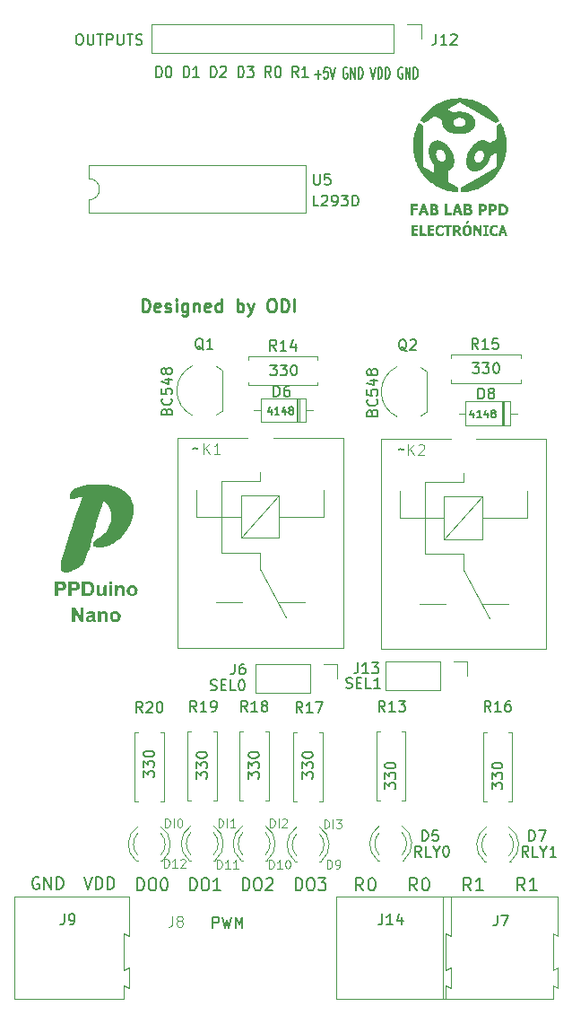
<source format=gbr>
%TF.GenerationSoftware,KiCad,Pcbnew,8.0.6*%
%TF.CreationDate,2025-08-05T17:27:04-05:00*%
%TF.ProjectId,PPDuino Nano Salidas,50504475-696e-46f2-904e-616e6f205361,rev?*%
%TF.SameCoordinates,Original*%
%TF.FileFunction,Legend,Top*%
%TF.FilePolarity,Positive*%
%FSLAX46Y46*%
G04 Gerber Fmt 4.6, Leading zero omitted, Abs format (unit mm)*
G04 Created by KiCad (PCBNEW 8.0.6) date 2025-08-05 17:27:04*
%MOMM*%
%LPD*%
G01*
G04 APERTURE LIST*
%ADD10C,0.200000*%
%ADD11C,0.190000*%
%ADD12C,0.140000*%
%ADD13C,0.240000*%
%ADD14C,0.100000*%
%ADD15C,0.150000*%
%ADD16C,0.000000*%
%ADD17C,0.120000*%
G04 APERTURE END LIST*
D10*
X129493482Y-126242742D02*
X129493482Y-125042742D01*
X129493482Y-125042742D02*
X129755387Y-125042742D01*
X129755387Y-125042742D02*
X129912530Y-125099885D01*
X129912530Y-125099885D02*
X130017292Y-125214171D01*
X130017292Y-125214171D02*
X130069673Y-125328457D01*
X130069673Y-125328457D02*
X130122054Y-125557028D01*
X130122054Y-125557028D02*
X130122054Y-125728457D01*
X130122054Y-125728457D02*
X130069673Y-125957028D01*
X130069673Y-125957028D02*
X130017292Y-126071314D01*
X130017292Y-126071314D02*
X129912530Y-126185600D01*
X129912530Y-126185600D02*
X129755387Y-126242742D01*
X129755387Y-126242742D02*
X129493482Y-126242742D01*
X130803006Y-125042742D02*
X131012530Y-125042742D01*
X131012530Y-125042742D02*
X131117292Y-125099885D01*
X131117292Y-125099885D02*
X131222054Y-125214171D01*
X131222054Y-125214171D02*
X131274435Y-125442742D01*
X131274435Y-125442742D02*
X131274435Y-125842742D01*
X131274435Y-125842742D02*
X131222054Y-126071314D01*
X131222054Y-126071314D02*
X131117292Y-126185600D01*
X131117292Y-126185600D02*
X131012530Y-126242742D01*
X131012530Y-126242742D02*
X130803006Y-126242742D01*
X130803006Y-126242742D02*
X130698244Y-126185600D01*
X130698244Y-126185600D02*
X130593482Y-126071314D01*
X130593482Y-126071314D02*
X130541101Y-125842742D01*
X130541101Y-125842742D02*
X130541101Y-125442742D01*
X130541101Y-125442742D02*
X130593482Y-125214171D01*
X130593482Y-125214171D02*
X130698244Y-125099885D01*
X130698244Y-125099885D02*
X130803006Y-125042742D01*
X131955387Y-125042742D02*
X132060149Y-125042742D01*
X132060149Y-125042742D02*
X132164911Y-125099885D01*
X132164911Y-125099885D02*
X132217292Y-125157028D01*
X132217292Y-125157028D02*
X132269673Y-125271314D01*
X132269673Y-125271314D02*
X132322054Y-125499885D01*
X132322054Y-125499885D02*
X132322054Y-125785600D01*
X132322054Y-125785600D02*
X132269673Y-126014171D01*
X132269673Y-126014171D02*
X132217292Y-126128457D01*
X132217292Y-126128457D02*
X132164911Y-126185600D01*
X132164911Y-126185600D02*
X132060149Y-126242742D01*
X132060149Y-126242742D02*
X131955387Y-126242742D01*
X131955387Y-126242742D02*
X131850625Y-126185600D01*
X131850625Y-126185600D02*
X131798244Y-126128457D01*
X131798244Y-126128457D02*
X131745863Y-126014171D01*
X131745863Y-126014171D02*
X131693482Y-125785600D01*
X131693482Y-125785600D02*
X131693482Y-125499885D01*
X131693482Y-125499885D02*
X131745863Y-125271314D01*
X131745863Y-125271314D02*
X131798244Y-125157028D01*
X131798244Y-125157028D02*
X131850625Y-125099885D01*
X131850625Y-125099885D02*
X131955387Y-125042742D01*
X134469672Y-126242742D02*
X134469672Y-125042742D01*
X134469672Y-125042742D02*
X134731577Y-125042742D01*
X134731577Y-125042742D02*
X134888720Y-125099885D01*
X134888720Y-125099885D02*
X134993482Y-125214171D01*
X134993482Y-125214171D02*
X135045863Y-125328457D01*
X135045863Y-125328457D02*
X135098244Y-125557028D01*
X135098244Y-125557028D02*
X135098244Y-125728457D01*
X135098244Y-125728457D02*
X135045863Y-125957028D01*
X135045863Y-125957028D02*
X134993482Y-126071314D01*
X134993482Y-126071314D02*
X134888720Y-126185600D01*
X134888720Y-126185600D02*
X134731577Y-126242742D01*
X134731577Y-126242742D02*
X134469672Y-126242742D01*
X135779196Y-125042742D02*
X135988720Y-125042742D01*
X135988720Y-125042742D02*
X136093482Y-125099885D01*
X136093482Y-125099885D02*
X136198244Y-125214171D01*
X136198244Y-125214171D02*
X136250625Y-125442742D01*
X136250625Y-125442742D02*
X136250625Y-125842742D01*
X136250625Y-125842742D02*
X136198244Y-126071314D01*
X136198244Y-126071314D02*
X136093482Y-126185600D01*
X136093482Y-126185600D02*
X135988720Y-126242742D01*
X135988720Y-126242742D02*
X135779196Y-126242742D01*
X135779196Y-126242742D02*
X135674434Y-126185600D01*
X135674434Y-126185600D02*
X135569672Y-126071314D01*
X135569672Y-126071314D02*
X135517291Y-125842742D01*
X135517291Y-125842742D02*
X135517291Y-125442742D01*
X135517291Y-125442742D02*
X135569672Y-125214171D01*
X135569672Y-125214171D02*
X135674434Y-125099885D01*
X135674434Y-125099885D02*
X135779196Y-125042742D01*
X137298244Y-126242742D02*
X136669672Y-126242742D01*
X136983958Y-126242742D02*
X136983958Y-125042742D01*
X136983958Y-125042742D02*
X136879196Y-125214171D01*
X136879196Y-125214171D02*
X136774434Y-125328457D01*
X136774434Y-125328457D02*
X136669672Y-125385600D01*
X139445862Y-126242742D02*
X139445862Y-125042742D01*
X139445862Y-125042742D02*
X139707767Y-125042742D01*
X139707767Y-125042742D02*
X139864910Y-125099885D01*
X139864910Y-125099885D02*
X139969672Y-125214171D01*
X139969672Y-125214171D02*
X140022053Y-125328457D01*
X140022053Y-125328457D02*
X140074434Y-125557028D01*
X140074434Y-125557028D02*
X140074434Y-125728457D01*
X140074434Y-125728457D02*
X140022053Y-125957028D01*
X140022053Y-125957028D02*
X139969672Y-126071314D01*
X139969672Y-126071314D02*
X139864910Y-126185600D01*
X139864910Y-126185600D02*
X139707767Y-126242742D01*
X139707767Y-126242742D02*
X139445862Y-126242742D01*
X140755386Y-125042742D02*
X140964910Y-125042742D01*
X140964910Y-125042742D02*
X141069672Y-125099885D01*
X141069672Y-125099885D02*
X141174434Y-125214171D01*
X141174434Y-125214171D02*
X141226815Y-125442742D01*
X141226815Y-125442742D02*
X141226815Y-125842742D01*
X141226815Y-125842742D02*
X141174434Y-126071314D01*
X141174434Y-126071314D02*
X141069672Y-126185600D01*
X141069672Y-126185600D02*
X140964910Y-126242742D01*
X140964910Y-126242742D02*
X140755386Y-126242742D01*
X140755386Y-126242742D02*
X140650624Y-126185600D01*
X140650624Y-126185600D02*
X140545862Y-126071314D01*
X140545862Y-126071314D02*
X140493481Y-125842742D01*
X140493481Y-125842742D02*
X140493481Y-125442742D01*
X140493481Y-125442742D02*
X140545862Y-125214171D01*
X140545862Y-125214171D02*
X140650624Y-125099885D01*
X140650624Y-125099885D02*
X140755386Y-125042742D01*
X141645862Y-125157028D02*
X141698243Y-125099885D01*
X141698243Y-125099885D02*
X141803005Y-125042742D01*
X141803005Y-125042742D02*
X142064910Y-125042742D01*
X142064910Y-125042742D02*
X142169672Y-125099885D01*
X142169672Y-125099885D02*
X142222053Y-125157028D01*
X142222053Y-125157028D02*
X142274434Y-125271314D01*
X142274434Y-125271314D02*
X142274434Y-125385600D01*
X142274434Y-125385600D02*
X142222053Y-125557028D01*
X142222053Y-125557028D02*
X141593481Y-126242742D01*
X141593481Y-126242742D02*
X142274434Y-126242742D01*
X144422052Y-126242742D02*
X144422052Y-125042742D01*
X144422052Y-125042742D02*
X144683957Y-125042742D01*
X144683957Y-125042742D02*
X144841100Y-125099885D01*
X144841100Y-125099885D02*
X144945862Y-125214171D01*
X144945862Y-125214171D02*
X144998243Y-125328457D01*
X144998243Y-125328457D02*
X145050624Y-125557028D01*
X145050624Y-125557028D02*
X145050624Y-125728457D01*
X145050624Y-125728457D02*
X144998243Y-125957028D01*
X144998243Y-125957028D02*
X144945862Y-126071314D01*
X144945862Y-126071314D02*
X144841100Y-126185600D01*
X144841100Y-126185600D02*
X144683957Y-126242742D01*
X144683957Y-126242742D02*
X144422052Y-126242742D01*
X145731576Y-125042742D02*
X145941100Y-125042742D01*
X145941100Y-125042742D02*
X146045862Y-125099885D01*
X146045862Y-125099885D02*
X146150624Y-125214171D01*
X146150624Y-125214171D02*
X146203005Y-125442742D01*
X146203005Y-125442742D02*
X146203005Y-125842742D01*
X146203005Y-125842742D02*
X146150624Y-126071314D01*
X146150624Y-126071314D02*
X146045862Y-126185600D01*
X146045862Y-126185600D02*
X145941100Y-126242742D01*
X145941100Y-126242742D02*
X145731576Y-126242742D01*
X145731576Y-126242742D02*
X145626814Y-126185600D01*
X145626814Y-126185600D02*
X145522052Y-126071314D01*
X145522052Y-126071314D02*
X145469671Y-125842742D01*
X145469671Y-125842742D02*
X145469671Y-125442742D01*
X145469671Y-125442742D02*
X145522052Y-125214171D01*
X145522052Y-125214171D02*
X145626814Y-125099885D01*
X145626814Y-125099885D02*
X145731576Y-125042742D01*
X146569671Y-125042742D02*
X147250624Y-125042742D01*
X147250624Y-125042742D02*
X146883957Y-125499885D01*
X146883957Y-125499885D02*
X147041100Y-125499885D01*
X147041100Y-125499885D02*
X147145862Y-125557028D01*
X147145862Y-125557028D02*
X147198243Y-125614171D01*
X147198243Y-125614171D02*
X147250624Y-125728457D01*
X147250624Y-125728457D02*
X147250624Y-126014171D01*
X147250624Y-126014171D02*
X147198243Y-126128457D01*
X147198243Y-126128457D02*
X147145862Y-126185600D01*
X147145862Y-126185600D02*
X147041100Y-126242742D01*
X147041100Y-126242742D02*
X146726814Y-126242742D01*
X146726814Y-126242742D02*
X146622052Y-126185600D01*
X146622052Y-126185600D02*
X146569671Y-126128457D01*
D11*
X131251190Y-49555500D02*
X131251190Y-48455500D01*
X131251190Y-48455500D02*
X131477380Y-48455500D01*
X131477380Y-48455500D02*
X131613095Y-48507881D01*
X131613095Y-48507881D02*
X131703571Y-48612643D01*
X131703571Y-48612643D02*
X131748809Y-48717405D01*
X131748809Y-48717405D02*
X131794047Y-48926929D01*
X131794047Y-48926929D02*
X131794047Y-49084072D01*
X131794047Y-49084072D02*
X131748809Y-49293596D01*
X131748809Y-49293596D02*
X131703571Y-49398358D01*
X131703571Y-49398358D02*
X131613095Y-49503120D01*
X131613095Y-49503120D02*
X131477380Y-49555500D01*
X131477380Y-49555500D02*
X131251190Y-49555500D01*
X132382142Y-48455500D02*
X132472619Y-48455500D01*
X132472619Y-48455500D02*
X132563095Y-48507881D01*
X132563095Y-48507881D02*
X132608333Y-48560262D01*
X132608333Y-48560262D02*
X132653571Y-48665024D01*
X132653571Y-48665024D02*
X132698809Y-48874548D01*
X132698809Y-48874548D02*
X132698809Y-49136453D01*
X132698809Y-49136453D02*
X132653571Y-49345977D01*
X132653571Y-49345977D02*
X132608333Y-49450739D01*
X132608333Y-49450739D02*
X132563095Y-49503120D01*
X132563095Y-49503120D02*
X132472619Y-49555500D01*
X132472619Y-49555500D02*
X132382142Y-49555500D01*
X132382142Y-49555500D02*
X132291666Y-49503120D01*
X132291666Y-49503120D02*
X132246428Y-49450739D01*
X132246428Y-49450739D02*
X132201190Y-49345977D01*
X132201190Y-49345977D02*
X132155952Y-49136453D01*
X132155952Y-49136453D02*
X132155952Y-48874548D01*
X132155952Y-48874548D02*
X132201190Y-48665024D01*
X132201190Y-48665024D02*
X132246428Y-48560262D01*
X132246428Y-48560262D02*
X132291666Y-48507881D01*
X132291666Y-48507881D02*
X132382142Y-48455500D01*
X133829762Y-49555500D02*
X133829762Y-48455500D01*
X133829762Y-48455500D02*
X134055952Y-48455500D01*
X134055952Y-48455500D02*
X134191667Y-48507881D01*
X134191667Y-48507881D02*
X134282143Y-48612643D01*
X134282143Y-48612643D02*
X134327381Y-48717405D01*
X134327381Y-48717405D02*
X134372619Y-48926929D01*
X134372619Y-48926929D02*
X134372619Y-49084072D01*
X134372619Y-49084072D02*
X134327381Y-49293596D01*
X134327381Y-49293596D02*
X134282143Y-49398358D01*
X134282143Y-49398358D02*
X134191667Y-49503120D01*
X134191667Y-49503120D02*
X134055952Y-49555500D01*
X134055952Y-49555500D02*
X133829762Y-49555500D01*
X135277381Y-49555500D02*
X134734524Y-49555500D01*
X135005952Y-49555500D02*
X135005952Y-48455500D01*
X135005952Y-48455500D02*
X134915476Y-48612643D01*
X134915476Y-48612643D02*
X134825000Y-48717405D01*
X134825000Y-48717405D02*
X134734524Y-48769786D01*
X136408334Y-49555500D02*
X136408334Y-48455500D01*
X136408334Y-48455500D02*
X136634524Y-48455500D01*
X136634524Y-48455500D02*
X136770239Y-48507881D01*
X136770239Y-48507881D02*
X136860715Y-48612643D01*
X136860715Y-48612643D02*
X136905953Y-48717405D01*
X136905953Y-48717405D02*
X136951191Y-48926929D01*
X136951191Y-48926929D02*
X136951191Y-49084072D01*
X136951191Y-49084072D02*
X136905953Y-49293596D01*
X136905953Y-49293596D02*
X136860715Y-49398358D01*
X136860715Y-49398358D02*
X136770239Y-49503120D01*
X136770239Y-49503120D02*
X136634524Y-49555500D01*
X136634524Y-49555500D02*
X136408334Y-49555500D01*
X137313096Y-48560262D02*
X137358334Y-48507881D01*
X137358334Y-48507881D02*
X137448810Y-48455500D01*
X137448810Y-48455500D02*
X137675001Y-48455500D01*
X137675001Y-48455500D02*
X137765477Y-48507881D01*
X137765477Y-48507881D02*
X137810715Y-48560262D01*
X137810715Y-48560262D02*
X137855953Y-48665024D01*
X137855953Y-48665024D02*
X137855953Y-48769786D01*
X137855953Y-48769786D02*
X137810715Y-48926929D01*
X137810715Y-48926929D02*
X137267858Y-49555500D01*
X137267858Y-49555500D02*
X137855953Y-49555500D01*
X138986906Y-49555500D02*
X138986906Y-48455500D01*
X138986906Y-48455500D02*
X139213096Y-48455500D01*
X139213096Y-48455500D02*
X139348811Y-48507881D01*
X139348811Y-48507881D02*
X139439287Y-48612643D01*
X139439287Y-48612643D02*
X139484525Y-48717405D01*
X139484525Y-48717405D02*
X139529763Y-48926929D01*
X139529763Y-48926929D02*
X139529763Y-49084072D01*
X139529763Y-49084072D02*
X139484525Y-49293596D01*
X139484525Y-49293596D02*
X139439287Y-49398358D01*
X139439287Y-49398358D02*
X139348811Y-49503120D01*
X139348811Y-49503120D02*
X139213096Y-49555500D01*
X139213096Y-49555500D02*
X138986906Y-49555500D01*
X139846430Y-48455500D02*
X140434525Y-48455500D01*
X140434525Y-48455500D02*
X140117858Y-48874548D01*
X140117858Y-48874548D02*
X140253573Y-48874548D01*
X140253573Y-48874548D02*
X140344049Y-48926929D01*
X140344049Y-48926929D02*
X140389287Y-48979310D01*
X140389287Y-48979310D02*
X140434525Y-49084072D01*
X140434525Y-49084072D02*
X140434525Y-49345977D01*
X140434525Y-49345977D02*
X140389287Y-49450739D01*
X140389287Y-49450739D02*
X140344049Y-49503120D01*
X140344049Y-49503120D02*
X140253573Y-49555500D01*
X140253573Y-49555500D02*
X139982144Y-49555500D01*
X139982144Y-49555500D02*
X139891668Y-49503120D01*
X139891668Y-49503120D02*
X139846430Y-49450739D01*
X142108335Y-49555500D02*
X141791668Y-49031691D01*
X141565478Y-49555500D02*
X141565478Y-48455500D01*
X141565478Y-48455500D02*
X141927383Y-48455500D01*
X141927383Y-48455500D02*
X142017859Y-48507881D01*
X142017859Y-48507881D02*
X142063097Y-48560262D01*
X142063097Y-48560262D02*
X142108335Y-48665024D01*
X142108335Y-48665024D02*
X142108335Y-48822167D01*
X142108335Y-48822167D02*
X142063097Y-48926929D01*
X142063097Y-48926929D02*
X142017859Y-48979310D01*
X142017859Y-48979310D02*
X141927383Y-49031691D01*
X141927383Y-49031691D02*
X141565478Y-49031691D01*
X142696430Y-48455500D02*
X142786907Y-48455500D01*
X142786907Y-48455500D02*
X142877383Y-48507881D01*
X142877383Y-48507881D02*
X142922621Y-48560262D01*
X142922621Y-48560262D02*
X142967859Y-48665024D01*
X142967859Y-48665024D02*
X143013097Y-48874548D01*
X143013097Y-48874548D02*
X143013097Y-49136453D01*
X143013097Y-49136453D02*
X142967859Y-49345977D01*
X142967859Y-49345977D02*
X142922621Y-49450739D01*
X142922621Y-49450739D02*
X142877383Y-49503120D01*
X142877383Y-49503120D02*
X142786907Y-49555500D01*
X142786907Y-49555500D02*
X142696430Y-49555500D01*
X142696430Y-49555500D02*
X142605954Y-49503120D01*
X142605954Y-49503120D02*
X142560716Y-49450739D01*
X142560716Y-49450739D02*
X142515478Y-49345977D01*
X142515478Y-49345977D02*
X142470240Y-49136453D01*
X142470240Y-49136453D02*
X142470240Y-48874548D01*
X142470240Y-48874548D02*
X142515478Y-48665024D01*
X142515478Y-48665024D02*
X142560716Y-48560262D01*
X142560716Y-48560262D02*
X142605954Y-48507881D01*
X142605954Y-48507881D02*
X142696430Y-48455500D01*
X144686907Y-49555500D02*
X144370240Y-49031691D01*
X144144050Y-49555500D02*
X144144050Y-48455500D01*
X144144050Y-48455500D02*
X144505955Y-48455500D01*
X144505955Y-48455500D02*
X144596431Y-48507881D01*
X144596431Y-48507881D02*
X144641669Y-48560262D01*
X144641669Y-48560262D02*
X144686907Y-48665024D01*
X144686907Y-48665024D02*
X144686907Y-48822167D01*
X144686907Y-48822167D02*
X144641669Y-48926929D01*
X144641669Y-48926929D02*
X144596431Y-48979310D01*
X144596431Y-48979310D02*
X144505955Y-49031691D01*
X144505955Y-49031691D02*
X144144050Y-49031691D01*
X145591669Y-49555500D02*
X145048812Y-49555500D01*
X145320240Y-49555500D02*
X145320240Y-48455500D01*
X145320240Y-48455500D02*
X145229764Y-48612643D01*
X145229764Y-48612643D02*
X145139288Y-48717405D01*
X145139288Y-48717405D02*
X145048812Y-48769786D01*
D12*
X146258771Y-49239053D02*
X146792105Y-49239053D01*
X146525438Y-49658100D02*
X146525438Y-48820005D01*
X147458772Y-48558100D02*
X147125438Y-48558100D01*
X147125438Y-48558100D02*
X147092105Y-49081910D01*
X147092105Y-49081910D02*
X147125438Y-49029529D01*
X147125438Y-49029529D02*
X147192105Y-48977148D01*
X147192105Y-48977148D02*
X147358772Y-48977148D01*
X147358772Y-48977148D02*
X147425438Y-49029529D01*
X147425438Y-49029529D02*
X147458772Y-49081910D01*
X147458772Y-49081910D02*
X147492105Y-49186672D01*
X147492105Y-49186672D02*
X147492105Y-49448577D01*
X147492105Y-49448577D02*
X147458772Y-49553339D01*
X147458772Y-49553339D02*
X147425438Y-49605720D01*
X147425438Y-49605720D02*
X147358772Y-49658100D01*
X147358772Y-49658100D02*
X147192105Y-49658100D01*
X147192105Y-49658100D02*
X147125438Y-49605720D01*
X147125438Y-49605720D02*
X147092105Y-49553339D01*
X147692105Y-48558100D02*
X147925439Y-49658100D01*
X147925439Y-49658100D02*
X148158772Y-48558100D01*
X149292105Y-48610481D02*
X149225438Y-48558100D01*
X149225438Y-48558100D02*
X149125438Y-48558100D01*
X149125438Y-48558100D02*
X149025438Y-48610481D01*
X149025438Y-48610481D02*
X148958772Y-48715243D01*
X148958772Y-48715243D02*
X148925438Y-48820005D01*
X148925438Y-48820005D02*
X148892105Y-49029529D01*
X148892105Y-49029529D02*
X148892105Y-49186672D01*
X148892105Y-49186672D02*
X148925438Y-49396196D01*
X148925438Y-49396196D02*
X148958772Y-49500958D01*
X148958772Y-49500958D02*
X149025438Y-49605720D01*
X149025438Y-49605720D02*
X149125438Y-49658100D01*
X149125438Y-49658100D02*
X149192105Y-49658100D01*
X149192105Y-49658100D02*
X149292105Y-49605720D01*
X149292105Y-49605720D02*
X149325438Y-49553339D01*
X149325438Y-49553339D02*
X149325438Y-49186672D01*
X149325438Y-49186672D02*
X149192105Y-49186672D01*
X149625438Y-49658100D02*
X149625438Y-48558100D01*
X149625438Y-48558100D02*
X150025438Y-49658100D01*
X150025438Y-49658100D02*
X150025438Y-48558100D01*
X150358771Y-49658100D02*
X150358771Y-48558100D01*
X150358771Y-48558100D02*
X150525438Y-48558100D01*
X150525438Y-48558100D02*
X150625438Y-48610481D01*
X150625438Y-48610481D02*
X150692105Y-48715243D01*
X150692105Y-48715243D02*
X150725438Y-48820005D01*
X150725438Y-48820005D02*
X150758771Y-49029529D01*
X150758771Y-49029529D02*
X150758771Y-49186672D01*
X150758771Y-49186672D02*
X150725438Y-49396196D01*
X150725438Y-49396196D02*
X150692105Y-49500958D01*
X150692105Y-49500958D02*
X150625438Y-49605720D01*
X150625438Y-49605720D02*
X150525438Y-49658100D01*
X150525438Y-49658100D02*
X150358771Y-49658100D01*
X151492104Y-48558100D02*
X151725438Y-49658100D01*
X151725438Y-49658100D02*
X151958771Y-48558100D01*
X152192104Y-49658100D02*
X152192104Y-48558100D01*
X152192104Y-48558100D02*
X152358771Y-48558100D01*
X152358771Y-48558100D02*
X152458771Y-48610481D01*
X152458771Y-48610481D02*
X152525438Y-48715243D01*
X152525438Y-48715243D02*
X152558771Y-48820005D01*
X152558771Y-48820005D02*
X152592104Y-49029529D01*
X152592104Y-49029529D02*
X152592104Y-49186672D01*
X152592104Y-49186672D02*
X152558771Y-49396196D01*
X152558771Y-49396196D02*
X152525438Y-49500958D01*
X152525438Y-49500958D02*
X152458771Y-49605720D01*
X152458771Y-49605720D02*
X152358771Y-49658100D01*
X152358771Y-49658100D02*
X152192104Y-49658100D01*
X152892104Y-49658100D02*
X152892104Y-48558100D01*
X152892104Y-48558100D02*
X153058771Y-48558100D01*
X153058771Y-48558100D02*
X153158771Y-48610481D01*
X153158771Y-48610481D02*
X153225438Y-48715243D01*
X153225438Y-48715243D02*
X153258771Y-48820005D01*
X153258771Y-48820005D02*
X153292104Y-49029529D01*
X153292104Y-49029529D02*
X153292104Y-49186672D01*
X153292104Y-49186672D02*
X153258771Y-49396196D01*
X153258771Y-49396196D02*
X153225438Y-49500958D01*
X153225438Y-49500958D02*
X153158771Y-49605720D01*
X153158771Y-49605720D02*
X153058771Y-49658100D01*
X153058771Y-49658100D02*
X152892104Y-49658100D01*
X154492104Y-48610481D02*
X154425437Y-48558100D01*
X154425437Y-48558100D02*
X154325437Y-48558100D01*
X154325437Y-48558100D02*
X154225437Y-48610481D01*
X154225437Y-48610481D02*
X154158771Y-48715243D01*
X154158771Y-48715243D02*
X154125437Y-48820005D01*
X154125437Y-48820005D02*
X154092104Y-49029529D01*
X154092104Y-49029529D02*
X154092104Y-49186672D01*
X154092104Y-49186672D02*
X154125437Y-49396196D01*
X154125437Y-49396196D02*
X154158771Y-49500958D01*
X154158771Y-49500958D02*
X154225437Y-49605720D01*
X154225437Y-49605720D02*
X154325437Y-49658100D01*
X154325437Y-49658100D02*
X154392104Y-49658100D01*
X154392104Y-49658100D02*
X154492104Y-49605720D01*
X154492104Y-49605720D02*
X154525437Y-49553339D01*
X154525437Y-49553339D02*
X154525437Y-49186672D01*
X154525437Y-49186672D02*
X154392104Y-49186672D01*
X154825437Y-49658100D02*
X154825437Y-48558100D01*
X154825437Y-48558100D02*
X155225437Y-49658100D01*
X155225437Y-49658100D02*
X155225437Y-48558100D01*
X155558770Y-49658100D02*
X155558770Y-48558100D01*
X155558770Y-48558100D02*
X155725437Y-48558100D01*
X155725437Y-48558100D02*
X155825437Y-48610481D01*
X155825437Y-48610481D02*
X155892104Y-48715243D01*
X155892104Y-48715243D02*
X155925437Y-48820005D01*
X155925437Y-48820005D02*
X155958770Y-49029529D01*
X155958770Y-49029529D02*
X155958770Y-49186672D01*
X155958770Y-49186672D02*
X155925437Y-49396196D01*
X155925437Y-49396196D02*
X155892104Y-49500958D01*
X155892104Y-49500958D02*
X155825437Y-49605720D01*
X155825437Y-49605720D02*
X155725437Y-49658100D01*
X155725437Y-49658100D02*
X155558770Y-49658100D01*
D13*
X129943608Y-71640662D02*
X129943608Y-70440662D01*
X129943608Y-70440662D02*
X130229322Y-70440662D01*
X130229322Y-70440662D02*
X130400751Y-70497805D01*
X130400751Y-70497805D02*
X130515036Y-70612091D01*
X130515036Y-70612091D02*
X130572179Y-70726377D01*
X130572179Y-70726377D02*
X130629322Y-70954948D01*
X130629322Y-70954948D02*
X130629322Y-71126377D01*
X130629322Y-71126377D02*
X130572179Y-71354948D01*
X130572179Y-71354948D02*
X130515036Y-71469234D01*
X130515036Y-71469234D02*
X130400751Y-71583520D01*
X130400751Y-71583520D02*
X130229322Y-71640662D01*
X130229322Y-71640662D02*
X129943608Y-71640662D01*
X131600751Y-71583520D02*
X131486465Y-71640662D01*
X131486465Y-71640662D02*
X131257894Y-71640662D01*
X131257894Y-71640662D02*
X131143608Y-71583520D01*
X131143608Y-71583520D02*
X131086465Y-71469234D01*
X131086465Y-71469234D02*
X131086465Y-71012091D01*
X131086465Y-71012091D02*
X131143608Y-70897805D01*
X131143608Y-70897805D02*
X131257894Y-70840662D01*
X131257894Y-70840662D02*
X131486465Y-70840662D01*
X131486465Y-70840662D02*
X131600751Y-70897805D01*
X131600751Y-70897805D02*
X131657894Y-71012091D01*
X131657894Y-71012091D02*
X131657894Y-71126377D01*
X131657894Y-71126377D02*
X131086465Y-71240662D01*
X132115036Y-71583520D02*
X132229322Y-71640662D01*
X132229322Y-71640662D02*
X132457893Y-71640662D01*
X132457893Y-71640662D02*
X132572179Y-71583520D01*
X132572179Y-71583520D02*
X132629322Y-71469234D01*
X132629322Y-71469234D02*
X132629322Y-71412091D01*
X132629322Y-71412091D02*
X132572179Y-71297805D01*
X132572179Y-71297805D02*
X132457893Y-71240662D01*
X132457893Y-71240662D02*
X132286465Y-71240662D01*
X132286465Y-71240662D02*
X132172179Y-71183520D01*
X132172179Y-71183520D02*
X132115036Y-71069234D01*
X132115036Y-71069234D02*
X132115036Y-71012091D01*
X132115036Y-71012091D02*
X132172179Y-70897805D01*
X132172179Y-70897805D02*
X132286465Y-70840662D01*
X132286465Y-70840662D02*
X132457893Y-70840662D01*
X132457893Y-70840662D02*
X132572179Y-70897805D01*
X133143608Y-71640662D02*
X133143608Y-70840662D01*
X133143608Y-70440662D02*
X133086465Y-70497805D01*
X133086465Y-70497805D02*
X133143608Y-70554948D01*
X133143608Y-70554948D02*
X133200751Y-70497805D01*
X133200751Y-70497805D02*
X133143608Y-70440662D01*
X133143608Y-70440662D02*
X133143608Y-70554948D01*
X134229323Y-70840662D02*
X134229323Y-71812091D01*
X134229323Y-71812091D02*
X134172180Y-71926377D01*
X134172180Y-71926377D02*
X134115037Y-71983520D01*
X134115037Y-71983520D02*
X134000751Y-72040662D01*
X134000751Y-72040662D02*
X133829323Y-72040662D01*
X133829323Y-72040662D02*
X133715037Y-71983520D01*
X134229323Y-71583520D02*
X134115037Y-71640662D01*
X134115037Y-71640662D02*
X133886465Y-71640662D01*
X133886465Y-71640662D02*
X133772180Y-71583520D01*
X133772180Y-71583520D02*
X133715037Y-71526377D01*
X133715037Y-71526377D02*
X133657894Y-71412091D01*
X133657894Y-71412091D02*
X133657894Y-71069234D01*
X133657894Y-71069234D02*
X133715037Y-70954948D01*
X133715037Y-70954948D02*
X133772180Y-70897805D01*
X133772180Y-70897805D02*
X133886465Y-70840662D01*
X133886465Y-70840662D02*
X134115037Y-70840662D01*
X134115037Y-70840662D02*
X134229323Y-70897805D01*
X134800751Y-70840662D02*
X134800751Y-71640662D01*
X134800751Y-70954948D02*
X134857894Y-70897805D01*
X134857894Y-70897805D02*
X134972179Y-70840662D01*
X134972179Y-70840662D02*
X135143608Y-70840662D01*
X135143608Y-70840662D02*
X135257894Y-70897805D01*
X135257894Y-70897805D02*
X135315037Y-71012091D01*
X135315037Y-71012091D02*
X135315037Y-71640662D01*
X136343608Y-71583520D02*
X136229322Y-71640662D01*
X136229322Y-71640662D02*
X136000751Y-71640662D01*
X136000751Y-71640662D02*
X135886465Y-71583520D01*
X135886465Y-71583520D02*
X135829322Y-71469234D01*
X135829322Y-71469234D02*
X135829322Y-71012091D01*
X135829322Y-71012091D02*
X135886465Y-70897805D01*
X135886465Y-70897805D02*
X136000751Y-70840662D01*
X136000751Y-70840662D02*
X136229322Y-70840662D01*
X136229322Y-70840662D02*
X136343608Y-70897805D01*
X136343608Y-70897805D02*
X136400751Y-71012091D01*
X136400751Y-71012091D02*
X136400751Y-71126377D01*
X136400751Y-71126377D02*
X135829322Y-71240662D01*
X137429322Y-71640662D02*
X137429322Y-70440662D01*
X137429322Y-71583520D02*
X137315036Y-71640662D01*
X137315036Y-71640662D02*
X137086464Y-71640662D01*
X137086464Y-71640662D02*
X136972179Y-71583520D01*
X136972179Y-71583520D02*
X136915036Y-71526377D01*
X136915036Y-71526377D02*
X136857893Y-71412091D01*
X136857893Y-71412091D02*
X136857893Y-71069234D01*
X136857893Y-71069234D02*
X136915036Y-70954948D01*
X136915036Y-70954948D02*
X136972179Y-70897805D01*
X136972179Y-70897805D02*
X137086464Y-70840662D01*
X137086464Y-70840662D02*
X137315036Y-70840662D01*
X137315036Y-70840662D02*
X137429322Y-70897805D01*
X138915036Y-71640662D02*
X138915036Y-70440662D01*
X138915036Y-70897805D02*
X139029322Y-70840662D01*
X139029322Y-70840662D02*
X139257893Y-70840662D01*
X139257893Y-70840662D02*
X139372179Y-70897805D01*
X139372179Y-70897805D02*
X139429322Y-70954948D01*
X139429322Y-70954948D02*
X139486464Y-71069234D01*
X139486464Y-71069234D02*
X139486464Y-71412091D01*
X139486464Y-71412091D02*
X139429322Y-71526377D01*
X139429322Y-71526377D02*
X139372179Y-71583520D01*
X139372179Y-71583520D02*
X139257893Y-71640662D01*
X139257893Y-71640662D02*
X139029322Y-71640662D01*
X139029322Y-71640662D02*
X138915036Y-71583520D01*
X139886464Y-70840662D02*
X140172178Y-71640662D01*
X140457893Y-70840662D02*
X140172178Y-71640662D01*
X140172178Y-71640662D02*
X140057893Y-71926377D01*
X140057893Y-71926377D02*
X140000750Y-71983520D01*
X140000750Y-71983520D02*
X139886464Y-72040662D01*
X142057893Y-70440662D02*
X142286465Y-70440662D01*
X142286465Y-70440662D02*
X142400750Y-70497805D01*
X142400750Y-70497805D02*
X142515036Y-70612091D01*
X142515036Y-70612091D02*
X142572179Y-70840662D01*
X142572179Y-70840662D02*
X142572179Y-71240662D01*
X142572179Y-71240662D02*
X142515036Y-71469234D01*
X142515036Y-71469234D02*
X142400750Y-71583520D01*
X142400750Y-71583520D02*
X142286465Y-71640662D01*
X142286465Y-71640662D02*
X142057893Y-71640662D01*
X142057893Y-71640662D02*
X141943608Y-71583520D01*
X141943608Y-71583520D02*
X141829322Y-71469234D01*
X141829322Y-71469234D02*
X141772179Y-71240662D01*
X141772179Y-71240662D02*
X141772179Y-70840662D01*
X141772179Y-70840662D02*
X141829322Y-70612091D01*
X141829322Y-70612091D02*
X141943608Y-70497805D01*
X141943608Y-70497805D02*
X142057893Y-70440662D01*
X143086465Y-71640662D02*
X143086465Y-70440662D01*
X143086465Y-70440662D02*
X143372179Y-70440662D01*
X143372179Y-70440662D02*
X143543608Y-70497805D01*
X143543608Y-70497805D02*
X143657893Y-70612091D01*
X143657893Y-70612091D02*
X143715036Y-70726377D01*
X143715036Y-70726377D02*
X143772179Y-70954948D01*
X143772179Y-70954948D02*
X143772179Y-71126377D01*
X143772179Y-71126377D02*
X143715036Y-71354948D01*
X143715036Y-71354948D02*
X143657893Y-71469234D01*
X143657893Y-71469234D02*
X143543608Y-71583520D01*
X143543608Y-71583520D02*
X143372179Y-71640662D01*
X143372179Y-71640662D02*
X143086465Y-71640662D01*
X144286465Y-71640662D02*
X144286465Y-70440662D01*
D10*
X150803006Y-126242742D02*
X150403006Y-125671314D01*
X150117292Y-126242742D02*
X150117292Y-125042742D01*
X150117292Y-125042742D02*
X150574435Y-125042742D01*
X150574435Y-125042742D02*
X150688720Y-125099885D01*
X150688720Y-125099885D02*
X150745863Y-125157028D01*
X150745863Y-125157028D02*
X150803006Y-125271314D01*
X150803006Y-125271314D02*
X150803006Y-125442742D01*
X150803006Y-125442742D02*
X150745863Y-125557028D01*
X150745863Y-125557028D02*
X150688720Y-125614171D01*
X150688720Y-125614171D02*
X150574435Y-125671314D01*
X150574435Y-125671314D02*
X150117292Y-125671314D01*
X151545863Y-125042742D02*
X151660149Y-125042742D01*
X151660149Y-125042742D02*
X151774435Y-125099885D01*
X151774435Y-125099885D02*
X151831578Y-125157028D01*
X151831578Y-125157028D02*
X151888720Y-125271314D01*
X151888720Y-125271314D02*
X151945863Y-125499885D01*
X151945863Y-125499885D02*
X151945863Y-125785600D01*
X151945863Y-125785600D02*
X151888720Y-126014171D01*
X151888720Y-126014171D02*
X151831578Y-126128457D01*
X151831578Y-126128457D02*
X151774435Y-126185600D01*
X151774435Y-126185600D02*
X151660149Y-126242742D01*
X151660149Y-126242742D02*
X151545863Y-126242742D01*
X151545863Y-126242742D02*
X151431578Y-126185600D01*
X151431578Y-126185600D02*
X151374435Y-126128457D01*
X151374435Y-126128457D02*
X151317292Y-126014171D01*
X151317292Y-126014171D02*
X151260149Y-125785600D01*
X151260149Y-125785600D02*
X151260149Y-125499885D01*
X151260149Y-125499885D02*
X151317292Y-125271314D01*
X151317292Y-125271314D02*
X151374435Y-125157028D01*
X151374435Y-125157028D02*
X151431578Y-125099885D01*
X151431578Y-125099885D02*
X151545863Y-125042742D01*
X155888721Y-126242742D02*
X155488721Y-125671314D01*
X155203007Y-126242742D02*
X155203007Y-125042742D01*
X155203007Y-125042742D02*
X155660150Y-125042742D01*
X155660150Y-125042742D02*
X155774435Y-125099885D01*
X155774435Y-125099885D02*
X155831578Y-125157028D01*
X155831578Y-125157028D02*
X155888721Y-125271314D01*
X155888721Y-125271314D02*
X155888721Y-125442742D01*
X155888721Y-125442742D02*
X155831578Y-125557028D01*
X155831578Y-125557028D02*
X155774435Y-125614171D01*
X155774435Y-125614171D02*
X155660150Y-125671314D01*
X155660150Y-125671314D02*
X155203007Y-125671314D01*
X156631578Y-125042742D02*
X156745864Y-125042742D01*
X156745864Y-125042742D02*
X156860150Y-125099885D01*
X156860150Y-125099885D02*
X156917293Y-125157028D01*
X156917293Y-125157028D02*
X156974435Y-125271314D01*
X156974435Y-125271314D02*
X157031578Y-125499885D01*
X157031578Y-125499885D02*
X157031578Y-125785600D01*
X157031578Y-125785600D02*
X156974435Y-126014171D01*
X156974435Y-126014171D02*
X156917293Y-126128457D01*
X156917293Y-126128457D02*
X156860150Y-126185600D01*
X156860150Y-126185600D02*
X156745864Y-126242742D01*
X156745864Y-126242742D02*
X156631578Y-126242742D01*
X156631578Y-126242742D02*
X156517293Y-126185600D01*
X156517293Y-126185600D02*
X156460150Y-126128457D01*
X156460150Y-126128457D02*
X156403007Y-126014171D01*
X156403007Y-126014171D02*
X156345864Y-125785600D01*
X156345864Y-125785600D02*
X156345864Y-125499885D01*
X156345864Y-125499885D02*
X156403007Y-125271314D01*
X156403007Y-125271314D02*
X156460150Y-125157028D01*
X156460150Y-125157028D02*
X156517293Y-125099885D01*
X156517293Y-125099885D02*
X156631578Y-125042742D01*
X160974436Y-126242742D02*
X160574436Y-125671314D01*
X160288722Y-126242742D02*
X160288722Y-125042742D01*
X160288722Y-125042742D02*
X160745865Y-125042742D01*
X160745865Y-125042742D02*
X160860150Y-125099885D01*
X160860150Y-125099885D02*
X160917293Y-125157028D01*
X160917293Y-125157028D02*
X160974436Y-125271314D01*
X160974436Y-125271314D02*
X160974436Y-125442742D01*
X160974436Y-125442742D02*
X160917293Y-125557028D01*
X160917293Y-125557028D02*
X160860150Y-125614171D01*
X160860150Y-125614171D02*
X160745865Y-125671314D01*
X160745865Y-125671314D02*
X160288722Y-125671314D01*
X162117293Y-126242742D02*
X161431579Y-126242742D01*
X161774436Y-126242742D02*
X161774436Y-125042742D01*
X161774436Y-125042742D02*
X161660150Y-125214171D01*
X161660150Y-125214171D02*
X161545865Y-125328457D01*
X161545865Y-125328457D02*
X161431579Y-125385600D01*
X166060151Y-126242742D02*
X165660151Y-125671314D01*
X165374437Y-126242742D02*
X165374437Y-125042742D01*
X165374437Y-125042742D02*
X165831580Y-125042742D01*
X165831580Y-125042742D02*
X165945865Y-125099885D01*
X165945865Y-125099885D02*
X166003008Y-125157028D01*
X166003008Y-125157028D02*
X166060151Y-125271314D01*
X166060151Y-125271314D02*
X166060151Y-125442742D01*
X166060151Y-125442742D02*
X166003008Y-125557028D01*
X166003008Y-125557028D02*
X165945865Y-125614171D01*
X165945865Y-125614171D02*
X165831580Y-125671314D01*
X165831580Y-125671314D02*
X165374437Y-125671314D01*
X167203008Y-126242742D02*
X166517294Y-126242742D01*
X166860151Y-126242742D02*
X166860151Y-125042742D01*
X166860151Y-125042742D02*
X166745865Y-125214171D01*
X166745865Y-125214171D02*
X166631580Y-125328457D01*
X166631580Y-125328457D02*
X166517294Y-125385600D01*
X120169673Y-124999885D02*
X120064911Y-124942742D01*
X120064911Y-124942742D02*
X119907768Y-124942742D01*
X119907768Y-124942742D02*
X119750625Y-124999885D01*
X119750625Y-124999885D02*
X119645863Y-125114171D01*
X119645863Y-125114171D02*
X119593482Y-125228457D01*
X119593482Y-125228457D02*
X119541101Y-125457028D01*
X119541101Y-125457028D02*
X119541101Y-125628457D01*
X119541101Y-125628457D02*
X119593482Y-125857028D01*
X119593482Y-125857028D02*
X119645863Y-125971314D01*
X119645863Y-125971314D02*
X119750625Y-126085600D01*
X119750625Y-126085600D02*
X119907768Y-126142742D01*
X119907768Y-126142742D02*
X120012530Y-126142742D01*
X120012530Y-126142742D02*
X120169673Y-126085600D01*
X120169673Y-126085600D02*
X120222054Y-126028457D01*
X120222054Y-126028457D02*
X120222054Y-125628457D01*
X120222054Y-125628457D02*
X120012530Y-125628457D01*
X120693482Y-126142742D02*
X120693482Y-124942742D01*
X120693482Y-124942742D02*
X121322054Y-126142742D01*
X121322054Y-126142742D02*
X121322054Y-124942742D01*
X121845863Y-126142742D02*
X121845863Y-124942742D01*
X121845863Y-124942742D02*
X122107768Y-124942742D01*
X122107768Y-124942742D02*
X122264911Y-124999885D01*
X122264911Y-124999885D02*
X122369673Y-125114171D01*
X122369673Y-125114171D02*
X122422054Y-125228457D01*
X122422054Y-125228457D02*
X122474435Y-125457028D01*
X122474435Y-125457028D02*
X122474435Y-125628457D01*
X122474435Y-125628457D02*
X122422054Y-125857028D01*
X122422054Y-125857028D02*
X122369673Y-125971314D01*
X122369673Y-125971314D02*
X122264911Y-126085600D01*
X122264911Y-126085600D02*
X122107768Y-126142742D01*
X122107768Y-126142742D02*
X121845863Y-126142742D01*
X124464910Y-124942742D02*
X124831577Y-126142742D01*
X124831577Y-126142742D02*
X125198244Y-124942742D01*
X125564910Y-126142742D02*
X125564910Y-124942742D01*
X125564910Y-124942742D02*
X125826815Y-124942742D01*
X125826815Y-124942742D02*
X125983958Y-124999885D01*
X125983958Y-124999885D02*
X126088720Y-125114171D01*
X126088720Y-125114171D02*
X126141101Y-125228457D01*
X126141101Y-125228457D02*
X126193482Y-125457028D01*
X126193482Y-125457028D02*
X126193482Y-125628457D01*
X126193482Y-125628457D02*
X126141101Y-125857028D01*
X126141101Y-125857028D02*
X126088720Y-125971314D01*
X126088720Y-125971314D02*
X125983958Y-126085600D01*
X125983958Y-126085600D02*
X125826815Y-126142742D01*
X125826815Y-126142742D02*
X125564910Y-126142742D01*
X126664910Y-126142742D02*
X126664910Y-124942742D01*
X126664910Y-124942742D02*
X126926815Y-124942742D01*
X126926815Y-124942742D02*
X127083958Y-124999885D01*
X127083958Y-124999885D02*
X127188720Y-125114171D01*
X127188720Y-125114171D02*
X127241101Y-125228457D01*
X127241101Y-125228457D02*
X127293482Y-125457028D01*
X127293482Y-125457028D02*
X127293482Y-125628457D01*
X127293482Y-125628457D02*
X127241101Y-125857028D01*
X127241101Y-125857028D02*
X127188720Y-125971314D01*
X127188720Y-125971314D02*
X127083958Y-126085600D01*
X127083958Y-126085600D02*
X126926815Y-126142742D01*
X126926815Y-126142742D02*
X126664910Y-126142742D01*
D14*
X135761905Y-85057419D02*
X135761905Y-84057419D01*
X136333333Y-85057419D02*
X135904762Y-84485990D01*
X136333333Y-84057419D02*
X135761905Y-84628847D01*
X137285714Y-85057419D02*
X136714286Y-85057419D01*
X137000000Y-85057419D02*
X137000000Y-84057419D01*
X137000000Y-84057419D02*
X136904762Y-84200276D01*
X136904762Y-84200276D02*
X136809524Y-84295514D01*
X136809524Y-84295514D02*
X136714286Y-84343133D01*
D15*
X134738095Y-84573866D02*
X134785714Y-84526247D01*
X134785714Y-84526247D02*
X134880952Y-84478628D01*
X134880952Y-84478628D02*
X135071428Y-84573866D01*
X135071428Y-84573866D02*
X135166666Y-84526247D01*
X135166666Y-84526247D02*
X135214285Y-84478628D01*
X142597142Y-75309819D02*
X142263809Y-74833628D01*
X142025714Y-75309819D02*
X142025714Y-74309819D01*
X142025714Y-74309819D02*
X142406666Y-74309819D01*
X142406666Y-74309819D02*
X142501904Y-74357438D01*
X142501904Y-74357438D02*
X142549523Y-74405057D01*
X142549523Y-74405057D02*
X142597142Y-74500295D01*
X142597142Y-74500295D02*
X142597142Y-74643152D01*
X142597142Y-74643152D02*
X142549523Y-74738390D01*
X142549523Y-74738390D02*
X142501904Y-74786009D01*
X142501904Y-74786009D02*
X142406666Y-74833628D01*
X142406666Y-74833628D02*
X142025714Y-74833628D01*
X143549523Y-75309819D02*
X142978095Y-75309819D01*
X143263809Y-75309819D02*
X143263809Y-74309819D01*
X143263809Y-74309819D02*
X143168571Y-74452676D01*
X143168571Y-74452676D02*
X143073333Y-74547914D01*
X143073333Y-74547914D02*
X142978095Y-74595533D01*
X144406666Y-74643152D02*
X144406666Y-75309819D01*
X144168571Y-74262200D02*
X143930476Y-74976485D01*
X143930476Y-74976485D02*
X144549523Y-74976485D01*
X142014286Y-76654819D02*
X142633333Y-76654819D01*
X142633333Y-76654819D02*
X142300000Y-77035771D01*
X142300000Y-77035771D02*
X142442857Y-77035771D01*
X142442857Y-77035771D02*
X142538095Y-77083390D01*
X142538095Y-77083390D02*
X142585714Y-77131009D01*
X142585714Y-77131009D02*
X142633333Y-77226247D01*
X142633333Y-77226247D02*
X142633333Y-77464342D01*
X142633333Y-77464342D02*
X142585714Y-77559580D01*
X142585714Y-77559580D02*
X142538095Y-77607200D01*
X142538095Y-77607200D02*
X142442857Y-77654819D01*
X142442857Y-77654819D02*
X142157143Y-77654819D01*
X142157143Y-77654819D02*
X142061905Y-77607200D01*
X142061905Y-77607200D02*
X142014286Y-77559580D01*
X142966667Y-76654819D02*
X143585714Y-76654819D01*
X143585714Y-76654819D02*
X143252381Y-77035771D01*
X143252381Y-77035771D02*
X143395238Y-77035771D01*
X143395238Y-77035771D02*
X143490476Y-77083390D01*
X143490476Y-77083390D02*
X143538095Y-77131009D01*
X143538095Y-77131009D02*
X143585714Y-77226247D01*
X143585714Y-77226247D02*
X143585714Y-77464342D01*
X143585714Y-77464342D02*
X143538095Y-77559580D01*
X143538095Y-77559580D02*
X143490476Y-77607200D01*
X143490476Y-77607200D02*
X143395238Y-77654819D01*
X143395238Y-77654819D02*
X143109524Y-77654819D01*
X143109524Y-77654819D02*
X143014286Y-77607200D01*
X143014286Y-77607200D02*
X142966667Y-77559580D01*
X144204762Y-76654819D02*
X144300000Y-76654819D01*
X144300000Y-76654819D02*
X144395238Y-76702438D01*
X144395238Y-76702438D02*
X144442857Y-76750057D01*
X144442857Y-76750057D02*
X144490476Y-76845295D01*
X144490476Y-76845295D02*
X144538095Y-77035771D01*
X144538095Y-77035771D02*
X144538095Y-77273866D01*
X144538095Y-77273866D02*
X144490476Y-77464342D01*
X144490476Y-77464342D02*
X144442857Y-77559580D01*
X144442857Y-77559580D02*
X144395238Y-77607200D01*
X144395238Y-77607200D02*
X144300000Y-77654819D01*
X144300000Y-77654819D02*
X144204762Y-77654819D01*
X144204762Y-77654819D02*
X144109524Y-77607200D01*
X144109524Y-77607200D02*
X144061905Y-77559580D01*
X144061905Y-77559580D02*
X144014286Y-77464342D01*
X144014286Y-77464342D02*
X143966667Y-77273866D01*
X143966667Y-77273866D02*
X143966667Y-77035771D01*
X143966667Y-77035771D02*
X144014286Y-76845295D01*
X144014286Y-76845295D02*
X144061905Y-76750057D01*
X144061905Y-76750057D02*
X144109524Y-76702438D01*
X144109524Y-76702438D02*
X144204762Y-76654819D01*
X142361905Y-79654819D02*
X142361905Y-78654819D01*
X142361905Y-78654819D02*
X142600000Y-78654819D01*
X142600000Y-78654819D02*
X142742857Y-78702438D01*
X142742857Y-78702438D02*
X142838095Y-78797676D01*
X142838095Y-78797676D02*
X142885714Y-78892914D01*
X142885714Y-78892914D02*
X142933333Y-79083390D01*
X142933333Y-79083390D02*
X142933333Y-79226247D01*
X142933333Y-79226247D02*
X142885714Y-79416723D01*
X142885714Y-79416723D02*
X142838095Y-79511961D01*
X142838095Y-79511961D02*
X142742857Y-79607200D01*
X142742857Y-79607200D02*
X142600000Y-79654819D01*
X142600000Y-79654819D02*
X142361905Y-79654819D01*
X143790476Y-78654819D02*
X143600000Y-78654819D01*
X143600000Y-78654819D02*
X143504762Y-78702438D01*
X143504762Y-78702438D02*
X143457143Y-78750057D01*
X143457143Y-78750057D02*
X143361905Y-78892914D01*
X143361905Y-78892914D02*
X143314286Y-79083390D01*
X143314286Y-79083390D02*
X143314286Y-79464342D01*
X143314286Y-79464342D02*
X143361905Y-79559580D01*
X143361905Y-79559580D02*
X143409524Y-79607200D01*
X143409524Y-79607200D02*
X143504762Y-79654819D01*
X143504762Y-79654819D02*
X143695238Y-79654819D01*
X143695238Y-79654819D02*
X143790476Y-79607200D01*
X143790476Y-79607200D02*
X143838095Y-79559580D01*
X143838095Y-79559580D02*
X143885714Y-79464342D01*
X143885714Y-79464342D02*
X143885714Y-79226247D01*
X143885714Y-79226247D02*
X143838095Y-79131009D01*
X143838095Y-79131009D02*
X143790476Y-79083390D01*
X143790476Y-79083390D02*
X143695238Y-79035771D01*
X143695238Y-79035771D02*
X143504762Y-79035771D01*
X143504762Y-79035771D02*
X143409524Y-79083390D01*
X143409524Y-79083390D02*
X143361905Y-79131009D01*
X143361905Y-79131009D02*
X143314286Y-79226247D01*
X142133332Y-80849366D02*
X142133332Y-81316033D01*
X141966666Y-80582700D02*
X141799999Y-81082700D01*
X141799999Y-81082700D02*
X142233332Y-81082700D01*
X142866666Y-81316033D02*
X142466666Y-81316033D01*
X142666666Y-81316033D02*
X142666666Y-80616033D01*
X142666666Y-80616033D02*
X142599999Y-80716033D01*
X142599999Y-80716033D02*
X142533333Y-80782700D01*
X142533333Y-80782700D02*
X142466666Y-80816033D01*
X143466666Y-80849366D02*
X143466666Y-81316033D01*
X143300000Y-80582700D02*
X143133333Y-81082700D01*
X143133333Y-81082700D02*
X143566666Y-81082700D01*
X143933333Y-80916033D02*
X143866667Y-80882700D01*
X143866667Y-80882700D02*
X143833333Y-80849366D01*
X143833333Y-80849366D02*
X143800000Y-80782700D01*
X143800000Y-80782700D02*
X143800000Y-80749366D01*
X143800000Y-80749366D02*
X143833333Y-80682700D01*
X143833333Y-80682700D02*
X143866667Y-80649366D01*
X143866667Y-80649366D02*
X143933333Y-80616033D01*
X143933333Y-80616033D02*
X144066667Y-80616033D01*
X144066667Y-80616033D02*
X144133333Y-80649366D01*
X144133333Y-80649366D02*
X144166667Y-80682700D01*
X144166667Y-80682700D02*
X144200000Y-80749366D01*
X144200000Y-80749366D02*
X144200000Y-80782700D01*
X144200000Y-80782700D02*
X144166667Y-80849366D01*
X144166667Y-80849366D02*
X144133333Y-80882700D01*
X144133333Y-80882700D02*
X144066667Y-80916033D01*
X144066667Y-80916033D02*
X143933333Y-80916033D01*
X143933333Y-80916033D02*
X143866667Y-80949366D01*
X143866667Y-80949366D02*
X143833333Y-80982700D01*
X143833333Y-80982700D02*
X143800000Y-81049366D01*
X143800000Y-81049366D02*
X143800000Y-81182700D01*
X143800000Y-81182700D02*
X143833333Y-81249366D01*
X143833333Y-81249366D02*
X143866667Y-81282700D01*
X143866667Y-81282700D02*
X143933333Y-81316033D01*
X143933333Y-81316033D02*
X144066667Y-81316033D01*
X144066667Y-81316033D02*
X144133333Y-81282700D01*
X144133333Y-81282700D02*
X144166667Y-81249366D01*
X144166667Y-81249366D02*
X144200000Y-81182700D01*
X144200000Y-81182700D02*
X144200000Y-81049366D01*
X144200000Y-81049366D02*
X144166667Y-80982700D01*
X144166667Y-80982700D02*
X144133333Y-80949366D01*
X144133333Y-80949366D02*
X144066667Y-80916033D01*
X146138095Y-58654819D02*
X146138095Y-59464342D01*
X146138095Y-59464342D02*
X146185714Y-59559580D01*
X146185714Y-59559580D02*
X146233333Y-59607200D01*
X146233333Y-59607200D02*
X146328571Y-59654819D01*
X146328571Y-59654819D02*
X146519047Y-59654819D01*
X146519047Y-59654819D02*
X146614285Y-59607200D01*
X146614285Y-59607200D02*
X146661904Y-59559580D01*
X146661904Y-59559580D02*
X146709523Y-59464342D01*
X146709523Y-59464342D02*
X146709523Y-58654819D01*
X147661904Y-58654819D02*
X147185714Y-58654819D01*
X147185714Y-58654819D02*
X147138095Y-59131009D01*
X147138095Y-59131009D02*
X147185714Y-59083390D01*
X147185714Y-59083390D02*
X147280952Y-59035771D01*
X147280952Y-59035771D02*
X147519047Y-59035771D01*
X147519047Y-59035771D02*
X147614285Y-59083390D01*
X147614285Y-59083390D02*
X147661904Y-59131009D01*
X147661904Y-59131009D02*
X147709523Y-59226247D01*
X147709523Y-59226247D02*
X147709523Y-59464342D01*
X147709523Y-59464342D02*
X147661904Y-59559580D01*
X147661904Y-59559580D02*
X147614285Y-59607200D01*
X147614285Y-59607200D02*
X147519047Y-59654819D01*
X147519047Y-59654819D02*
X147280952Y-59654819D01*
X147280952Y-59654819D02*
X147185714Y-59607200D01*
X147185714Y-59607200D02*
X147138095Y-59559580D01*
X146580952Y-61654819D02*
X146104762Y-61654819D01*
X146104762Y-61654819D02*
X146104762Y-60654819D01*
X146866667Y-60750057D02*
X146914286Y-60702438D01*
X146914286Y-60702438D02*
X147009524Y-60654819D01*
X147009524Y-60654819D02*
X147247619Y-60654819D01*
X147247619Y-60654819D02*
X147342857Y-60702438D01*
X147342857Y-60702438D02*
X147390476Y-60750057D01*
X147390476Y-60750057D02*
X147438095Y-60845295D01*
X147438095Y-60845295D02*
X147438095Y-60940533D01*
X147438095Y-60940533D02*
X147390476Y-61083390D01*
X147390476Y-61083390D02*
X146819048Y-61654819D01*
X146819048Y-61654819D02*
X147438095Y-61654819D01*
X147914286Y-61654819D02*
X148104762Y-61654819D01*
X148104762Y-61654819D02*
X148200000Y-61607200D01*
X148200000Y-61607200D02*
X148247619Y-61559580D01*
X148247619Y-61559580D02*
X148342857Y-61416723D01*
X148342857Y-61416723D02*
X148390476Y-61226247D01*
X148390476Y-61226247D02*
X148390476Y-60845295D01*
X148390476Y-60845295D02*
X148342857Y-60750057D01*
X148342857Y-60750057D02*
X148295238Y-60702438D01*
X148295238Y-60702438D02*
X148200000Y-60654819D01*
X148200000Y-60654819D02*
X148009524Y-60654819D01*
X148009524Y-60654819D02*
X147914286Y-60702438D01*
X147914286Y-60702438D02*
X147866667Y-60750057D01*
X147866667Y-60750057D02*
X147819048Y-60845295D01*
X147819048Y-60845295D02*
X147819048Y-61083390D01*
X147819048Y-61083390D02*
X147866667Y-61178628D01*
X147866667Y-61178628D02*
X147914286Y-61226247D01*
X147914286Y-61226247D02*
X148009524Y-61273866D01*
X148009524Y-61273866D02*
X148200000Y-61273866D01*
X148200000Y-61273866D02*
X148295238Y-61226247D01*
X148295238Y-61226247D02*
X148342857Y-61178628D01*
X148342857Y-61178628D02*
X148390476Y-61083390D01*
X148723810Y-60654819D02*
X149342857Y-60654819D01*
X149342857Y-60654819D02*
X149009524Y-61035771D01*
X149009524Y-61035771D02*
X149152381Y-61035771D01*
X149152381Y-61035771D02*
X149247619Y-61083390D01*
X149247619Y-61083390D02*
X149295238Y-61131009D01*
X149295238Y-61131009D02*
X149342857Y-61226247D01*
X149342857Y-61226247D02*
X149342857Y-61464342D01*
X149342857Y-61464342D02*
X149295238Y-61559580D01*
X149295238Y-61559580D02*
X149247619Y-61607200D01*
X149247619Y-61607200D02*
X149152381Y-61654819D01*
X149152381Y-61654819D02*
X148866667Y-61654819D01*
X148866667Y-61654819D02*
X148771429Y-61607200D01*
X148771429Y-61607200D02*
X148723810Y-61559580D01*
X149771429Y-61654819D02*
X149771429Y-60654819D01*
X149771429Y-60654819D02*
X150009524Y-60654819D01*
X150009524Y-60654819D02*
X150152381Y-60702438D01*
X150152381Y-60702438D02*
X150247619Y-60797676D01*
X150247619Y-60797676D02*
X150295238Y-60892914D01*
X150295238Y-60892914D02*
X150342857Y-61083390D01*
X150342857Y-61083390D02*
X150342857Y-61226247D01*
X150342857Y-61226247D02*
X150295238Y-61416723D01*
X150295238Y-61416723D02*
X150247619Y-61511961D01*
X150247619Y-61511961D02*
X150152381Y-61607200D01*
X150152381Y-61607200D02*
X150009524Y-61654819D01*
X150009524Y-61654819D02*
X149771429Y-61654819D01*
D14*
X155061905Y-85157419D02*
X155061905Y-84157419D01*
X155633333Y-85157419D02*
X155204762Y-84585990D01*
X155633333Y-84157419D02*
X155061905Y-84728847D01*
X156014286Y-84252657D02*
X156061905Y-84205038D01*
X156061905Y-84205038D02*
X156157143Y-84157419D01*
X156157143Y-84157419D02*
X156395238Y-84157419D01*
X156395238Y-84157419D02*
X156490476Y-84205038D01*
X156490476Y-84205038D02*
X156538095Y-84252657D01*
X156538095Y-84252657D02*
X156585714Y-84347895D01*
X156585714Y-84347895D02*
X156585714Y-84443133D01*
X156585714Y-84443133D02*
X156538095Y-84585990D01*
X156538095Y-84585990D02*
X155966667Y-85157419D01*
X155966667Y-85157419D02*
X156585714Y-85157419D01*
D15*
X154138095Y-84673866D02*
X154185714Y-84626247D01*
X154185714Y-84626247D02*
X154280952Y-84578628D01*
X154280952Y-84578628D02*
X154471428Y-84673866D01*
X154471428Y-84673866D02*
X154566666Y-84626247D01*
X154566666Y-84626247D02*
X154614285Y-84578628D01*
X138666666Y-104854819D02*
X138666666Y-105569104D01*
X138666666Y-105569104D02*
X138619047Y-105711961D01*
X138619047Y-105711961D02*
X138523809Y-105807200D01*
X138523809Y-105807200D02*
X138380952Y-105854819D01*
X138380952Y-105854819D02*
X138285714Y-105854819D01*
X139571428Y-104854819D02*
X139380952Y-104854819D01*
X139380952Y-104854819D02*
X139285714Y-104902438D01*
X139285714Y-104902438D02*
X139238095Y-104950057D01*
X139238095Y-104950057D02*
X139142857Y-105092914D01*
X139142857Y-105092914D02*
X139095238Y-105283390D01*
X139095238Y-105283390D02*
X139095238Y-105664342D01*
X139095238Y-105664342D02*
X139142857Y-105759580D01*
X139142857Y-105759580D02*
X139190476Y-105807200D01*
X139190476Y-105807200D02*
X139285714Y-105854819D01*
X139285714Y-105854819D02*
X139476190Y-105854819D01*
X139476190Y-105854819D02*
X139571428Y-105807200D01*
X139571428Y-105807200D02*
X139619047Y-105759580D01*
X139619047Y-105759580D02*
X139666666Y-105664342D01*
X139666666Y-105664342D02*
X139666666Y-105426247D01*
X139666666Y-105426247D02*
X139619047Y-105331009D01*
X139619047Y-105331009D02*
X139571428Y-105283390D01*
X139571428Y-105283390D02*
X139476190Y-105235771D01*
X139476190Y-105235771D02*
X139285714Y-105235771D01*
X139285714Y-105235771D02*
X139190476Y-105283390D01*
X139190476Y-105283390D02*
X139142857Y-105331009D01*
X139142857Y-105331009D02*
X139095238Y-105426247D01*
X136380952Y-107307200D02*
X136523809Y-107354819D01*
X136523809Y-107354819D02*
X136761904Y-107354819D01*
X136761904Y-107354819D02*
X136857142Y-107307200D01*
X136857142Y-107307200D02*
X136904761Y-107259580D01*
X136904761Y-107259580D02*
X136952380Y-107164342D01*
X136952380Y-107164342D02*
X136952380Y-107069104D01*
X136952380Y-107069104D02*
X136904761Y-106973866D01*
X136904761Y-106973866D02*
X136857142Y-106926247D01*
X136857142Y-106926247D02*
X136761904Y-106878628D01*
X136761904Y-106878628D02*
X136571428Y-106831009D01*
X136571428Y-106831009D02*
X136476190Y-106783390D01*
X136476190Y-106783390D02*
X136428571Y-106735771D01*
X136428571Y-106735771D02*
X136380952Y-106640533D01*
X136380952Y-106640533D02*
X136380952Y-106545295D01*
X136380952Y-106545295D02*
X136428571Y-106450057D01*
X136428571Y-106450057D02*
X136476190Y-106402438D01*
X136476190Y-106402438D02*
X136571428Y-106354819D01*
X136571428Y-106354819D02*
X136809523Y-106354819D01*
X136809523Y-106354819D02*
X136952380Y-106402438D01*
X137380952Y-106831009D02*
X137714285Y-106831009D01*
X137857142Y-107354819D02*
X137380952Y-107354819D01*
X137380952Y-107354819D02*
X137380952Y-106354819D01*
X137380952Y-106354819D02*
X137857142Y-106354819D01*
X138761904Y-107354819D02*
X138285714Y-107354819D01*
X138285714Y-107354819D02*
X138285714Y-106354819D01*
X139285714Y-106354819D02*
X139380952Y-106354819D01*
X139380952Y-106354819D02*
X139476190Y-106402438D01*
X139476190Y-106402438D02*
X139523809Y-106450057D01*
X139523809Y-106450057D02*
X139571428Y-106545295D01*
X139571428Y-106545295D02*
X139619047Y-106735771D01*
X139619047Y-106735771D02*
X139619047Y-106973866D01*
X139619047Y-106973866D02*
X139571428Y-107164342D01*
X139571428Y-107164342D02*
X139523809Y-107259580D01*
X139523809Y-107259580D02*
X139476190Y-107307200D01*
X139476190Y-107307200D02*
X139380952Y-107354819D01*
X139380952Y-107354819D02*
X139285714Y-107354819D01*
X139285714Y-107354819D02*
X139190476Y-107307200D01*
X139190476Y-107307200D02*
X139142857Y-107259580D01*
X139142857Y-107259580D02*
X139095238Y-107164342D01*
X139095238Y-107164342D02*
X139047619Y-106973866D01*
X139047619Y-106973866D02*
X139047619Y-106735771D01*
X139047619Y-106735771D02*
X139095238Y-106545295D01*
X139095238Y-106545295D02*
X139142857Y-106450057D01*
X139142857Y-106450057D02*
X139190476Y-106402438D01*
X139190476Y-106402438D02*
X139285714Y-106354819D01*
D14*
X132766666Y-128657419D02*
X132766666Y-129371704D01*
X132766666Y-129371704D02*
X132719047Y-129514561D01*
X132719047Y-129514561D02*
X132623809Y-129609800D01*
X132623809Y-129609800D02*
X132480952Y-129657419D01*
X132480952Y-129657419D02*
X132385714Y-129657419D01*
X133385714Y-129085990D02*
X133290476Y-129038371D01*
X133290476Y-129038371D02*
X133242857Y-128990752D01*
X133242857Y-128990752D02*
X133195238Y-128895514D01*
X133195238Y-128895514D02*
X133195238Y-128847895D01*
X133195238Y-128847895D02*
X133242857Y-128752657D01*
X133242857Y-128752657D02*
X133290476Y-128705038D01*
X133290476Y-128705038D02*
X133385714Y-128657419D01*
X133385714Y-128657419D02*
X133576190Y-128657419D01*
X133576190Y-128657419D02*
X133671428Y-128705038D01*
X133671428Y-128705038D02*
X133719047Y-128752657D01*
X133719047Y-128752657D02*
X133766666Y-128847895D01*
X133766666Y-128847895D02*
X133766666Y-128895514D01*
X133766666Y-128895514D02*
X133719047Y-128990752D01*
X133719047Y-128990752D02*
X133671428Y-129038371D01*
X133671428Y-129038371D02*
X133576190Y-129085990D01*
X133576190Y-129085990D02*
X133385714Y-129085990D01*
X133385714Y-129085990D02*
X133290476Y-129133609D01*
X133290476Y-129133609D02*
X133242857Y-129181228D01*
X133242857Y-129181228D02*
X133195238Y-129276466D01*
X133195238Y-129276466D02*
X133195238Y-129466942D01*
X133195238Y-129466942D02*
X133242857Y-129562180D01*
X133242857Y-129562180D02*
X133290476Y-129609800D01*
X133290476Y-129609800D02*
X133385714Y-129657419D01*
X133385714Y-129657419D02*
X133576190Y-129657419D01*
X133576190Y-129657419D02*
X133671428Y-129609800D01*
X133671428Y-129609800D02*
X133719047Y-129562180D01*
X133719047Y-129562180D02*
X133766666Y-129466942D01*
X133766666Y-129466942D02*
X133766666Y-129276466D01*
X133766666Y-129276466D02*
X133719047Y-129181228D01*
X133719047Y-129181228D02*
X133671428Y-129133609D01*
X133671428Y-129133609D02*
X133576190Y-129085990D01*
D15*
X136595238Y-129754819D02*
X136595238Y-128754819D01*
X136595238Y-128754819D02*
X136976190Y-128754819D01*
X136976190Y-128754819D02*
X137071428Y-128802438D01*
X137071428Y-128802438D02*
X137119047Y-128850057D01*
X137119047Y-128850057D02*
X137166666Y-128945295D01*
X137166666Y-128945295D02*
X137166666Y-129088152D01*
X137166666Y-129088152D02*
X137119047Y-129183390D01*
X137119047Y-129183390D02*
X137071428Y-129231009D01*
X137071428Y-129231009D02*
X136976190Y-129278628D01*
X136976190Y-129278628D02*
X136595238Y-129278628D01*
X137500000Y-128754819D02*
X137738095Y-129754819D01*
X137738095Y-129754819D02*
X137928571Y-129040533D01*
X137928571Y-129040533D02*
X138119047Y-129754819D01*
X138119047Y-129754819D02*
X138357143Y-128754819D01*
X138738095Y-129754819D02*
X138738095Y-128754819D01*
X138738095Y-128754819D02*
X139071428Y-129469104D01*
X139071428Y-129469104D02*
X139404761Y-128754819D01*
X139404761Y-128754819D02*
X139404761Y-129754819D01*
X135057142Y-109354819D02*
X134723809Y-108878628D01*
X134485714Y-109354819D02*
X134485714Y-108354819D01*
X134485714Y-108354819D02*
X134866666Y-108354819D01*
X134866666Y-108354819D02*
X134961904Y-108402438D01*
X134961904Y-108402438D02*
X135009523Y-108450057D01*
X135009523Y-108450057D02*
X135057142Y-108545295D01*
X135057142Y-108545295D02*
X135057142Y-108688152D01*
X135057142Y-108688152D02*
X135009523Y-108783390D01*
X135009523Y-108783390D02*
X134961904Y-108831009D01*
X134961904Y-108831009D02*
X134866666Y-108878628D01*
X134866666Y-108878628D02*
X134485714Y-108878628D01*
X136009523Y-109354819D02*
X135438095Y-109354819D01*
X135723809Y-109354819D02*
X135723809Y-108354819D01*
X135723809Y-108354819D02*
X135628571Y-108497676D01*
X135628571Y-108497676D02*
X135533333Y-108592914D01*
X135533333Y-108592914D02*
X135438095Y-108640533D01*
X136485714Y-109354819D02*
X136676190Y-109354819D01*
X136676190Y-109354819D02*
X136771428Y-109307200D01*
X136771428Y-109307200D02*
X136819047Y-109259580D01*
X136819047Y-109259580D02*
X136914285Y-109116723D01*
X136914285Y-109116723D02*
X136961904Y-108926247D01*
X136961904Y-108926247D02*
X136961904Y-108545295D01*
X136961904Y-108545295D02*
X136914285Y-108450057D01*
X136914285Y-108450057D02*
X136866666Y-108402438D01*
X136866666Y-108402438D02*
X136771428Y-108354819D01*
X136771428Y-108354819D02*
X136580952Y-108354819D01*
X136580952Y-108354819D02*
X136485714Y-108402438D01*
X136485714Y-108402438D02*
X136438095Y-108450057D01*
X136438095Y-108450057D02*
X136390476Y-108545295D01*
X136390476Y-108545295D02*
X136390476Y-108783390D01*
X136390476Y-108783390D02*
X136438095Y-108878628D01*
X136438095Y-108878628D02*
X136485714Y-108926247D01*
X136485714Y-108926247D02*
X136580952Y-108973866D01*
X136580952Y-108973866D02*
X136771428Y-108973866D01*
X136771428Y-108973866D02*
X136866666Y-108926247D01*
X136866666Y-108926247D02*
X136914285Y-108878628D01*
X136914285Y-108878628D02*
X136961904Y-108783390D01*
X135054819Y-115685713D02*
X135054819Y-115066666D01*
X135054819Y-115066666D02*
X135435771Y-115399999D01*
X135435771Y-115399999D02*
X135435771Y-115257142D01*
X135435771Y-115257142D02*
X135483390Y-115161904D01*
X135483390Y-115161904D02*
X135531009Y-115114285D01*
X135531009Y-115114285D02*
X135626247Y-115066666D01*
X135626247Y-115066666D02*
X135864342Y-115066666D01*
X135864342Y-115066666D02*
X135959580Y-115114285D01*
X135959580Y-115114285D02*
X136007200Y-115161904D01*
X136007200Y-115161904D02*
X136054819Y-115257142D01*
X136054819Y-115257142D02*
X136054819Y-115542856D01*
X136054819Y-115542856D02*
X136007200Y-115638094D01*
X136007200Y-115638094D02*
X135959580Y-115685713D01*
X135054819Y-114733332D02*
X135054819Y-114114285D01*
X135054819Y-114114285D02*
X135435771Y-114447618D01*
X135435771Y-114447618D02*
X135435771Y-114304761D01*
X135435771Y-114304761D02*
X135483390Y-114209523D01*
X135483390Y-114209523D02*
X135531009Y-114161904D01*
X135531009Y-114161904D02*
X135626247Y-114114285D01*
X135626247Y-114114285D02*
X135864342Y-114114285D01*
X135864342Y-114114285D02*
X135959580Y-114161904D01*
X135959580Y-114161904D02*
X136007200Y-114209523D01*
X136007200Y-114209523D02*
X136054819Y-114304761D01*
X136054819Y-114304761D02*
X136054819Y-114590475D01*
X136054819Y-114590475D02*
X136007200Y-114685713D01*
X136007200Y-114685713D02*
X135959580Y-114733332D01*
X135054819Y-113495237D02*
X135054819Y-113399999D01*
X135054819Y-113399999D02*
X135102438Y-113304761D01*
X135102438Y-113304761D02*
X135150057Y-113257142D01*
X135150057Y-113257142D02*
X135245295Y-113209523D01*
X135245295Y-113209523D02*
X135435771Y-113161904D01*
X135435771Y-113161904D02*
X135673866Y-113161904D01*
X135673866Y-113161904D02*
X135864342Y-113209523D01*
X135864342Y-113209523D02*
X135959580Y-113257142D01*
X135959580Y-113257142D02*
X136007200Y-113304761D01*
X136007200Y-113304761D02*
X136054819Y-113399999D01*
X136054819Y-113399999D02*
X136054819Y-113495237D01*
X136054819Y-113495237D02*
X136007200Y-113590475D01*
X136007200Y-113590475D02*
X135959580Y-113638094D01*
X135959580Y-113638094D02*
X135864342Y-113685713D01*
X135864342Y-113685713D02*
X135673866Y-113733332D01*
X135673866Y-113733332D02*
X135435771Y-113733332D01*
X135435771Y-113733332D02*
X135245295Y-113685713D01*
X135245295Y-113685713D02*
X135150057Y-113638094D01*
X135150057Y-113638094D02*
X135102438Y-113590475D01*
X135102438Y-113590475D02*
X135054819Y-113495237D01*
X150290476Y-104754819D02*
X150290476Y-105469104D01*
X150290476Y-105469104D02*
X150242857Y-105611961D01*
X150242857Y-105611961D02*
X150147619Y-105707200D01*
X150147619Y-105707200D02*
X150004762Y-105754819D01*
X150004762Y-105754819D02*
X149909524Y-105754819D01*
X151290476Y-105754819D02*
X150719048Y-105754819D01*
X151004762Y-105754819D02*
X151004762Y-104754819D01*
X151004762Y-104754819D02*
X150909524Y-104897676D01*
X150909524Y-104897676D02*
X150814286Y-104992914D01*
X150814286Y-104992914D02*
X150719048Y-105040533D01*
X151623810Y-104754819D02*
X152242857Y-104754819D01*
X152242857Y-104754819D02*
X151909524Y-105135771D01*
X151909524Y-105135771D02*
X152052381Y-105135771D01*
X152052381Y-105135771D02*
X152147619Y-105183390D01*
X152147619Y-105183390D02*
X152195238Y-105231009D01*
X152195238Y-105231009D02*
X152242857Y-105326247D01*
X152242857Y-105326247D02*
X152242857Y-105564342D01*
X152242857Y-105564342D02*
X152195238Y-105659580D01*
X152195238Y-105659580D02*
X152147619Y-105707200D01*
X152147619Y-105707200D02*
X152052381Y-105754819D01*
X152052381Y-105754819D02*
X151766667Y-105754819D01*
X151766667Y-105754819D02*
X151671429Y-105707200D01*
X151671429Y-105707200D02*
X151623810Y-105659580D01*
X149180952Y-107107200D02*
X149323809Y-107154819D01*
X149323809Y-107154819D02*
X149561904Y-107154819D01*
X149561904Y-107154819D02*
X149657142Y-107107200D01*
X149657142Y-107107200D02*
X149704761Y-107059580D01*
X149704761Y-107059580D02*
X149752380Y-106964342D01*
X149752380Y-106964342D02*
X149752380Y-106869104D01*
X149752380Y-106869104D02*
X149704761Y-106773866D01*
X149704761Y-106773866D02*
X149657142Y-106726247D01*
X149657142Y-106726247D02*
X149561904Y-106678628D01*
X149561904Y-106678628D02*
X149371428Y-106631009D01*
X149371428Y-106631009D02*
X149276190Y-106583390D01*
X149276190Y-106583390D02*
X149228571Y-106535771D01*
X149228571Y-106535771D02*
X149180952Y-106440533D01*
X149180952Y-106440533D02*
X149180952Y-106345295D01*
X149180952Y-106345295D02*
X149228571Y-106250057D01*
X149228571Y-106250057D02*
X149276190Y-106202438D01*
X149276190Y-106202438D02*
X149371428Y-106154819D01*
X149371428Y-106154819D02*
X149609523Y-106154819D01*
X149609523Y-106154819D02*
X149752380Y-106202438D01*
X150180952Y-106631009D02*
X150514285Y-106631009D01*
X150657142Y-107154819D02*
X150180952Y-107154819D01*
X150180952Y-107154819D02*
X150180952Y-106154819D01*
X150180952Y-106154819D02*
X150657142Y-106154819D01*
X151561904Y-107154819D02*
X151085714Y-107154819D01*
X151085714Y-107154819D02*
X151085714Y-106154819D01*
X152419047Y-107154819D02*
X151847619Y-107154819D01*
X152133333Y-107154819D02*
X152133333Y-106154819D01*
X152133333Y-106154819D02*
X152038095Y-106297676D01*
X152038095Y-106297676D02*
X151942857Y-106392914D01*
X151942857Y-106392914D02*
X151847619Y-106440533D01*
X157690476Y-45454819D02*
X157690476Y-46169104D01*
X157690476Y-46169104D02*
X157642857Y-46311961D01*
X157642857Y-46311961D02*
X157547619Y-46407200D01*
X157547619Y-46407200D02*
X157404762Y-46454819D01*
X157404762Y-46454819D02*
X157309524Y-46454819D01*
X158690476Y-46454819D02*
X158119048Y-46454819D01*
X158404762Y-46454819D02*
X158404762Y-45454819D01*
X158404762Y-45454819D02*
X158309524Y-45597676D01*
X158309524Y-45597676D02*
X158214286Y-45692914D01*
X158214286Y-45692914D02*
X158119048Y-45740533D01*
X159071429Y-45550057D02*
X159119048Y-45502438D01*
X159119048Y-45502438D02*
X159214286Y-45454819D01*
X159214286Y-45454819D02*
X159452381Y-45454819D01*
X159452381Y-45454819D02*
X159547619Y-45502438D01*
X159547619Y-45502438D02*
X159595238Y-45550057D01*
X159595238Y-45550057D02*
X159642857Y-45645295D01*
X159642857Y-45645295D02*
X159642857Y-45740533D01*
X159642857Y-45740533D02*
X159595238Y-45883390D01*
X159595238Y-45883390D02*
X159023810Y-46454819D01*
X159023810Y-46454819D02*
X159642857Y-46454819D01*
X123919047Y-45454819D02*
X124109523Y-45454819D01*
X124109523Y-45454819D02*
X124204761Y-45502438D01*
X124204761Y-45502438D02*
X124299999Y-45597676D01*
X124299999Y-45597676D02*
X124347618Y-45788152D01*
X124347618Y-45788152D02*
X124347618Y-46121485D01*
X124347618Y-46121485D02*
X124299999Y-46311961D01*
X124299999Y-46311961D02*
X124204761Y-46407200D01*
X124204761Y-46407200D02*
X124109523Y-46454819D01*
X124109523Y-46454819D02*
X123919047Y-46454819D01*
X123919047Y-46454819D02*
X123823809Y-46407200D01*
X123823809Y-46407200D02*
X123728571Y-46311961D01*
X123728571Y-46311961D02*
X123680952Y-46121485D01*
X123680952Y-46121485D02*
X123680952Y-45788152D01*
X123680952Y-45788152D02*
X123728571Y-45597676D01*
X123728571Y-45597676D02*
X123823809Y-45502438D01*
X123823809Y-45502438D02*
X123919047Y-45454819D01*
X124776190Y-45454819D02*
X124776190Y-46264342D01*
X124776190Y-46264342D02*
X124823809Y-46359580D01*
X124823809Y-46359580D02*
X124871428Y-46407200D01*
X124871428Y-46407200D02*
X124966666Y-46454819D01*
X124966666Y-46454819D02*
X125157142Y-46454819D01*
X125157142Y-46454819D02*
X125252380Y-46407200D01*
X125252380Y-46407200D02*
X125299999Y-46359580D01*
X125299999Y-46359580D02*
X125347618Y-46264342D01*
X125347618Y-46264342D02*
X125347618Y-45454819D01*
X125680952Y-45454819D02*
X126252380Y-45454819D01*
X125966666Y-46454819D02*
X125966666Y-45454819D01*
X126585714Y-46454819D02*
X126585714Y-45454819D01*
X126585714Y-45454819D02*
X126966666Y-45454819D01*
X126966666Y-45454819D02*
X127061904Y-45502438D01*
X127061904Y-45502438D02*
X127109523Y-45550057D01*
X127109523Y-45550057D02*
X127157142Y-45645295D01*
X127157142Y-45645295D02*
X127157142Y-45788152D01*
X127157142Y-45788152D02*
X127109523Y-45883390D01*
X127109523Y-45883390D02*
X127061904Y-45931009D01*
X127061904Y-45931009D02*
X126966666Y-45978628D01*
X126966666Y-45978628D02*
X126585714Y-45978628D01*
X127585714Y-45454819D02*
X127585714Y-46264342D01*
X127585714Y-46264342D02*
X127633333Y-46359580D01*
X127633333Y-46359580D02*
X127680952Y-46407200D01*
X127680952Y-46407200D02*
X127776190Y-46454819D01*
X127776190Y-46454819D02*
X127966666Y-46454819D01*
X127966666Y-46454819D02*
X128061904Y-46407200D01*
X128061904Y-46407200D02*
X128109523Y-46359580D01*
X128109523Y-46359580D02*
X128157142Y-46264342D01*
X128157142Y-46264342D02*
X128157142Y-45454819D01*
X128490476Y-45454819D02*
X129061904Y-45454819D01*
X128776190Y-46454819D02*
X128776190Y-45454819D01*
X129347619Y-46407200D02*
X129490476Y-46454819D01*
X129490476Y-46454819D02*
X129728571Y-46454819D01*
X129728571Y-46454819D02*
X129823809Y-46407200D01*
X129823809Y-46407200D02*
X129871428Y-46359580D01*
X129871428Y-46359580D02*
X129919047Y-46264342D01*
X129919047Y-46264342D02*
X129919047Y-46169104D01*
X129919047Y-46169104D02*
X129871428Y-46073866D01*
X129871428Y-46073866D02*
X129823809Y-46026247D01*
X129823809Y-46026247D02*
X129728571Y-45978628D01*
X129728571Y-45978628D02*
X129538095Y-45931009D01*
X129538095Y-45931009D02*
X129442857Y-45883390D01*
X129442857Y-45883390D02*
X129395238Y-45835771D01*
X129395238Y-45835771D02*
X129347619Y-45740533D01*
X129347619Y-45740533D02*
X129347619Y-45645295D01*
X129347619Y-45645295D02*
X129395238Y-45550057D01*
X129395238Y-45550057D02*
X129442857Y-45502438D01*
X129442857Y-45502438D02*
X129538095Y-45454819D01*
X129538095Y-45454819D02*
X129776190Y-45454819D01*
X129776190Y-45454819D02*
X129919047Y-45502438D01*
X135704761Y-75250057D02*
X135609523Y-75202438D01*
X135609523Y-75202438D02*
X135514285Y-75107200D01*
X135514285Y-75107200D02*
X135371428Y-74964342D01*
X135371428Y-74964342D02*
X135276190Y-74916723D01*
X135276190Y-74916723D02*
X135180952Y-74916723D01*
X135228571Y-75154819D02*
X135133333Y-75107200D01*
X135133333Y-75107200D02*
X135038095Y-75011961D01*
X135038095Y-75011961D02*
X134990476Y-74821485D01*
X134990476Y-74821485D02*
X134990476Y-74488152D01*
X134990476Y-74488152D02*
X135038095Y-74297676D01*
X135038095Y-74297676D02*
X135133333Y-74202438D01*
X135133333Y-74202438D02*
X135228571Y-74154819D01*
X135228571Y-74154819D02*
X135419047Y-74154819D01*
X135419047Y-74154819D02*
X135514285Y-74202438D01*
X135514285Y-74202438D02*
X135609523Y-74297676D01*
X135609523Y-74297676D02*
X135657142Y-74488152D01*
X135657142Y-74488152D02*
X135657142Y-74821485D01*
X135657142Y-74821485D02*
X135609523Y-75011961D01*
X135609523Y-75011961D02*
X135514285Y-75107200D01*
X135514285Y-75107200D02*
X135419047Y-75154819D01*
X135419047Y-75154819D02*
X135228571Y-75154819D01*
X136609523Y-75154819D02*
X136038095Y-75154819D01*
X136323809Y-75154819D02*
X136323809Y-74154819D01*
X136323809Y-74154819D02*
X136228571Y-74297676D01*
X136228571Y-74297676D02*
X136133333Y-74392914D01*
X136133333Y-74392914D02*
X136038095Y-74440533D01*
X132231009Y-81057142D02*
X132278628Y-80914285D01*
X132278628Y-80914285D02*
X132326247Y-80866666D01*
X132326247Y-80866666D02*
X132421485Y-80819047D01*
X132421485Y-80819047D02*
X132564342Y-80819047D01*
X132564342Y-80819047D02*
X132659580Y-80866666D01*
X132659580Y-80866666D02*
X132707200Y-80914285D01*
X132707200Y-80914285D02*
X132754819Y-81009523D01*
X132754819Y-81009523D02*
X132754819Y-81390475D01*
X132754819Y-81390475D02*
X131754819Y-81390475D01*
X131754819Y-81390475D02*
X131754819Y-81057142D01*
X131754819Y-81057142D02*
X131802438Y-80961904D01*
X131802438Y-80961904D02*
X131850057Y-80914285D01*
X131850057Y-80914285D02*
X131945295Y-80866666D01*
X131945295Y-80866666D02*
X132040533Y-80866666D01*
X132040533Y-80866666D02*
X132135771Y-80914285D01*
X132135771Y-80914285D02*
X132183390Y-80961904D01*
X132183390Y-80961904D02*
X132231009Y-81057142D01*
X132231009Y-81057142D02*
X132231009Y-81390475D01*
X132659580Y-79819047D02*
X132707200Y-79866666D01*
X132707200Y-79866666D02*
X132754819Y-80009523D01*
X132754819Y-80009523D02*
X132754819Y-80104761D01*
X132754819Y-80104761D02*
X132707200Y-80247618D01*
X132707200Y-80247618D02*
X132611961Y-80342856D01*
X132611961Y-80342856D02*
X132516723Y-80390475D01*
X132516723Y-80390475D02*
X132326247Y-80438094D01*
X132326247Y-80438094D02*
X132183390Y-80438094D01*
X132183390Y-80438094D02*
X131992914Y-80390475D01*
X131992914Y-80390475D02*
X131897676Y-80342856D01*
X131897676Y-80342856D02*
X131802438Y-80247618D01*
X131802438Y-80247618D02*
X131754819Y-80104761D01*
X131754819Y-80104761D02*
X131754819Y-80009523D01*
X131754819Y-80009523D02*
X131802438Y-79866666D01*
X131802438Y-79866666D02*
X131850057Y-79819047D01*
X131754819Y-78914285D02*
X131754819Y-79390475D01*
X131754819Y-79390475D02*
X132231009Y-79438094D01*
X132231009Y-79438094D02*
X132183390Y-79390475D01*
X132183390Y-79390475D02*
X132135771Y-79295237D01*
X132135771Y-79295237D02*
X132135771Y-79057142D01*
X132135771Y-79057142D02*
X132183390Y-78961904D01*
X132183390Y-78961904D02*
X132231009Y-78914285D01*
X132231009Y-78914285D02*
X132326247Y-78866666D01*
X132326247Y-78866666D02*
X132564342Y-78866666D01*
X132564342Y-78866666D02*
X132659580Y-78914285D01*
X132659580Y-78914285D02*
X132707200Y-78961904D01*
X132707200Y-78961904D02*
X132754819Y-79057142D01*
X132754819Y-79057142D02*
X132754819Y-79295237D01*
X132754819Y-79295237D02*
X132707200Y-79390475D01*
X132707200Y-79390475D02*
X132659580Y-79438094D01*
X132088152Y-78009523D02*
X132754819Y-78009523D01*
X131707200Y-78247618D02*
X132421485Y-78485713D01*
X132421485Y-78485713D02*
X132421485Y-77866666D01*
X132183390Y-77342856D02*
X132135771Y-77438094D01*
X132135771Y-77438094D02*
X132088152Y-77485713D01*
X132088152Y-77485713D02*
X131992914Y-77533332D01*
X131992914Y-77533332D02*
X131945295Y-77533332D01*
X131945295Y-77533332D02*
X131850057Y-77485713D01*
X131850057Y-77485713D02*
X131802438Y-77438094D01*
X131802438Y-77438094D02*
X131754819Y-77342856D01*
X131754819Y-77342856D02*
X131754819Y-77152380D01*
X131754819Y-77152380D02*
X131802438Y-77057142D01*
X131802438Y-77057142D02*
X131850057Y-77009523D01*
X131850057Y-77009523D02*
X131945295Y-76961904D01*
X131945295Y-76961904D02*
X131992914Y-76961904D01*
X131992914Y-76961904D02*
X132088152Y-77009523D01*
X132088152Y-77009523D02*
X132135771Y-77057142D01*
X132135771Y-77057142D02*
X132183390Y-77152380D01*
X132183390Y-77152380D02*
X132183390Y-77342856D01*
X132183390Y-77342856D02*
X132231009Y-77438094D01*
X132231009Y-77438094D02*
X132278628Y-77485713D01*
X132278628Y-77485713D02*
X132373866Y-77533332D01*
X132373866Y-77533332D02*
X132564342Y-77533332D01*
X132564342Y-77533332D02*
X132659580Y-77485713D01*
X132659580Y-77485713D02*
X132707200Y-77438094D01*
X132707200Y-77438094D02*
X132754819Y-77342856D01*
X132754819Y-77342856D02*
X132754819Y-77152380D01*
X132754819Y-77152380D02*
X132707200Y-77057142D01*
X132707200Y-77057142D02*
X132659580Y-77009523D01*
X132659580Y-77009523D02*
X132564342Y-76961904D01*
X132564342Y-76961904D02*
X132373866Y-76961904D01*
X132373866Y-76961904D02*
X132278628Y-77009523D01*
X132278628Y-77009523D02*
X132231009Y-77057142D01*
X132231009Y-77057142D02*
X132183390Y-77152380D01*
X122566666Y-128454819D02*
X122566666Y-129169104D01*
X122566666Y-129169104D02*
X122519047Y-129311961D01*
X122519047Y-129311961D02*
X122423809Y-129407200D01*
X122423809Y-129407200D02*
X122280952Y-129454819D01*
X122280952Y-129454819D02*
X122185714Y-129454819D01*
X123090476Y-129454819D02*
X123280952Y-129454819D01*
X123280952Y-129454819D02*
X123376190Y-129407200D01*
X123376190Y-129407200D02*
X123423809Y-129359580D01*
X123423809Y-129359580D02*
X123519047Y-129216723D01*
X123519047Y-129216723D02*
X123566666Y-129026247D01*
X123566666Y-129026247D02*
X123566666Y-128645295D01*
X123566666Y-128645295D02*
X123519047Y-128550057D01*
X123519047Y-128550057D02*
X123471428Y-128502438D01*
X123471428Y-128502438D02*
X123376190Y-128454819D01*
X123376190Y-128454819D02*
X123185714Y-128454819D01*
X123185714Y-128454819D02*
X123090476Y-128502438D01*
X123090476Y-128502438D02*
X123042857Y-128550057D01*
X123042857Y-128550057D02*
X122995238Y-128645295D01*
X122995238Y-128645295D02*
X122995238Y-128883390D01*
X122995238Y-128883390D02*
X123042857Y-128978628D01*
X123042857Y-128978628D02*
X123090476Y-129026247D01*
X123090476Y-129026247D02*
X123185714Y-129073866D01*
X123185714Y-129073866D02*
X123376190Y-129073866D01*
X123376190Y-129073866D02*
X123471428Y-129026247D01*
X123471428Y-129026247D02*
X123519047Y-128978628D01*
X123519047Y-128978628D02*
X123566666Y-128883390D01*
X152590476Y-128454819D02*
X152590476Y-129169104D01*
X152590476Y-129169104D02*
X152542857Y-129311961D01*
X152542857Y-129311961D02*
X152447619Y-129407200D01*
X152447619Y-129407200D02*
X152304762Y-129454819D01*
X152304762Y-129454819D02*
X152209524Y-129454819D01*
X153590476Y-129454819D02*
X153019048Y-129454819D01*
X153304762Y-129454819D02*
X153304762Y-128454819D01*
X153304762Y-128454819D02*
X153209524Y-128597676D01*
X153209524Y-128597676D02*
X153114286Y-128692914D01*
X153114286Y-128692914D02*
X153019048Y-128740533D01*
X154447619Y-128788152D02*
X154447619Y-129454819D01*
X154209524Y-128407200D02*
X153971429Y-129121485D01*
X153971429Y-129121485D02*
X154590476Y-129121485D01*
X161657142Y-75154819D02*
X161323809Y-74678628D01*
X161085714Y-75154819D02*
X161085714Y-74154819D01*
X161085714Y-74154819D02*
X161466666Y-74154819D01*
X161466666Y-74154819D02*
X161561904Y-74202438D01*
X161561904Y-74202438D02*
X161609523Y-74250057D01*
X161609523Y-74250057D02*
X161657142Y-74345295D01*
X161657142Y-74345295D02*
X161657142Y-74488152D01*
X161657142Y-74488152D02*
X161609523Y-74583390D01*
X161609523Y-74583390D02*
X161561904Y-74631009D01*
X161561904Y-74631009D02*
X161466666Y-74678628D01*
X161466666Y-74678628D02*
X161085714Y-74678628D01*
X162609523Y-75154819D02*
X162038095Y-75154819D01*
X162323809Y-75154819D02*
X162323809Y-74154819D01*
X162323809Y-74154819D02*
X162228571Y-74297676D01*
X162228571Y-74297676D02*
X162133333Y-74392914D01*
X162133333Y-74392914D02*
X162038095Y-74440533D01*
X163514285Y-74154819D02*
X163038095Y-74154819D01*
X163038095Y-74154819D02*
X162990476Y-74631009D01*
X162990476Y-74631009D02*
X163038095Y-74583390D01*
X163038095Y-74583390D02*
X163133333Y-74535771D01*
X163133333Y-74535771D02*
X163371428Y-74535771D01*
X163371428Y-74535771D02*
X163466666Y-74583390D01*
X163466666Y-74583390D02*
X163514285Y-74631009D01*
X163514285Y-74631009D02*
X163561904Y-74726247D01*
X163561904Y-74726247D02*
X163561904Y-74964342D01*
X163561904Y-74964342D02*
X163514285Y-75059580D01*
X163514285Y-75059580D02*
X163466666Y-75107200D01*
X163466666Y-75107200D02*
X163371428Y-75154819D01*
X163371428Y-75154819D02*
X163133333Y-75154819D01*
X163133333Y-75154819D02*
X163038095Y-75107200D01*
X163038095Y-75107200D02*
X162990476Y-75059580D01*
X161114286Y-76454819D02*
X161733333Y-76454819D01*
X161733333Y-76454819D02*
X161400000Y-76835771D01*
X161400000Y-76835771D02*
X161542857Y-76835771D01*
X161542857Y-76835771D02*
X161638095Y-76883390D01*
X161638095Y-76883390D02*
X161685714Y-76931009D01*
X161685714Y-76931009D02*
X161733333Y-77026247D01*
X161733333Y-77026247D02*
X161733333Y-77264342D01*
X161733333Y-77264342D02*
X161685714Y-77359580D01*
X161685714Y-77359580D02*
X161638095Y-77407200D01*
X161638095Y-77407200D02*
X161542857Y-77454819D01*
X161542857Y-77454819D02*
X161257143Y-77454819D01*
X161257143Y-77454819D02*
X161161905Y-77407200D01*
X161161905Y-77407200D02*
X161114286Y-77359580D01*
X162066667Y-76454819D02*
X162685714Y-76454819D01*
X162685714Y-76454819D02*
X162352381Y-76835771D01*
X162352381Y-76835771D02*
X162495238Y-76835771D01*
X162495238Y-76835771D02*
X162590476Y-76883390D01*
X162590476Y-76883390D02*
X162638095Y-76931009D01*
X162638095Y-76931009D02*
X162685714Y-77026247D01*
X162685714Y-77026247D02*
X162685714Y-77264342D01*
X162685714Y-77264342D02*
X162638095Y-77359580D01*
X162638095Y-77359580D02*
X162590476Y-77407200D01*
X162590476Y-77407200D02*
X162495238Y-77454819D01*
X162495238Y-77454819D02*
X162209524Y-77454819D01*
X162209524Y-77454819D02*
X162114286Y-77407200D01*
X162114286Y-77407200D02*
X162066667Y-77359580D01*
X163304762Y-76454819D02*
X163400000Y-76454819D01*
X163400000Y-76454819D02*
X163495238Y-76502438D01*
X163495238Y-76502438D02*
X163542857Y-76550057D01*
X163542857Y-76550057D02*
X163590476Y-76645295D01*
X163590476Y-76645295D02*
X163638095Y-76835771D01*
X163638095Y-76835771D02*
X163638095Y-77073866D01*
X163638095Y-77073866D02*
X163590476Y-77264342D01*
X163590476Y-77264342D02*
X163542857Y-77359580D01*
X163542857Y-77359580D02*
X163495238Y-77407200D01*
X163495238Y-77407200D02*
X163400000Y-77454819D01*
X163400000Y-77454819D02*
X163304762Y-77454819D01*
X163304762Y-77454819D02*
X163209524Y-77407200D01*
X163209524Y-77407200D02*
X163161905Y-77359580D01*
X163161905Y-77359580D02*
X163114286Y-77264342D01*
X163114286Y-77264342D02*
X163066667Y-77073866D01*
X163066667Y-77073866D02*
X163066667Y-76835771D01*
X163066667Y-76835771D02*
X163114286Y-76645295D01*
X163114286Y-76645295D02*
X163161905Y-76550057D01*
X163161905Y-76550057D02*
X163209524Y-76502438D01*
X163209524Y-76502438D02*
X163304762Y-76454819D01*
X145057142Y-109454819D02*
X144723809Y-108978628D01*
X144485714Y-109454819D02*
X144485714Y-108454819D01*
X144485714Y-108454819D02*
X144866666Y-108454819D01*
X144866666Y-108454819D02*
X144961904Y-108502438D01*
X144961904Y-108502438D02*
X145009523Y-108550057D01*
X145009523Y-108550057D02*
X145057142Y-108645295D01*
X145057142Y-108645295D02*
X145057142Y-108788152D01*
X145057142Y-108788152D02*
X145009523Y-108883390D01*
X145009523Y-108883390D02*
X144961904Y-108931009D01*
X144961904Y-108931009D02*
X144866666Y-108978628D01*
X144866666Y-108978628D02*
X144485714Y-108978628D01*
X146009523Y-109454819D02*
X145438095Y-109454819D01*
X145723809Y-109454819D02*
X145723809Y-108454819D01*
X145723809Y-108454819D02*
X145628571Y-108597676D01*
X145628571Y-108597676D02*
X145533333Y-108692914D01*
X145533333Y-108692914D02*
X145438095Y-108740533D01*
X146342857Y-108454819D02*
X147009523Y-108454819D01*
X147009523Y-108454819D02*
X146580952Y-109454819D01*
X145054819Y-115685713D02*
X145054819Y-115066666D01*
X145054819Y-115066666D02*
X145435771Y-115399999D01*
X145435771Y-115399999D02*
X145435771Y-115257142D01*
X145435771Y-115257142D02*
X145483390Y-115161904D01*
X145483390Y-115161904D02*
X145531009Y-115114285D01*
X145531009Y-115114285D02*
X145626247Y-115066666D01*
X145626247Y-115066666D02*
X145864342Y-115066666D01*
X145864342Y-115066666D02*
X145959580Y-115114285D01*
X145959580Y-115114285D02*
X146007200Y-115161904D01*
X146007200Y-115161904D02*
X146054819Y-115257142D01*
X146054819Y-115257142D02*
X146054819Y-115542856D01*
X146054819Y-115542856D02*
X146007200Y-115638094D01*
X146007200Y-115638094D02*
X145959580Y-115685713D01*
X145054819Y-114733332D02*
X145054819Y-114114285D01*
X145054819Y-114114285D02*
X145435771Y-114447618D01*
X145435771Y-114447618D02*
X145435771Y-114304761D01*
X145435771Y-114304761D02*
X145483390Y-114209523D01*
X145483390Y-114209523D02*
X145531009Y-114161904D01*
X145531009Y-114161904D02*
X145626247Y-114114285D01*
X145626247Y-114114285D02*
X145864342Y-114114285D01*
X145864342Y-114114285D02*
X145959580Y-114161904D01*
X145959580Y-114161904D02*
X146007200Y-114209523D01*
X146007200Y-114209523D02*
X146054819Y-114304761D01*
X146054819Y-114304761D02*
X146054819Y-114590475D01*
X146054819Y-114590475D02*
X146007200Y-114685713D01*
X146007200Y-114685713D02*
X145959580Y-114733332D01*
X145054819Y-113495237D02*
X145054819Y-113399999D01*
X145054819Y-113399999D02*
X145102438Y-113304761D01*
X145102438Y-113304761D02*
X145150057Y-113257142D01*
X145150057Y-113257142D02*
X145245295Y-113209523D01*
X145245295Y-113209523D02*
X145435771Y-113161904D01*
X145435771Y-113161904D02*
X145673866Y-113161904D01*
X145673866Y-113161904D02*
X145864342Y-113209523D01*
X145864342Y-113209523D02*
X145959580Y-113257142D01*
X145959580Y-113257142D02*
X146007200Y-113304761D01*
X146007200Y-113304761D02*
X146054819Y-113399999D01*
X146054819Y-113399999D02*
X146054819Y-113495237D01*
X146054819Y-113495237D02*
X146007200Y-113590475D01*
X146007200Y-113590475D02*
X145959580Y-113638094D01*
X145959580Y-113638094D02*
X145864342Y-113685713D01*
X145864342Y-113685713D02*
X145673866Y-113733332D01*
X145673866Y-113733332D02*
X145435771Y-113733332D01*
X145435771Y-113733332D02*
X145245295Y-113685713D01*
X145245295Y-113685713D02*
X145150057Y-113638094D01*
X145150057Y-113638094D02*
X145102438Y-113590475D01*
X145102438Y-113590475D02*
X145054819Y-113495237D01*
D14*
X141928571Y-124164895D02*
X141928571Y-123364895D01*
X141928571Y-123364895D02*
X142119047Y-123364895D01*
X142119047Y-123364895D02*
X142233333Y-123402990D01*
X142233333Y-123402990D02*
X142309523Y-123479180D01*
X142309523Y-123479180D02*
X142347618Y-123555371D01*
X142347618Y-123555371D02*
X142385714Y-123707752D01*
X142385714Y-123707752D02*
X142385714Y-123822038D01*
X142385714Y-123822038D02*
X142347618Y-123974419D01*
X142347618Y-123974419D02*
X142309523Y-124050609D01*
X142309523Y-124050609D02*
X142233333Y-124126800D01*
X142233333Y-124126800D02*
X142119047Y-124164895D01*
X142119047Y-124164895D02*
X141928571Y-124164895D01*
X143147618Y-124164895D02*
X142690475Y-124164895D01*
X142919047Y-124164895D02*
X142919047Y-123364895D01*
X142919047Y-123364895D02*
X142842856Y-123479180D01*
X142842856Y-123479180D02*
X142766666Y-123555371D01*
X142766666Y-123555371D02*
X142690475Y-123593466D01*
X143642857Y-123364895D02*
X143719047Y-123364895D01*
X143719047Y-123364895D02*
X143795238Y-123402990D01*
X143795238Y-123402990D02*
X143833333Y-123441085D01*
X143833333Y-123441085D02*
X143871428Y-123517276D01*
X143871428Y-123517276D02*
X143909523Y-123669657D01*
X143909523Y-123669657D02*
X143909523Y-123860133D01*
X143909523Y-123860133D02*
X143871428Y-124012514D01*
X143871428Y-124012514D02*
X143833333Y-124088704D01*
X143833333Y-124088704D02*
X143795238Y-124126800D01*
X143795238Y-124126800D02*
X143719047Y-124164895D01*
X143719047Y-124164895D02*
X143642857Y-124164895D01*
X143642857Y-124164895D02*
X143566666Y-124126800D01*
X143566666Y-124126800D02*
X143528571Y-124088704D01*
X143528571Y-124088704D02*
X143490476Y-124012514D01*
X143490476Y-124012514D02*
X143452380Y-123860133D01*
X143452380Y-123860133D02*
X143452380Y-123669657D01*
X143452380Y-123669657D02*
X143490476Y-123517276D01*
X143490476Y-123517276D02*
X143528571Y-123441085D01*
X143528571Y-123441085D02*
X143566666Y-123402990D01*
X143566666Y-123402990D02*
X143642857Y-123364895D01*
X142019048Y-120264895D02*
X142019048Y-119464895D01*
X142019048Y-119464895D02*
X142209524Y-119464895D01*
X142209524Y-119464895D02*
X142323810Y-119502990D01*
X142323810Y-119502990D02*
X142400000Y-119579180D01*
X142400000Y-119579180D02*
X142438095Y-119655371D01*
X142438095Y-119655371D02*
X142476191Y-119807752D01*
X142476191Y-119807752D02*
X142476191Y-119922038D01*
X142476191Y-119922038D02*
X142438095Y-120074419D01*
X142438095Y-120074419D02*
X142400000Y-120150609D01*
X142400000Y-120150609D02*
X142323810Y-120226800D01*
X142323810Y-120226800D02*
X142209524Y-120264895D01*
X142209524Y-120264895D02*
X142019048Y-120264895D01*
X142819048Y-120264895D02*
X142819048Y-119464895D01*
X143161904Y-119541085D02*
X143200000Y-119502990D01*
X143200000Y-119502990D02*
X143276190Y-119464895D01*
X143276190Y-119464895D02*
X143466666Y-119464895D01*
X143466666Y-119464895D02*
X143542857Y-119502990D01*
X143542857Y-119502990D02*
X143580952Y-119541085D01*
X143580952Y-119541085D02*
X143619047Y-119617276D01*
X143619047Y-119617276D02*
X143619047Y-119693466D01*
X143619047Y-119693466D02*
X143580952Y-119807752D01*
X143580952Y-119807752D02*
X143123809Y-120264895D01*
X143123809Y-120264895D02*
X143619047Y-120264895D01*
X137028571Y-124164895D02*
X137028571Y-123364895D01*
X137028571Y-123364895D02*
X137219047Y-123364895D01*
X137219047Y-123364895D02*
X137333333Y-123402990D01*
X137333333Y-123402990D02*
X137409523Y-123479180D01*
X137409523Y-123479180D02*
X137447618Y-123555371D01*
X137447618Y-123555371D02*
X137485714Y-123707752D01*
X137485714Y-123707752D02*
X137485714Y-123822038D01*
X137485714Y-123822038D02*
X137447618Y-123974419D01*
X137447618Y-123974419D02*
X137409523Y-124050609D01*
X137409523Y-124050609D02*
X137333333Y-124126800D01*
X137333333Y-124126800D02*
X137219047Y-124164895D01*
X137219047Y-124164895D02*
X137028571Y-124164895D01*
X138247618Y-124164895D02*
X137790475Y-124164895D01*
X138019047Y-124164895D02*
X138019047Y-123364895D01*
X138019047Y-123364895D02*
X137942856Y-123479180D01*
X137942856Y-123479180D02*
X137866666Y-123555371D01*
X137866666Y-123555371D02*
X137790475Y-123593466D01*
X139009523Y-124164895D02*
X138552380Y-124164895D01*
X138780952Y-124164895D02*
X138780952Y-123364895D01*
X138780952Y-123364895D02*
X138704761Y-123479180D01*
X138704761Y-123479180D02*
X138628571Y-123555371D01*
X138628571Y-123555371D02*
X138552380Y-123593466D01*
X137119048Y-120264895D02*
X137119048Y-119464895D01*
X137119048Y-119464895D02*
X137309524Y-119464895D01*
X137309524Y-119464895D02*
X137423810Y-119502990D01*
X137423810Y-119502990D02*
X137500000Y-119579180D01*
X137500000Y-119579180D02*
X137538095Y-119655371D01*
X137538095Y-119655371D02*
X137576191Y-119807752D01*
X137576191Y-119807752D02*
X137576191Y-119922038D01*
X137576191Y-119922038D02*
X137538095Y-120074419D01*
X137538095Y-120074419D02*
X137500000Y-120150609D01*
X137500000Y-120150609D02*
X137423810Y-120226800D01*
X137423810Y-120226800D02*
X137309524Y-120264895D01*
X137309524Y-120264895D02*
X137119048Y-120264895D01*
X137919048Y-120264895D02*
X137919048Y-119464895D01*
X138719047Y-120264895D02*
X138261904Y-120264895D01*
X138490476Y-120264895D02*
X138490476Y-119464895D01*
X138490476Y-119464895D02*
X138414285Y-119579180D01*
X138414285Y-119579180D02*
X138338095Y-119655371D01*
X138338095Y-119655371D02*
X138261904Y-119693466D01*
D15*
X154904761Y-75350057D02*
X154809523Y-75302438D01*
X154809523Y-75302438D02*
X154714285Y-75207200D01*
X154714285Y-75207200D02*
X154571428Y-75064342D01*
X154571428Y-75064342D02*
X154476190Y-75016723D01*
X154476190Y-75016723D02*
X154380952Y-75016723D01*
X154428571Y-75254819D02*
X154333333Y-75207200D01*
X154333333Y-75207200D02*
X154238095Y-75111961D01*
X154238095Y-75111961D02*
X154190476Y-74921485D01*
X154190476Y-74921485D02*
X154190476Y-74588152D01*
X154190476Y-74588152D02*
X154238095Y-74397676D01*
X154238095Y-74397676D02*
X154333333Y-74302438D01*
X154333333Y-74302438D02*
X154428571Y-74254819D01*
X154428571Y-74254819D02*
X154619047Y-74254819D01*
X154619047Y-74254819D02*
X154714285Y-74302438D01*
X154714285Y-74302438D02*
X154809523Y-74397676D01*
X154809523Y-74397676D02*
X154857142Y-74588152D01*
X154857142Y-74588152D02*
X154857142Y-74921485D01*
X154857142Y-74921485D02*
X154809523Y-75111961D01*
X154809523Y-75111961D02*
X154714285Y-75207200D01*
X154714285Y-75207200D02*
X154619047Y-75254819D01*
X154619047Y-75254819D02*
X154428571Y-75254819D01*
X155238095Y-74350057D02*
X155285714Y-74302438D01*
X155285714Y-74302438D02*
X155380952Y-74254819D01*
X155380952Y-74254819D02*
X155619047Y-74254819D01*
X155619047Y-74254819D02*
X155714285Y-74302438D01*
X155714285Y-74302438D02*
X155761904Y-74350057D01*
X155761904Y-74350057D02*
X155809523Y-74445295D01*
X155809523Y-74445295D02*
X155809523Y-74540533D01*
X155809523Y-74540533D02*
X155761904Y-74683390D01*
X155761904Y-74683390D02*
X155190476Y-75254819D01*
X155190476Y-75254819D02*
X155809523Y-75254819D01*
X151631009Y-81157142D02*
X151678628Y-81014285D01*
X151678628Y-81014285D02*
X151726247Y-80966666D01*
X151726247Y-80966666D02*
X151821485Y-80919047D01*
X151821485Y-80919047D02*
X151964342Y-80919047D01*
X151964342Y-80919047D02*
X152059580Y-80966666D01*
X152059580Y-80966666D02*
X152107200Y-81014285D01*
X152107200Y-81014285D02*
X152154819Y-81109523D01*
X152154819Y-81109523D02*
X152154819Y-81490475D01*
X152154819Y-81490475D02*
X151154819Y-81490475D01*
X151154819Y-81490475D02*
X151154819Y-81157142D01*
X151154819Y-81157142D02*
X151202438Y-81061904D01*
X151202438Y-81061904D02*
X151250057Y-81014285D01*
X151250057Y-81014285D02*
X151345295Y-80966666D01*
X151345295Y-80966666D02*
X151440533Y-80966666D01*
X151440533Y-80966666D02*
X151535771Y-81014285D01*
X151535771Y-81014285D02*
X151583390Y-81061904D01*
X151583390Y-81061904D02*
X151631009Y-81157142D01*
X151631009Y-81157142D02*
X151631009Y-81490475D01*
X152059580Y-79919047D02*
X152107200Y-79966666D01*
X152107200Y-79966666D02*
X152154819Y-80109523D01*
X152154819Y-80109523D02*
X152154819Y-80204761D01*
X152154819Y-80204761D02*
X152107200Y-80347618D01*
X152107200Y-80347618D02*
X152011961Y-80442856D01*
X152011961Y-80442856D02*
X151916723Y-80490475D01*
X151916723Y-80490475D02*
X151726247Y-80538094D01*
X151726247Y-80538094D02*
X151583390Y-80538094D01*
X151583390Y-80538094D02*
X151392914Y-80490475D01*
X151392914Y-80490475D02*
X151297676Y-80442856D01*
X151297676Y-80442856D02*
X151202438Y-80347618D01*
X151202438Y-80347618D02*
X151154819Y-80204761D01*
X151154819Y-80204761D02*
X151154819Y-80109523D01*
X151154819Y-80109523D02*
X151202438Y-79966666D01*
X151202438Y-79966666D02*
X151250057Y-79919047D01*
X151154819Y-79014285D02*
X151154819Y-79490475D01*
X151154819Y-79490475D02*
X151631009Y-79538094D01*
X151631009Y-79538094D02*
X151583390Y-79490475D01*
X151583390Y-79490475D02*
X151535771Y-79395237D01*
X151535771Y-79395237D02*
X151535771Y-79157142D01*
X151535771Y-79157142D02*
X151583390Y-79061904D01*
X151583390Y-79061904D02*
X151631009Y-79014285D01*
X151631009Y-79014285D02*
X151726247Y-78966666D01*
X151726247Y-78966666D02*
X151964342Y-78966666D01*
X151964342Y-78966666D02*
X152059580Y-79014285D01*
X152059580Y-79014285D02*
X152107200Y-79061904D01*
X152107200Y-79061904D02*
X152154819Y-79157142D01*
X152154819Y-79157142D02*
X152154819Y-79395237D01*
X152154819Y-79395237D02*
X152107200Y-79490475D01*
X152107200Y-79490475D02*
X152059580Y-79538094D01*
X151488152Y-78109523D02*
X152154819Y-78109523D01*
X151107200Y-78347618D02*
X151821485Y-78585713D01*
X151821485Y-78585713D02*
X151821485Y-77966666D01*
X151583390Y-77442856D02*
X151535771Y-77538094D01*
X151535771Y-77538094D02*
X151488152Y-77585713D01*
X151488152Y-77585713D02*
X151392914Y-77633332D01*
X151392914Y-77633332D02*
X151345295Y-77633332D01*
X151345295Y-77633332D02*
X151250057Y-77585713D01*
X151250057Y-77585713D02*
X151202438Y-77538094D01*
X151202438Y-77538094D02*
X151154819Y-77442856D01*
X151154819Y-77442856D02*
X151154819Y-77252380D01*
X151154819Y-77252380D02*
X151202438Y-77157142D01*
X151202438Y-77157142D02*
X151250057Y-77109523D01*
X151250057Y-77109523D02*
X151345295Y-77061904D01*
X151345295Y-77061904D02*
X151392914Y-77061904D01*
X151392914Y-77061904D02*
X151488152Y-77109523D01*
X151488152Y-77109523D02*
X151535771Y-77157142D01*
X151535771Y-77157142D02*
X151583390Y-77252380D01*
X151583390Y-77252380D02*
X151583390Y-77442856D01*
X151583390Y-77442856D02*
X151631009Y-77538094D01*
X151631009Y-77538094D02*
X151678628Y-77585713D01*
X151678628Y-77585713D02*
X151773866Y-77633332D01*
X151773866Y-77633332D02*
X151964342Y-77633332D01*
X151964342Y-77633332D02*
X152059580Y-77585713D01*
X152059580Y-77585713D02*
X152107200Y-77538094D01*
X152107200Y-77538094D02*
X152154819Y-77442856D01*
X152154819Y-77442856D02*
X152154819Y-77252380D01*
X152154819Y-77252380D02*
X152107200Y-77157142D01*
X152107200Y-77157142D02*
X152059580Y-77109523D01*
X152059580Y-77109523D02*
X151964342Y-77061904D01*
X151964342Y-77061904D02*
X151773866Y-77061904D01*
X151773866Y-77061904D02*
X151678628Y-77109523D01*
X151678628Y-77109523D02*
X151631009Y-77157142D01*
X151631009Y-77157142D02*
X151583390Y-77252380D01*
X161661905Y-79854819D02*
X161661905Y-78854819D01*
X161661905Y-78854819D02*
X161900000Y-78854819D01*
X161900000Y-78854819D02*
X162042857Y-78902438D01*
X162042857Y-78902438D02*
X162138095Y-78997676D01*
X162138095Y-78997676D02*
X162185714Y-79092914D01*
X162185714Y-79092914D02*
X162233333Y-79283390D01*
X162233333Y-79283390D02*
X162233333Y-79426247D01*
X162233333Y-79426247D02*
X162185714Y-79616723D01*
X162185714Y-79616723D02*
X162138095Y-79711961D01*
X162138095Y-79711961D02*
X162042857Y-79807200D01*
X162042857Y-79807200D02*
X161900000Y-79854819D01*
X161900000Y-79854819D02*
X161661905Y-79854819D01*
X162804762Y-79283390D02*
X162709524Y-79235771D01*
X162709524Y-79235771D02*
X162661905Y-79188152D01*
X162661905Y-79188152D02*
X162614286Y-79092914D01*
X162614286Y-79092914D02*
X162614286Y-79045295D01*
X162614286Y-79045295D02*
X162661905Y-78950057D01*
X162661905Y-78950057D02*
X162709524Y-78902438D01*
X162709524Y-78902438D02*
X162804762Y-78854819D01*
X162804762Y-78854819D02*
X162995238Y-78854819D01*
X162995238Y-78854819D02*
X163090476Y-78902438D01*
X163090476Y-78902438D02*
X163138095Y-78950057D01*
X163138095Y-78950057D02*
X163185714Y-79045295D01*
X163185714Y-79045295D02*
X163185714Y-79092914D01*
X163185714Y-79092914D02*
X163138095Y-79188152D01*
X163138095Y-79188152D02*
X163090476Y-79235771D01*
X163090476Y-79235771D02*
X162995238Y-79283390D01*
X162995238Y-79283390D02*
X162804762Y-79283390D01*
X162804762Y-79283390D02*
X162709524Y-79331009D01*
X162709524Y-79331009D02*
X162661905Y-79378628D01*
X162661905Y-79378628D02*
X162614286Y-79473866D01*
X162614286Y-79473866D02*
X162614286Y-79664342D01*
X162614286Y-79664342D02*
X162661905Y-79759580D01*
X162661905Y-79759580D02*
X162709524Y-79807200D01*
X162709524Y-79807200D02*
X162804762Y-79854819D01*
X162804762Y-79854819D02*
X162995238Y-79854819D01*
X162995238Y-79854819D02*
X163090476Y-79807200D01*
X163090476Y-79807200D02*
X163138095Y-79759580D01*
X163138095Y-79759580D02*
X163185714Y-79664342D01*
X163185714Y-79664342D02*
X163185714Y-79473866D01*
X163185714Y-79473866D02*
X163138095Y-79378628D01*
X163138095Y-79378628D02*
X163090476Y-79331009D01*
X163090476Y-79331009D02*
X162995238Y-79283390D01*
X161233332Y-81149366D02*
X161233332Y-81616033D01*
X161066666Y-80882700D02*
X160899999Y-81382700D01*
X160899999Y-81382700D02*
X161333332Y-81382700D01*
X161966666Y-81616033D02*
X161566666Y-81616033D01*
X161766666Y-81616033D02*
X161766666Y-80916033D01*
X161766666Y-80916033D02*
X161699999Y-81016033D01*
X161699999Y-81016033D02*
X161633333Y-81082700D01*
X161633333Y-81082700D02*
X161566666Y-81116033D01*
X162566666Y-81149366D02*
X162566666Y-81616033D01*
X162400000Y-80882700D02*
X162233333Y-81382700D01*
X162233333Y-81382700D02*
X162666666Y-81382700D01*
X163033333Y-81216033D02*
X162966667Y-81182700D01*
X162966667Y-81182700D02*
X162933333Y-81149366D01*
X162933333Y-81149366D02*
X162900000Y-81082700D01*
X162900000Y-81082700D02*
X162900000Y-81049366D01*
X162900000Y-81049366D02*
X162933333Y-80982700D01*
X162933333Y-80982700D02*
X162966667Y-80949366D01*
X162966667Y-80949366D02*
X163033333Y-80916033D01*
X163033333Y-80916033D02*
X163166667Y-80916033D01*
X163166667Y-80916033D02*
X163233333Y-80949366D01*
X163233333Y-80949366D02*
X163266667Y-80982700D01*
X163266667Y-80982700D02*
X163300000Y-81049366D01*
X163300000Y-81049366D02*
X163300000Y-81082700D01*
X163300000Y-81082700D02*
X163266667Y-81149366D01*
X163266667Y-81149366D02*
X163233333Y-81182700D01*
X163233333Y-81182700D02*
X163166667Y-81216033D01*
X163166667Y-81216033D02*
X163033333Y-81216033D01*
X163033333Y-81216033D02*
X162966667Y-81249366D01*
X162966667Y-81249366D02*
X162933333Y-81282700D01*
X162933333Y-81282700D02*
X162900000Y-81349366D01*
X162900000Y-81349366D02*
X162900000Y-81482700D01*
X162900000Y-81482700D02*
X162933333Y-81549366D01*
X162933333Y-81549366D02*
X162966667Y-81582700D01*
X162966667Y-81582700D02*
X163033333Y-81616033D01*
X163033333Y-81616033D02*
X163166667Y-81616033D01*
X163166667Y-81616033D02*
X163233333Y-81582700D01*
X163233333Y-81582700D02*
X163266667Y-81549366D01*
X163266667Y-81549366D02*
X163300000Y-81482700D01*
X163300000Y-81482700D02*
X163300000Y-81349366D01*
X163300000Y-81349366D02*
X163266667Y-81282700D01*
X163266667Y-81282700D02*
X163233333Y-81249366D01*
X163233333Y-81249366D02*
X163166667Y-81216033D01*
X163466666Y-128554819D02*
X163466666Y-129269104D01*
X163466666Y-129269104D02*
X163419047Y-129411961D01*
X163419047Y-129411961D02*
X163323809Y-129507200D01*
X163323809Y-129507200D02*
X163180952Y-129554819D01*
X163180952Y-129554819D02*
X163085714Y-129554819D01*
X163847619Y-128554819D02*
X164514285Y-128554819D01*
X164514285Y-128554819D02*
X164085714Y-129554819D01*
D14*
X147409524Y-124164895D02*
X147409524Y-123364895D01*
X147409524Y-123364895D02*
X147600000Y-123364895D01*
X147600000Y-123364895D02*
X147714286Y-123402990D01*
X147714286Y-123402990D02*
X147790476Y-123479180D01*
X147790476Y-123479180D02*
X147828571Y-123555371D01*
X147828571Y-123555371D02*
X147866667Y-123707752D01*
X147866667Y-123707752D02*
X147866667Y-123822038D01*
X147866667Y-123822038D02*
X147828571Y-123974419D01*
X147828571Y-123974419D02*
X147790476Y-124050609D01*
X147790476Y-124050609D02*
X147714286Y-124126800D01*
X147714286Y-124126800D02*
X147600000Y-124164895D01*
X147600000Y-124164895D02*
X147409524Y-124164895D01*
X148247619Y-124164895D02*
X148400000Y-124164895D01*
X148400000Y-124164895D02*
X148476190Y-124126800D01*
X148476190Y-124126800D02*
X148514286Y-124088704D01*
X148514286Y-124088704D02*
X148590476Y-123974419D01*
X148590476Y-123974419D02*
X148628571Y-123822038D01*
X148628571Y-123822038D02*
X148628571Y-123517276D01*
X148628571Y-123517276D02*
X148590476Y-123441085D01*
X148590476Y-123441085D02*
X148552381Y-123402990D01*
X148552381Y-123402990D02*
X148476190Y-123364895D01*
X148476190Y-123364895D02*
X148323809Y-123364895D01*
X148323809Y-123364895D02*
X148247619Y-123402990D01*
X148247619Y-123402990D02*
X148209524Y-123441085D01*
X148209524Y-123441085D02*
X148171428Y-123517276D01*
X148171428Y-123517276D02*
X148171428Y-123707752D01*
X148171428Y-123707752D02*
X148209524Y-123783942D01*
X148209524Y-123783942D02*
X148247619Y-123822038D01*
X148247619Y-123822038D02*
X148323809Y-123860133D01*
X148323809Y-123860133D02*
X148476190Y-123860133D01*
X148476190Y-123860133D02*
X148552381Y-123822038D01*
X148552381Y-123822038D02*
X148590476Y-123783942D01*
X148590476Y-123783942D02*
X148628571Y-123707752D01*
X147119048Y-120364895D02*
X147119048Y-119564895D01*
X147119048Y-119564895D02*
X147309524Y-119564895D01*
X147309524Y-119564895D02*
X147423810Y-119602990D01*
X147423810Y-119602990D02*
X147500000Y-119679180D01*
X147500000Y-119679180D02*
X147538095Y-119755371D01*
X147538095Y-119755371D02*
X147576191Y-119907752D01*
X147576191Y-119907752D02*
X147576191Y-120022038D01*
X147576191Y-120022038D02*
X147538095Y-120174419D01*
X147538095Y-120174419D02*
X147500000Y-120250609D01*
X147500000Y-120250609D02*
X147423810Y-120326800D01*
X147423810Y-120326800D02*
X147309524Y-120364895D01*
X147309524Y-120364895D02*
X147119048Y-120364895D01*
X147919048Y-120364895D02*
X147919048Y-119564895D01*
X148223809Y-119564895D02*
X148719047Y-119564895D01*
X148719047Y-119564895D02*
X148452381Y-119869657D01*
X148452381Y-119869657D02*
X148566666Y-119869657D01*
X148566666Y-119869657D02*
X148642857Y-119907752D01*
X148642857Y-119907752D02*
X148680952Y-119945847D01*
X148680952Y-119945847D02*
X148719047Y-120022038D01*
X148719047Y-120022038D02*
X148719047Y-120212514D01*
X148719047Y-120212514D02*
X148680952Y-120288704D01*
X148680952Y-120288704D02*
X148642857Y-120326800D01*
X148642857Y-120326800D02*
X148566666Y-120364895D01*
X148566666Y-120364895D02*
X148338095Y-120364895D01*
X148338095Y-120364895D02*
X148261904Y-120326800D01*
X148261904Y-120326800D02*
X148223809Y-120288704D01*
D15*
X156361905Y-121554819D02*
X156361905Y-120554819D01*
X156361905Y-120554819D02*
X156600000Y-120554819D01*
X156600000Y-120554819D02*
X156742857Y-120602438D01*
X156742857Y-120602438D02*
X156838095Y-120697676D01*
X156838095Y-120697676D02*
X156885714Y-120792914D01*
X156885714Y-120792914D02*
X156933333Y-120983390D01*
X156933333Y-120983390D02*
X156933333Y-121126247D01*
X156933333Y-121126247D02*
X156885714Y-121316723D01*
X156885714Y-121316723D02*
X156838095Y-121411961D01*
X156838095Y-121411961D02*
X156742857Y-121507200D01*
X156742857Y-121507200D02*
X156600000Y-121554819D01*
X156600000Y-121554819D02*
X156361905Y-121554819D01*
X157838095Y-120554819D02*
X157361905Y-120554819D01*
X157361905Y-120554819D02*
X157314286Y-121031009D01*
X157314286Y-121031009D02*
X157361905Y-120983390D01*
X157361905Y-120983390D02*
X157457143Y-120935771D01*
X157457143Y-120935771D02*
X157695238Y-120935771D01*
X157695238Y-120935771D02*
X157790476Y-120983390D01*
X157790476Y-120983390D02*
X157838095Y-121031009D01*
X157838095Y-121031009D02*
X157885714Y-121126247D01*
X157885714Y-121126247D02*
X157885714Y-121364342D01*
X157885714Y-121364342D02*
X157838095Y-121459580D01*
X157838095Y-121459580D02*
X157790476Y-121507200D01*
X157790476Y-121507200D02*
X157695238Y-121554819D01*
X157695238Y-121554819D02*
X157457143Y-121554819D01*
X157457143Y-121554819D02*
X157361905Y-121507200D01*
X157361905Y-121507200D02*
X157314286Y-121459580D01*
X156299999Y-123054819D02*
X155966666Y-122578628D01*
X155728571Y-123054819D02*
X155728571Y-122054819D01*
X155728571Y-122054819D02*
X156109523Y-122054819D01*
X156109523Y-122054819D02*
X156204761Y-122102438D01*
X156204761Y-122102438D02*
X156252380Y-122150057D01*
X156252380Y-122150057D02*
X156299999Y-122245295D01*
X156299999Y-122245295D02*
X156299999Y-122388152D01*
X156299999Y-122388152D02*
X156252380Y-122483390D01*
X156252380Y-122483390D02*
X156204761Y-122531009D01*
X156204761Y-122531009D02*
X156109523Y-122578628D01*
X156109523Y-122578628D02*
X155728571Y-122578628D01*
X157204761Y-123054819D02*
X156728571Y-123054819D01*
X156728571Y-123054819D02*
X156728571Y-122054819D01*
X157728571Y-122578628D02*
X157728571Y-123054819D01*
X157395238Y-122054819D02*
X157728571Y-122578628D01*
X157728571Y-122578628D02*
X158061904Y-122054819D01*
X158585714Y-122054819D02*
X158680952Y-122054819D01*
X158680952Y-122054819D02*
X158776190Y-122102438D01*
X158776190Y-122102438D02*
X158823809Y-122150057D01*
X158823809Y-122150057D02*
X158871428Y-122245295D01*
X158871428Y-122245295D02*
X158919047Y-122435771D01*
X158919047Y-122435771D02*
X158919047Y-122673866D01*
X158919047Y-122673866D02*
X158871428Y-122864342D01*
X158871428Y-122864342D02*
X158823809Y-122959580D01*
X158823809Y-122959580D02*
X158776190Y-123007200D01*
X158776190Y-123007200D02*
X158680952Y-123054819D01*
X158680952Y-123054819D02*
X158585714Y-123054819D01*
X158585714Y-123054819D02*
X158490476Y-123007200D01*
X158490476Y-123007200D02*
X158442857Y-122959580D01*
X158442857Y-122959580D02*
X158395238Y-122864342D01*
X158395238Y-122864342D02*
X158347619Y-122673866D01*
X158347619Y-122673866D02*
X158347619Y-122435771D01*
X158347619Y-122435771D02*
X158395238Y-122245295D01*
X158395238Y-122245295D02*
X158442857Y-122150057D01*
X158442857Y-122150057D02*
X158490476Y-122102438D01*
X158490476Y-122102438D02*
X158585714Y-122054819D01*
X129957142Y-109454819D02*
X129623809Y-108978628D01*
X129385714Y-109454819D02*
X129385714Y-108454819D01*
X129385714Y-108454819D02*
X129766666Y-108454819D01*
X129766666Y-108454819D02*
X129861904Y-108502438D01*
X129861904Y-108502438D02*
X129909523Y-108550057D01*
X129909523Y-108550057D02*
X129957142Y-108645295D01*
X129957142Y-108645295D02*
X129957142Y-108788152D01*
X129957142Y-108788152D02*
X129909523Y-108883390D01*
X129909523Y-108883390D02*
X129861904Y-108931009D01*
X129861904Y-108931009D02*
X129766666Y-108978628D01*
X129766666Y-108978628D02*
X129385714Y-108978628D01*
X130338095Y-108550057D02*
X130385714Y-108502438D01*
X130385714Y-108502438D02*
X130480952Y-108454819D01*
X130480952Y-108454819D02*
X130719047Y-108454819D01*
X130719047Y-108454819D02*
X130814285Y-108502438D01*
X130814285Y-108502438D02*
X130861904Y-108550057D01*
X130861904Y-108550057D02*
X130909523Y-108645295D01*
X130909523Y-108645295D02*
X130909523Y-108740533D01*
X130909523Y-108740533D02*
X130861904Y-108883390D01*
X130861904Y-108883390D02*
X130290476Y-109454819D01*
X130290476Y-109454819D02*
X130909523Y-109454819D01*
X131528571Y-108454819D02*
X131623809Y-108454819D01*
X131623809Y-108454819D02*
X131719047Y-108502438D01*
X131719047Y-108502438D02*
X131766666Y-108550057D01*
X131766666Y-108550057D02*
X131814285Y-108645295D01*
X131814285Y-108645295D02*
X131861904Y-108835771D01*
X131861904Y-108835771D02*
X131861904Y-109073866D01*
X131861904Y-109073866D02*
X131814285Y-109264342D01*
X131814285Y-109264342D02*
X131766666Y-109359580D01*
X131766666Y-109359580D02*
X131719047Y-109407200D01*
X131719047Y-109407200D02*
X131623809Y-109454819D01*
X131623809Y-109454819D02*
X131528571Y-109454819D01*
X131528571Y-109454819D02*
X131433333Y-109407200D01*
X131433333Y-109407200D02*
X131385714Y-109359580D01*
X131385714Y-109359580D02*
X131338095Y-109264342D01*
X131338095Y-109264342D02*
X131290476Y-109073866D01*
X131290476Y-109073866D02*
X131290476Y-108835771D01*
X131290476Y-108835771D02*
X131338095Y-108645295D01*
X131338095Y-108645295D02*
X131385714Y-108550057D01*
X131385714Y-108550057D02*
X131433333Y-108502438D01*
X131433333Y-108502438D02*
X131528571Y-108454819D01*
X130054819Y-115585713D02*
X130054819Y-114966666D01*
X130054819Y-114966666D02*
X130435771Y-115299999D01*
X130435771Y-115299999D02*
X130435771Y-115157142D01*
X130435771Y-115157142D02*
X130483390Y-115061904D01*
X130483390Y-115061904D02*
X130531009Y-115014285D01*
X130531009Y-115014285D02*
X130626247Y-114966666D01*
X130626247Y-114966666D02*
X130864342Y-114966666D01*
X130864342Y-114966666D02*
X130959580Y-115014285D01*
X130959580Y-115014285D02*
X131007200Y-115061904D01*
X131007200Y-115061904D02*
X131054819Y-115157142D01*
X131054819Y-115157142D02*
X131054819Y-115442856D01*
X131054819Y-115442856D02*
X131007200Y-115538094D01*
X131007200Y-115538094D02*
X130959580Y-115585713D01*
X130054819Y-114633332D02*
X130054819Y-114014285D01*
X130054819Y-114014285D02*
X130435771Y-114347618D01*
X130435771Y-114347618D02*
X130435771Y-114204761D01*
X130435771Y-114204761D02*
X130483390Y-114109523D01*
X130483390Y-114109523D02*
X130531009Y-114061904D01*
X130531009Y-114061904D02*
X130626247Y-114014285D01*
X130626247Y-114014285D02*
X130864342Y-114014285D01*
X130864342Y-114014285D02*
X130959580Y-114061904D01*
X130959580Y-114061904D02*
X131007200Y-114109523D01*
X131007200Y-114109523D02*
X131054819Y-114204761D01*
X131054819Y-114204761D02*
X131054819Y-114490475D01*
X131054819Y-114490475D02*
X131007200Y-114585713D01*
X131007200Y-114585713D02*
X130959580Y-114633332D01*
X130054819Y-113395237D02*
X130054819Y-113299999D01*
X130054819Y-113299999D02*
X130102438Y-113204761D01*
X130102438Y-113204761D02*
X130150057Y-113157142D01*
X130150057Y-113157142D02*
X130245295Y-113109523D01*
X130245295Y-113109523D02*
X130435771Y-113061904D01*
X130435771Y-113061904D02*
X130673866Y-113061904D01*
X130673866Y-113061904D02*
X130864342Y-113109523D01*
X130864342Y-113109523D02*
X130959580Y-113157142D01*
X130959580Y-113157142D02*
X131007200Y-113204761D01*
X131007200Y-113204761D02*
X131054819Y-113299999D01*
X131054819Y-113299999D02*
X131054819Y-113395237D01*
X131054819Y-113395237D02*
X131007200Y-113490475D01*
X131007200Y-113490475D02*
X130959580Y-113538094D01*
X130959580Y-113538094D02*
X130864342Y-113585713D01*
X130864342Y-113585713D02*
X130673866Y-113633332D01*
X130673866Y-113633332D02*
X130435771Y-113633332D01*
X130435771Y-113633332D02*
X130245295Y-113585713D01*
X130245295Y-113585713D02*
X130150057Y-113538094D01*
X130150057Y-113538094D02*
X130102438Y-113490475D01*
X130102438Y-113490475D02*
X130054819Y-113395237D01*
X152857142Y-109354819D02*
X152523809Y-108878628D01*
X152285714Y-109354819D02*
X152285714Y-108354819D01*
X152285714Y-108354819D02*
X152666666Y-108354819D01*
X152666666Y-108354819D02*
X152761904Y-108402438D01*
X152761904Y-108402438D02*
X152809523Y-108450057D01*
X152809523Y-108450057D02*
X152857142Y-108545295D01*
X152857142Y-108545295D02*
X152857142Y-108688152D01*
X152857142Y-108688152D02*
X152809523Y-108783390D01*
X152809523Y-108783390D02*
X152761904Y-108831009D01*
X152761904Y-108831009D02*
X152666666Y-108878628D01*
X152666666Y-108878628D02*
X152285714Y-108878628D01*
X153809523Y-109354819D02*
X153238095Y-109354819D01*
X153523809Y-109354819D02*
X153523809Y-108354819D01*
X153523809Y-108354819D02*
X153428571Y-108497676D01*
X153428571Y-108497676D02*
X153333333Y-108592914D01*
X153333333Y-108592914D02*
X153238095Y-108640533D01*
X154142857Y-108354819D02*
X154761904Y-108354819D01*
X154761904Y-108354819D02*
X154428571Y-108735771D01*
X154428571Y-108735771D02*
X154571428Y-108735771D01*
X154571428Y-108735771D02*
X154666666Y-108783390D01*
X154666666Y-108783390D02*
X154714285Y-108831009D01*
X154714285Y-108831009D02*
X154761904Y-108926247D01*
X154761904Y-108926247D02*
X154761904Y-109164342D01*
X154761904Y-109164342D02*
X154714285Y-109259580D01*
X154714285Y-109259580D02*
X154666666Y-109307200D01*
X154666666Y-109307200D02*
X154571428Y-109354819D01*
X154571428Y-109354819D02*
X154285714Y-109354819D01*
X154285714Y-109354819D02*
X154190476Y-109307200D01*
X154190476Y-109307200D02*
X154142857Y-109259580D01*
X152854819Y-116685713D02*
X152854819Y-116066666D01*
X152854819Y-116066666D02*
X153235771Y-116399999D01*
X153235771Y-116399999D02*
X153235771Y-116257142D01*
X153235771Y-116257142D02*
X153283390Y-116161904D01*
X153283390Y-116161904D02*
X153331009Y-116114285D01*
X153331009Y-116114285D02*
X153426247Y-116066666D01*
X153426247Y-116066666D02*
X153664342Y-116066666D01*
X153664342Y-116066666D02*
X153759580Y-116114285D01*
X153759580Y-116114285D02*
X153807200Y-116161904D01*
X153807200Y-116161904D02*
X153854819Y-116257142D01*
X153854819Y-116257142D02*
X153854819Y-116542856D01*
X153854819Y-116542856D02*
X153807200Y-116638094D01*
X153807200Y-116638094D02*
X153759580Y-116685713D01*
X152854819Y-115733332D02*
X152854819Y-115114285D01*
X152854819Y-115114285D02*
X153235771Y-115447618D01*
X153235771Y-115447618D02*
X153235771Y-115304761D01*
X153235771Y-115304761D02*
X153283390Y-115209523D01*
X153283390Y-115209523D02*
X153331009Y-115161904D01*
X153331009Y-115161904D02*
X153426247Y-115114285D01*
X153426247Y-115114285D02*
X153664342Y-115114285D01*
X153664342Y-115114285D02*
X153759580Y-115161904D01*
X153759580Y-115161904D02*
X153807200Y-115209523D01*
X153807200Y-115209523D02*
X153854819Y-115304761D01*
X153854819Y-115304761D02*
X153854819Y-115590475D01*
X153854819Y-115590475D02*
X153807200Y-115685713D01*
X153807200Y-115685713D02*
X153759580Y-115733332D01*
X152854819Y-114495237D02*
X152854819Y-114399999D01*
X152854819Y-114399999D02*
X152902438Y-114304761D01*
X152902438Y-114304761D02*
X152950057Y-114257142D01*
X152950057Y-114257142D02*
X153045295Y-114209523D01*
X153045295Y-114209523D02*
X153235771Y-114161904D01*
X153235771Y-114161904D02*
X153473866Y-114161904D01*
X153473866Y-114161904D02*
X153664342Y-114209523D01*
X153664342Y-114209523D02*
X153759580Y-114257142D01*
X153759580Y-114257142D02*
X153807200Y-114304761D01*
X153807200Y-114304761D02*
X153854819Y-114399999D01*
X153854819Y-114399999D02*
X153854819Y-114495237D01*
X153854819Y-114495237D02*
X153807200Y-114590475D01*
X153807200Y-114590475D02*
X153759580Y-114638094D01*
X153759580Y-114638094D02*
X153664342Y-114685713D01*
X153664342Y-114685713D02*
X153473866Y-114733332D01*
X153473866Y-114733332D02*
X153235771Y-114733332D01*
X153235771Y-114733332D02*
X153045295Y-114685713D01*
X153045295Y-114685713D02*
X152950057Y-114638094D01*
X152950057Y-114638094D02*
X152902438Y-114590475D01*
X152902438Y-114590475D02*
X152854819Y-114495237D01*
X162857142Y-109354819D02*
X162523809Y-108878628D01*
X162285714Y-109354819D02*
X162285714Y-108354819D01*
X162285714Y-108354819D02*
X162666666Y-108354819D01*
X162666666Y-108354819D02*
X162761904Y-108402438D01*
X162761904Y-108402438D02*
X162809523Y-108450057D01*
X162809523Y-108450057D02*
X162857142Y-108545295D01*
X162857142Y-108545295D02*
X162857142Y-108688152D01*
X162857142Y-108688152D02*
X162809523Y-108783390D01*
X162809523Y-108783390D02*
X162761904Y-108831009D01*
X162761904Y-108831009D02*
X162666666Y-108878628D01*
X162666666Y-108878628D02*
X162285714Y-108878628D01*
X163809523Y-109354819D02*
X163238095Y-109354819D01*
X163523809Y-109354819D02*
X163523809Y-108354819D01*
X163523809Y-108354819D02*
X163428571Y-108497676D01*
X163428571Y-108497676D02*
X163333333Y-108592914D01*
X163333333Y-108592914D02*
X163238095Y-108640533D01*
X164666666Y-108354819D02*
X164476190Y-108354819D01*
X164476190Y-108354819D02*
X164380952Y-108402438D01*
X164380952Y-108402438D02*
X164333333Y-108450057D01*
X164333333Y-108450057D02*
X164238095Y-108592914D01*
X164238095Y-108592914D02*
X164190476Y-108783390D01*
X164190476Y-108783390D02*
X164190476Y-109164342D01*
X164190476Y-109164342D02*
X164238095Y-109259580D01*
X164238095Y-109259580D02*
X164285714Y-109307200D01*
X164285714Y-109307200D02*
X164380952Y-109354819D01*
X164380952Y-109354819D02*
X164571428Y-109354819D01*
X164571428Y-109354819D02*
X164666666Y-109307200D01*
X164666666Y-109307200D02*
X164714285Y-109259580D01*
X164714285Y-109259580D02*
X164761904Y-109164342D01*
X164761904Y-109164342D02*
X164761904Y-108926247D01*
X164761904Y-108926247D02*
X164714285Y-108831009D01*
X164714285Y-108831009D02*
X164666666Y-108783390D01*
X164666666Y-108783390D02*
X164571428Y-108735771D01*
X164571428Y-108735771D02*
X164380952Y-108735771D01*
X164380952Y-108735771D02*
X164285714Y-108783390D01*
X164285714Y-108783390D02*
X164238095Y-108831009D01*
X164238095Y-108831009D02*
X164190476Y-108926247D01*
X162954819Y-116685713D02*
X162954819Y-116066666D01*
X162954819Y-116066666D02*
X163335771Y-116399999D01*
X163335771Y-116399999D02*
X163335771Y-116257142D01*
X163335771Y-116257142D02*
X163383390Y-116161904D01*
X163383390Y-116161904D02*
X163431009Y-116114285D01*
X163431009Y-116114285D02*
X163526247Y-116066666D01*
X163526247Y-116066666D02*
X163764342Y-116066666D01*
X163764342Y-116066666D02*
X163859580Y-116114285D01*
X163859580Y-116114285D02*
X163907200Y-116161904D01*
X163907200Y-116161904D02*
X163954819Y-116257142D01*
X163954819Y-116257142D02*
X163954819Y-116542856D01*
X163954819Y-116542856D02*
X163907200Y-116638094D01*
X163907200Y-116638094D02*
X163859580Y-116685713D01*
X162954819Y-115733332D02*
X162954819Y-115114285D01*
X162954819Y-115114285D02*
X163335771Y-115447618D01*
X163335771Y-115447618D02*
X163335771Y-115304761D01*
X163335771Y-115304761D02*
X163383390Y-115209523D01*
X163383390Y-115209523D02*
X163431009Y-115161904D01*
X163431009Y-115161904D02*
X163526247Y-115114285D01*
X163526247Y-115114285D02*
X163764342Y-115114285D01*
X163764342Y-115114285D02*
X163859580Y-115161904D01*
X163859580Y-115161904D02*
X163907200Y-115209523D01*
X163907200Y-115209523D02*
X163954819Y-115304761D01*
X163954819Y-115304761D02*
X163954819Y-115590475D01*
X163954819Y-115590475D02*
X163907200Y-115685713D01*
X163907200Y-115685713D02*
X163859580Y-115733332D01*
X162954819Y-114495237D02*
X162954819Y-114399999D01*
X162954819Y-114399999D02*
X163002438Y-114304761D01*
X163002438Y-114304761D02*
X163050057Y-114257142D01*
X163050057Y-114257142D02*
X163145295Y-114209523D01*
X163145295Y-114209523D02*
X163335771Y-114161904D01*
X163335771Y-114161904D02*
X163573866Y-114161904D01*
X163573866Y-114161904D02*
X163764342Y-114209523D01*
X163764342Y-114209523D02*
X163859580Y-114257142D01*
X163859580Y-114257142D02*
X163907200Y-114304761D01*
X163907200Y-114304761D02*
X163954819Y-114399999D01*
X163954819Y-114399999D02*
X163954819Y-114495237D01*
X163954819Y-114495237D02*
X163907200Y-114590475D01*
X163907200Y-114590475D02*
X163859580Y-114638094D01*
X163859580Y-114638094D02*
X163764342Y-114685713D01*
X163764342Y-114685713D02*
X163573866Y-114733332D01*
X163573866Y-114733332D02*
X163335771Y-114733332D01*
X163335771Y-114733332D02*
X163145295Y-114685713D01*
X163145295Y-114685713D02*
X163050057Y-114638094D01*
X163050057Y-114638094D02*
X163002438Y-114590475D01*
X163002438Y-114590475D02*
X162954819Y-114495237D01*
X139857142Y-109354819D02*
X139523809Y-108878628D01*
X139285714Y-109354819D02*
X139285714Y-108354819D01*
X139285714Y-108354819D02*
X139666666Y-108354819D01*
X139666666Y-108354819D02*
X139761904Y-108402438D01*
X139761904Y-108402438D02*
X139809523Y-108450057D01*
X139809523Y-108450057D02*
X139857142Y-108545295D01*
X139857142Y-108545295D02*
X139857142Y-108688152D01*
X139857142Y-108688152D02*
X139809523Y-108783390D01*
X139809523Y-108783390D02*
X139761904Y-108831009D01*
X139761904Y-108831009D02*
X139666666Y-108878628D01*
X139666666Y-108878628D02*
X139285714Y-108878628D01*
X140809523Y-109354819D02*
X140238095Y-109354819D01*
X140523809Y-109354819D02*
X140523809Y-108354819D01*
X140523809Y-108354819D02*
X140428571Y-108497676D01*
X140428571Y-108497676D02*
X140333333Y-108592914D01*
X140333333Y-108592914D02*
X140238095Y-108640533D01*
X141380952Y-108783390D02*
X141285714Y-108735771D01*
X141285714Y-108735771D02*
X141238095Y-108688152D01*
X141238095Y-108688152D02*
X141190476Y-108592914D01*
X141190476Y-108592914D02*
X141190476Y-108545295D01*
X141190476Y-108545295D02*
X141238095Y-108450057D01*
X141238095Y-108450057D02*
X141285714Y-108402438D01*
X141285714Y-108402438D02*
X141380952Y-108354819D01*
X141380952Y-108354819D02*
X141571428Y-108354819D01*
X141571428Y-108354819D02*
X141666666Y-108402438D01*
X141666666Y-108402438D02*
X141714285Y-108450057D01*
X141714285Y-108450057D02*
X141761904Y-108545295D01*
X141761904Y-108545295D02*
X141761904Y-108592914D01*
X141761904Y-108592914D02*
X141714285Y-108688152D01*
X141714285Y-108688152D02*
X141666666Y-108735771D01*
X141666666Y-108735771D02*
X141571428Y-108783390D01*
X141571428Y-108783390D02*
X141380952Y-108783390D01*
X141380952Y-108783390D02*
X141285714Y-108831009D01*
X141285714Y-108831009D02*
X141238095Y-108878628D01*
X141238095Y-108878628D02*
X141190476Y-108973866D01*
X141190476Y-108973866D02*
X141190476Y-109164342D01*
X141190476Y-109164342D02*
X141238095Y-109259580D01*
X141238095Y-109259580D02*
X141285714Y-109307200D01*
X141285714Y-109307200D02*
X141380952Y-109354819D01*
X141380952Y-109354819D02*
X141571428Y-109354819D01*
X141571428Y-109354819D02*
X141666666Y-109307200D01*
X141666666Y-109307200D02*
X141714285Y-109259580D01*
X141714285Y-109259580D02*
X141761904Y-109164342D01*
X141761904Y-109164342D02*
X141761904Y-108973866D01*
X141761904Y-108973866D02*
X141714285Y-108878628D01*
X141714285Y-108878628D02*
X141666666Y-108831009D01*
X141666666Y-108831009D02*
X141571428Y-108783390D01*
X139954819Y-115685713D02*
X139954819Y-115066666D01*
X139954819Y-115066666D02*
X140335771Y-115399999D01*
X140335771Y-115399999D02*
X140335771Y-115257142D01*
X140335771Y-115257142D02*
X140383390Y-115161904D01*
X140383390Y-115161904D02*
X140431009Y-115114285D01*
X140431009Y-115114285D02*
X140526247Y-115066666D01*
X140526247Y-115066666D02*
X140764342Y-115066666D01*
X140764342Y-115066666D02*
X140859580Y-115114285D01*
X140859580Y-115114285D02*
X140907200Y-115161904D01*
X140907200Y-115161904D02*
X140954819Y-115257142D01*
X140954819Y-115257142D02*
X140954819Y-115542856D01*
X140954819Y-115542856D02*
X140907200Y-115638094D01*
X140907200Y-115638094D02*
X140859580Y-115685713D01*
X139954819Y-114733332D02*
X139954819Y-114114285D01*
X139954819Y-114114285D02*
X140335771Y-114447618D01*
X140335771Y-114447618D02*
X140335771Y-114304761D01*
X140335771Y-114304761D02*
X140383390Y-114209523D01*
X140383390Y-114209523D02*
X140431009Y-114161904D01*
X140431009Y-114161904D02*
X140526247Y-114114285D01*
X140526247Y-114114285D02*
X140764342Y-114114285D01*
X140764342Y-114114285D02*
X140859580Y-114161904D01*
X140859580Y-114161904D02*
X140907200Y-114209523D01*
X140907200Y-114209523D02*
X140954819Y-114304761D01*
X140954819Y-114304761D02*
X140954819Y-114590475D01*
X140954819Y-114590475D02*
X140907200Y-114685713D01*
X140907200Y-114685713D02*
X140859580Y-114733332D01*
X139954819Y-113495237D02*
X139954819Y-113399999D01*
X139954819Y-113399999D02*
X140002438Y-113304761D01*
X140002438Y-113304761D02*
X140050057Y-113257142D01*
X140050057Y-113257142D02*
X140145295Y-113209523D01*
X140145295Y-113209523D02*
X140335771Y-113161904D01*
X140335771Y-113161904D02*
X140573866Y-113161904D01*
X140573866Y-113161904D02*
X140764342Y-113209523D01*
X140764342Y-113209523D02*
X140859580Y-113257142D01*
X140859580Y-113257142D02*
X140907200Y-113304761D01*
X140907200Y-113304761D02*
X140954819Y-113399999D01*
X140954819Y-113399999D02*
X140954819Y-113495237D01*
X140954819Y-113495237D02*
X140907200Y-113590475D01*
X140907200Y-113590475D02*
X140859580Y-113638094D01*
X140859580Y-113638094D02*
X140764342Y-113685713D01*
X140764342Y-113685713D02*
X140573866Y-113733332D01*
X140573866Y-113733332D02*
X140335771Y-113733332D01*
X140335771Y-113733332D02*
X140145295Y-113685713D01*
X140145295Y-113685713D02*
X140050057Y-113638094D01*
X140050057Y-113638094D02*
X140002438Y-113590475D01*
X140002438Y-113590475D02*
X139954819Y-113495237D01*
D14*
X132028571Y-124064895D02*
X132028571Y-123264895D01*
X132028571Y-123264895D02*
X132219047Y-123264895D01*
X132219047Y-123264895D02*
X132333333Y-123302990D01*
X132333333Y-123302990D02*
X132409523Y-123379180D01*
X132409523Y-123379180D02*
X132447618Y-123455371D01*
X132447618Y-123455371D02*
X132485714Y-123607752D01*
X132485714Y-123607752D02*
X132485714Y-123722038D01*
X132485714Y-123722038D02*
X132447618Y-123874419D01*
X132447618Y-123874419D02*
X132409523Y-123950609D01*
X132409523Y-123950609D02*
X132333333Y-124026800D01*
X132333333Y-124026800D02*
X132219047Y-124064895D01*
X132219047Y-124064895D02*
X132028571Y-124064895D01*
X133247618Y-124064895D02*
X132790475Y-124064895D01*
X133019047Y-124064895D02*
X133019047Y-123264895D01*
X133019047Y-123264895D02*
X132942856Y-123379180D01*
X132942856Y-123379180D02*
X132866666Y-123455371D01*
X132866666Y-123455371D02*
X132790475Y-123493466D01*
X133552380Y-123341085D02*
X133590476Y-123302990D01*
X133590476Y-123302990D02*
X133666666Y-123264895D01*
X133666666Y-123264895D02*
X133857142Y-123264895D01*
X133857142Y-123264895D02*
X133933333Y-123302990D01*
X133933333Y-123302990D02*
X133971428Y-123341085D01*
X133971428Y-123341085D02*
X134009523Y-123417276D01*
X134009523Y-123417276D02*
X134009523Y-123493466D01*
X134009523Y-123493466D02*
X133971428Y-123607752D01*
X133971428Y-123607752D02*
X133514285Y-124064895D01*
X133514285Y-124064895D02*
X134009523Y-124064895D01*
X132119048Y-120264895D02*
X132119048Y-119464895D01*
X132119048Y-119464895D02*
X132309524Y-119464895D01*
X132309524Y-119464895D02*
X132423810Y-119502990D01*
X132423810Y-119502990D02*
X132500000Y-119579180D01*
X132500000Y-119579180D02*
X132538095Y-119655371D01*
X132538095Y-119655371D02*
X132576191Y-119807752D01*
X132576191Y-119807752D02*
X132576191Y-119922038D01*
X132576191Y-119922038D02*
X132538095Y-120074419D01*
X132538095Y-120074419D02*
X132500000Y-120150609D01*
X132500000Y-120150609D02*
X132423810Y-120226800D01*
X132423810Y-120226800D02*
X132309524Y-120264895D01*
X132309524Y-120264895D02*
X132119048Y-120264895D01*
X132919048Y-120264895D02*
X132919048Y-119464895D01*
X133452381Y-119464895D02*
X133528571Y-119464895D01*
X133528571Y-119464895D02*
X133604762Y-119502990D01*
X133604762Y-119502990D02*
X133642857Y-119541085D01*
X133642857Y-119541085D02*
X133680952Y-119617276D01*
X133680952Y-119617276D02*
X133719047Y-119769657D01*
X133719047Y-119769657D02*
X133719047Y-119960133D01*
X133719047Y-119960133D02*
X133680952Y-120112514D01*
X133680952Y-120112514D02*
X133642857Y-120188704D01*
X133642857Y-120188704D02*
X133604762Y-120226800D01*
X133604762Y-120226800D02*
X133528571Y-120264895D01*
X133528571Y-120264895D02*
X133452381Y-120264895D01*
X133452381Y-120264895D02*
X133376190Y-120226800D01*
X133376190Y-120226800D02*
X133338095Y-120188704D01*
X133338095Y-120188704D02*
X133300000Y-120112514D01*
X133300000Y-120112514D02*
X133261904Y-119960133D01*
X133261904Y-119960133D02*
X133261904Y-119769657D01*
X133261904Y-119769657D02*
X133300000Y-119617276D01*
X133300000Y-119617276D02*
X133338095Y-119541085D01*
X133338095Y-119541085D02*
X133376190Y-119502990D01*
X133376190Y-119502990D02*
X133452381Y-119464895D01*
D15*
X166461905Y-121554819D02*
X166461905Y-120554819D01*
X166461905Y-120554819D02*
X166700000Y-120554819D01*
X166700000Y-120554819D02*
X166842857Y-120602438D01*
X166842857Y-120602438D02*
X166938095Y-120697676D01*
X166938095Y-120697676D02*
X166985714Y-120792914D01*
X166985714Y-120792914D02*
X167033333Y-120983390D01*
X167033333Y-120983390D02*
X167033333Y-121126247D01*
X167033333Y-121126247D02*
X166985714Y-121316723D01*
X166985714Y-121316723D02*
X166938095Y-121411961D01*
X166938095Y-121411961D02*
X166842857Y-121507200D01*
X166842857Y-121507200D02*
X166700000Y-121554819D01*
X166700000Y-121554819D02*
X166461905Y-121554819D01*
X167366667Y-120554819D02*
X168033333Y-120554819D01*
X168033333Y-120554819D02*
X167604762Y-121554819D01*
X166399999Y-123054819D02*
X166066666Y-122578628D01*
X165828571Y-123054819D02*
X165828571Y-122054819D01*
X165828571Y-122054819D02*
X166209523Y-122054819D01*
X166209523Y-122054819D02*
X166304761Y-122102438D01*
X166304761Y-122102438D02*
X166352380Y-122150057D01*
X166352380Y-122150057D02*
X166399999Y-122245295D01*
X166399999Y-122245295D02*
X166399999Y-122388152D01*
X166399999Y-122388152D02*
X166352380Y-122483390D01*
X166352380Y-122483390D02*
X166304761Y-122531009D01*
X166304761Y-122531009D02*
X166209523Y-122578628D01*
X166209523Y-122578628D02*
X165828571Y-122578628D01*
X167304761Y-123054819D02*
X166828571Y-123054819D01*
X166828571Y-123054819D02*
X166828571Y-122054819D01*
X167828571Y-122578628D02*
X167828571Y-123054819D01*
X167495238Y-122054819D02*
X167828571Y-122578628D01*
X167828571Y-122578628D02*
X168161904Y-122054819D01*
X169019047Y-123054819D02*
X168447619Y-123054819D01*
X168733333Y-123054819D02*
X168733333Y-122054819D01*
X168733333Y-122054819D02*
X168638095Y-122197676D01*
X168638095Y-122197676D02*
X168542857Y-122292914D01*
X168542857Y-122292914D02*
X168447619Y-122340533D01*
D16*
%TO.C,G\u002A\u002A\u002A*%
G36*
X156382533Y-63878626D02*
G01*
X156382533Y-64286619D01*
X156574756Y-64287377D01*
X156766980Y-64288135D01*
X156767756Y-64384615D01*
X156768533Y-64481095D01*
X156459168Y-64481095D01*
X156149803Y-64481095D01*
X156149803Y-63975864D01*
X156149803Y-63470633D01*
X156266168Y-63470633D01*
X156382533Y-63470633D01*
X156382533Y-63878626D01*
G37*
G36*
X159195917Y-63567839D02*
G01*
X159195917Y-63665066D01*
X159060403Y-63665066D01*
X158924890Y-63665066D01*
X158924890Y-64073081D01*
X158924890Y-64481095D01*
X158807051Y-64481095D01*
X158689213Y-64481095D01*
X158689213Y-64073110D01*
X158689213Y-63665125D01*
X158552963Y-63664359D01*
X158416713Y-63663593D01*
X158416713Y-63567850D01*
X158416713Y-63472106D01*
X158806315Y-63471359D01*
X159195917Y-63470612D01*
X159195917Y-63567839D01*
G37*
G36*
X155987775Y-61580805D02*
G01*
X155987775Y-61682440D01*
X155769775Y-61682440D01*
X155551774Y-61682440D01*
X155551774Y-61781130D01*
X155551774Y-61879819D01*
X155753572Y-61879819D01*
X155955370Y-61879819D01*
X155955370Y-61979982D01*
X155955370Y-62080144D01*
X155753572Y-62080144D01*
X155551774Y-62080144D01*
X155551774Y-62306982D01*
X155551774Y-62533821D01*
X155422152Y-62533821D01*
X155292531Y-62533821D01*
X155292531Y-62006495D01*
X155292531Y-61479170D01*
X155640153Y-61479170D01*
X155987775Y-61479170D01*
X155987775Y-61580805D01*
G37*
G36*
X161886323Y-63471333D02*
G01*
X161993099Y-63472106D01*
X161993099Y-63975864D01*
X161993099Y-64479622D01*
X161880846Y-64480393D01*
X161768593Y-64481164D01*
X161590669Y-64130628D01*
X161412746Y-63780093D01*
X161411998Y-64130594D01*
X161411249Y-64481095D01*
X161305207Y-64481095D01*
X161199165Y-64481095D01*
X161199165Y-63975836D01*
X161199165Y-63470577D01*
X161342140Y-63471342D01*
X161485114Y-63472106D01*
X161631579Y-63758566D01*
X161778044Y-64045025D01*
X161778795Y-63757792D01*
X161779546Y-63470560D01*
X161886323Y-63471333D01*
G37*
G36*
X155679187Y-63471356D02*
G01*
X155992194Y-63472106D01*
X155992194Y-63567850D01*
X155992194Y-63663593D01*
X155794035Y-63664350D01*
X155595876Y-63665108D01*
X155596656Y-63752729D01*
X155597437Y-63840350D01*
X155779349Y-63841109D01*
X155961262Y-63841868D01*
X155961262Y-63937589D01*
X155961262Y-64033310D01*
X155778613Y-64033310D01*
X155595964Y-64033310D01*
X155595964Y-64159965D01*
X155595964Y-64286621D01*
X155794079Y-64287378D01*
X155992194Y-64288135D01*
X155992194Y-64383879D01*
X155992194Y-64479622D01*
X155679187Y-64480372D01*
X155366179Y-64481122D01*
X155366179Y-63975864D01*
X155366179Y-63470607D01*
X155679187Y-63471356D01*
G37*
G36*
X157504941Y-63567850D02*
G01*
X157504941Y-63665066D01*
X157307562Y-63665066D01*
X157110183Y-63665066D01*
X157110183Y-63753445D01*
X157110183Y-63841823D01*
X157292832Y-63841823D01*
X157475481Y-63841823D01*
X157475481Y-63937567D01*
X157475481Y-64033310D01*
X157292832Y-64033310D01*
X157110183Y-64033310D01*
X157110183Y-64159986D01*
X157110183Y-64286662D01*
X157307562Y-64286662D01*
X157504941Y-64286662D01*
X157504941Y-64383879D01*
X157504941Y-64481095D01*
X157191197Y-64481095D01*
X156877453Y-64481095D01*
X156877453Y-63975864D01*
X156877453Y-63470633D01*
X157191197Y-63470633D01*
X157504941Y-63470633D01*
X157504941Y-63567850D01*
G37*
G36*
X162642681Y-63558995D02*
G01*
X162642681Y-63647390D01*
X162576397Y-63647390D01*
X162510113Y-63647390D01*
X162510113Y-63975864D01*
X162510113Y-64304338D01*
X162576397Y-64304338D01*
X162642681Y-64304338D01*
X162642681Y-64392716D01*
X162642681Y-64481095D01*
X162392275Y-64481095D01*
X162141869Y-64481095D01*
X162141869Y-64392716D01*
X162141869Y-64304338D01*
X162209639Y-64304338D01*
X162277409Y-64304338D01*
X162276660Y-63976601D01*
X162275910Y-63648863D01*
X162208846Y-63648072D01*
X162141782Y-63647280D01*
X162142562Y-63559693D01*
X162143342Y-63472106D01*
X162393012Y-63471353D01*
X162642681Y-63470600D01*
X162642681Y-63558995D01*
G37*
G36*
X160767816Y-63091162D02*
G01*
X160781122Y-63091405D01*
X160790579Y-63091820D01*
X160796700Y-63092422D01*
X160799994Y-63093227D01*
X160800972Y-63094251D01*
X160800948Y-63094434D01*
X160799120Y-63097525D01*
X160794215Y-63104978D01*
X160786549Y-63116338D01*
X160776434Y-63131146D01*
X160764185Y-63148948D01*
X160750115Y-63169285D01*
X160734537Y-63191702D01*
X160717767Y-63215742D01*
X160708831Y-63228514D01*
X160617674Y-63358687D01*
X160543334Y-63358687D01*
X160468995Y-63358687D01*
X160487688Y-63319653D01*
X160493566Y-63307407D01*
X160501539Y-63290829D01*
X160511141Y-63270894D01*
X160521900Y-63248575D01*
X160533349Y-63224845D01*
X160545018Y-63200678D01*
X160551941Y-63186349D01*
X160597500Y-63092078D01*
X160699704Y-63091304D01*
X160727618Y-63091127D01*
X160750152Y-63091075D01*
X160767816Y-63091162D01*
G37*
G36*
X158762862Y-61904829D02*
G01*
X158762862Y-62330550D01*
X158979390Y-62330550D01*
X159195917Y-62330550D01*
X159195917Y-62432185D01*
X159195917Y-62533821D01*
X158849675Y-62533821D01*
X158795210Y-62533809D01*
X158746371Y-62533772D01*
X158702891Y-62533707D01*
X158664505Y-62533612D01*
X158630946Y-62533483D01*
X158601948Y-62533317D01*
X158577246Y-62533113D01*
X158556572Y-62532866D01*
X158539662Y-62532574D01*
X158526248Y-62532235D01*
X158516065Y-62531845D01*
X158508846Y-62531402D01*
X158504326Y-62530902D01*
X158502237Y-62530344D01*
X158502033Y-62530138D01*
X158501890Y-62526849D01*
X158501759Y-62517967D01*
X158501641Y-62503791D01*
X158501536Y-62484619D01*
X158501445Y-62460751D01*
X158501367Y-62432485D01*
X158501304Y-62400120D01*
X158501255Y-62363954D01*
X158501221Y-62324288D01*
X158501203Y-62281419D01*
X158501200Y-62235646D01*
X158501214Y-62187269D01*
X158501243Y-62136585D01*
X158501290Y-62083894D01*
X158501354Y-62029495D01*
X158501389Y-62003549D01*
X158502145Y-61480643D01*
X158632504Y-61479875D01*
X158762862Y-61479108D01*
X158762862Y-61904829D01*
G37*
G36*
X162848161Y-61479177D02*
G01*
X162895582Y-61479219D01*
X162937563Y-61479350D01*
X162974558Y-61479588D01*
X163007019Y-61479945D01*
X163035398Y-61480438D01*
X163060148Y-61481081D01*
X163081722Y-61481890D01*
X163100571Y-61482879D01*
X163117148Y-61484064D01*
X163131907Y-61485460D01*
X163145298Y-61487081D01*
X163157775Y-61488944D01*
X163161863Y-61489630D01*
X163204815Y-61499272D01*
X163245458Y-61512849D01*
X163283088Y-61530026D01*
X163316998Y-61550467D01*
X163346485Y-61573836D01*
X163354320Y-61581323D01*
X163379880Y-61611011D01*
X163401115Y-61644474D01*
X163417811Y-61681268D01*
X163429758Y-61720951D01*
X163435179Y-61750197D01*
X163436943Y-61768061D01*
X163437934Y-61789710D01*
X163438171Y-61813354D01*
X163437676Y-61837199D01*
X163436467Y-61859454D01*
X163434566Y-61878328D01*
X163433667Y-61884238D01*
X163423282Y-61929746D01*
X163408438Y-61971791D01*
X163389236Y-62010172D01*
X163365779Y-62044686D01*
X163338169Y-62075131D01*
X163335931Y-62077247D01*
X163300533Y-62107234D01*
X163263996Y-62131838D01*
X163225468Y-62151564D01*
X163184736Y-62166717D01*
X163168221Y-62171733D01*
X163153461Y-62175842D01*
X163139586Y-62179148D01*
X163125726Y-62181753D01*
X163111011Y-62183758D01*
X163094572Y-62185266D01*
X163075537Y-62186378D01*
X163053038Y-62187198D01*
X163026204Y-62187828D01*
X163001375Y-62188257D01*
X162901972Y-62189822D01*
X162901212Y-62361085D01*
X162900452Y-62532348D01*
X162770094Y-62533115D01*
X162639735Y-62533882D01*
X162639735Y-62006526D01*
X162639735Y-61991765D01*
X162901925Y-61991765D01*
X162947703Y-61991765D01*
X162966496Y-61991543D01*
X162985995Y-61990932D01*
X163004171Y-61990021D01*
X163018996Y-61988896D01*
X163021964Y-61988589D01*
X163056180Y-61982792D01*
X163085697Y-61973487D01*
X163110611Y-61960565D01*
X163131015Y-61943919D01*
X163147001Y-61923437D01*
X163158662Y-61899012D01*
X163166094Y-61870533D01*
X163169388Y-61837893D01*
X163169411Y-61816080D01*
X163168837Y-61800683D01*
X163168025Y-61789539D01*
X163166637Y-61781013D01*
X163164336Y-61773468D01*
X163160783Y-61765267D01*
X163157556Y-61758634D01*
X163146094Y-61738232D01*
X163133968Y-61722604D01*
X163120197Y-61710641D01*
X163109102Y-61703880D01*
X163091661Y-61695787D01*
X163072613Y-61689292D01*
X163051219Y-61684278D01*
X163026740Y-61680625D01*
X162998436Y-61678215D01*
X162965569Y-61676929D01*
X162939486Y-61676634D01*
X162901925Y-61676548D01*
X162901925Y-61834157D01*
X162901925Y-61991765D01*
X162639735Y-61991765D01*
X162639735Y-61834157D01*
X162639735Y-61479170D01*
X162848161Y-61479177D01*
G37*
G36*
X161908403Y-61479177D02*
G01*
X161955823Y-61479219D01*
X161997805Y-61479350D01*
X162034799Y-61479588D01*
X162067260Y-61479945D01*
X162095640Y-61480438D01*
X162120390Y-61481081D01*
X162141963Y-61481890D01*
X162160812Y-61482879D01*
X162177390Y-61484064D01*
X162192148Y-61485460D01*
X162205539Y-61487081D01*
X162218016Y-61488944D01*
X162222105Y-61489630D01*
X162265690Y-61499427D01*
X162306619Y-61513202D01*
X162344400Y-61530673D01*
X162378544Y-61551559D01*
X162408561Y-61575578D01*
X162433961Y-61602449D01*
X162445679Y-61618184D01*
X162458566Y-61639524D01*
X162470613Y-61663802D01*
X162480630Y-61688441D01*
X162486218Y-61706061D01*
X162491360Y-61727563D01*
X162494940Y-61748632D01*
X162497098Y-61770770D01*
X162497970Y-61795477D01*
X162497694Y-61824251D01*
X162497553Y-61829337D01*
X162496825Y-61849800D01*
X162495900Y-61865922D01*
X162494592Y-61879251D01*
X162492716Y-61891338D01*
X162490084Y-61903733D01*
X162487237Y-61915192D01*
X162475122Y-61955160D01*
X162460474Y-61990462D01*
X162442810Y-62021954D01*
X162421647Y-62050493D01*
X162396504Y-62076936D01*
X162395760Y-62077633D01*
X162360081Y-62107777D01*
X162323072Y-62132519D01*
X162283949Y-62152323D01*
X162244978Y-62166717D01*
X162228462Y-62171733D01*
X162213702Y-62175842D01*
X162199827Y-62179148D01*
X162185967Y-62181753D01*
X162171252Y-62183758D01*
X162154813Y-62185266D01*
X162135778Y-62186378D01*
X162113279Y-62187198D01*
X162086445Y-62187828D01*
X162061616Y-62188257D01*
X161962214Y-62189822D01*
X161961453Y-62361085D01*
X161960693Y-62532348D01*
X161830335Y-62533115D01*
X161699977Y-62533882D01*
X161699977Y-62006526D01*
X161699977Y-61991765D01*
X161962166Y-61991765D01*
X162007945Y-61991765D01*
X162026738Y-61991543D01*
X162046236Y-61990932D01*
X162064412Y-61990021D01*
X162079237Y-61988896D01*
X162082206Y-61988589D01*
X162116425Y-61982769D01*
X162145958Y-61973400D01*
X162170897Y-61960380D01*
X162191336Y-61943607D01*
X162207367Y-61922978D01*
X162219083Y-61898391D01*
X162226577Y-61869743D01*
X162229942Y-61836932D01*
X162230162Y-61825319D01*
X162229217Y-61801618D01*
X162226100Y-61781788D01*
X162220432Y-61764085D01*
X162213897Y-61750447D01*
X162201966Y-61731834D01*
X162188018Y-61716875D01*
X162171026Y-61704796D01*
X162149965Y-61694824D01*
X162131559Y-61688472D01*
X162115661Y-61684734D01*
X162094732Y-61681614D01*
X162069604Y-61679186D01*
X162041113Y-61677525D01*
X162010094Y-61676706D01*
X161999727Y-61676634D01*
X161962166Y-61676548D01*
X161962166Y-61834157D01*
X161962166Y-61991765D01*
X161699977Y-61991765D01*
X161699977Y-61834157D01*
X161699977Y-61479170D01*
X161908403Y-61479177D01*
G37*
G36*
X163787920Y-61480006D02*
G01*
X163832240Y-61480345D01*
X163871205Y-61480712D01*
X163905352Y-61481130D01*
X163935217Y-61481624D01*
X163961337Y-61482216D01*
X163984249Y-61482931D01*
X164004490Y-61483792D01*
X164022597Y-61484823D01*
X164039107Y-61486048D01*
X164054555Y-61487490D01*
X164069480Y-61489173D01*
X164084418Y-61491122D01*
X164099905Y-61493358D01*
X164103874Y-61493957D01*
X164154646Y-61504604D01*
X164203475Y-61520686D01*
X164249974Y-61541959D01*
X164293758Y-61568176D01*
X164334441Y-61599092D01*
X164371640Y-61634459D01*
X164404967Y-61674034D01*
X164420521Y-61696015D01*
X164447576Y-61741733D01*
X164469545Y-61789987D01*
X164486473Y-61840938D01*
X164498404Y-61894745D01*
X164505383Y-61951567D01*
X164507469Y-62006923D01*
X164504795Y-62065611D01*
X164496804Y-62121968D01*
X164483546Y-62175874D01*
X164465068Y-62227211D01*
X164441421Y-62275860D01*
X164412652Y-62321702D01*
X164378810Y-62364617D01*
X164347624Y-62397238D01*
X164309172Y-62430277D01*
X164267419Y-62458728D01*
X164222945Y-62482287D01*
X164176325Y-62500646D01*
X164129544Y-62513206D01*
X164109872Y-62517016D01*
X164089410Y-62520361D01*
X164067687Y-62523266D01*
X164044233Y-62525757D01*
X164018579Y-62527857D01*
X163990253Y-62529594D01*
X163958786Y-62530992D01*
X163923708Y-62532076D01*
X163884549Y-62532871D01*
X163840838Y-62533404D01*
X163792106Y-62533698D01*
X163746677Y-62533781D01*
X163579494Y-62533821D01*
X163579494Y-62334085D01*
X163841684Y-62334085D01*
X163927853Y-62332769D01*
X163953455Y-62332339D01*
X163973986Y-62331878D01*
X163990270Y-62331330D01*
X164003128Y-62330636D01*
X164013381Y-62329740D01*
X164021852Y-62328584D01*
X164029363Y-62327112D01*
X164036735Y-62325266D01*
X164037108Y-62325165D01*
X164073013Y-62312386D01*
X164106408Y-62294453D01*
X164136863Y-62271725D01*
X164163949Y-62244560D01*
X164187236Y-62213318D01*
X164201826Y-62187671D01*
X164215692Y-62154559D01*
X164226333Y-62117550D01*
X164233715Y-62077700D01*
X164237801Y-62036068D01*
X164238556Y-61993710D01*
X164235945Y-61951683D01*
X164229931Y-61911046D01*
X164220478Y-61872856D01*
X164213181Y-61851658D01*
X164196412Y-61815815D01*
X164175306Y-61783380D01*
X164150297Y-61754720D01*
X164121816Y-61730197D01*
X164090293Y-61710178D01*
X164056162Y-61695026D01*
X164019854Y-61685106D01*
X164015003Y-61684221D01*
X164005046Y-61682943D01*
X163990368Y-61681638D01*
X163972139Y-61680382D01*
X163951529Y-61679251D01*
X163929708Y-61678319D01*
X163916069Y-61677873D01*
X163841684Y-61675752D01*
X163841684Y-62004918D01*
X163841684Y-62334085D01*
X163579494Y-62334085D01*
X163579494Y-62006178D01*
X163579494Y-62004918D01*
X163579494Y-61478535D01*
X163787920Y-61480006D01*
G37*
G36*
X158135587Y-63455810D02*
G01*
X158174688Y-63460607D01*
X158212166Y-63468297D01*
X158249318Y-63479150D01*
X158287442Y-63493438D01*
X158327833Y-63511434D01*
X158332017Y-63513433D01*
X158376942Y-63535022D01*
X158376942Y-63656017D01*
X158376942Y-63777012D01*
X158365087Y-63777012D01*
X158360065Y-63776698D01*
X158355288Y-63775356D01*
X158349829Y-63772387D01*
X158342763Y-63767192D01*
X158333163Y-63759173D01*
X158320918Y-63748452D01*
X158284199Y-63717906D01*
X158249165Y-63692748D01*
X158215510Y-63672821D01*
X158182925Y-63657968D01*
X158151103Y-63648034D01*
X158119735Y-63642862D01*
X158111911Y-63642294D01*
X158074565Y-63642755D01*
X158039892Y-63648414D01*
X158007618Y-63659365D01*
X157977466Y-63675705D01*
X157949162Y-63697530D01*
X157946347Y-63700088D01*
X157921858Y-63726105D01*
X157900958Y-63755831D01*
X157883472Y-63789612D01*
X157869227Y-63827791D01*
X157858049Y-63870715D01*
X157856414Y-63878648D01*
X157854230Y-63893665D01*
X157852571Y-63913282D01*
X157851436Y-63936245D01*
X157850825Y-63961304D01*
X157850737Y-63987205D01*
X157851172Y-64012697D01*
X157852130Y-64036528D01*
X157853610Y-64057445D01*
X157855613Y-64074197D01*
X157856462Y-64078972D01*
X157867461Y-64122305D01*
X157882153Y-64161540D01*
X157900364Y-64196524D01*
X157921925Y-64227101D01*
X157946663Y-64253120D01*
X157974406Y-64274424D01*
X158004983Y-64290861D01*
X158038223Y-64302275D01*
X158073953Y-64308514D01*
X158112002Y-64309422D01*
X158113127Y-64309368D01*
X158138725Y-64307098D01*
X158161854Y-64302679D01*
X158184466Y-64295563D01*
X158208510Y-64285202D01*
X158220631Y-64279173D01*
X158253282Y-64260368D01*
X158285462Y-64237633D01*
X158318156Y-64210250D01*
X158329216Y-64200080D01*
X158340871Y-64189304D01*
X158349293Y-64182057D01*
X158355420Y-64177708D01*
X158360190Y-64175624D01*
X158364541Y-64175174D01*
X158366040Y-64175277D01*
X158375469Y-64176189D01*
X158376239Y-64294873D01*
X158377009Y-64413557D01*
X158329797Y-64436732D01*
X158276948Y-64460261D01*
X158225137Y-64478313D01*
X158173632Y-64491031D01*
X158121698Y-64498555D01*
X158068605Y-64501029D01*
X158013618Y-64498595D01*
X158011810Y-64498437D01*
X157960163Y-64491131D01*
X157911296Y-64478716D01*
X157865401Y-64461338D01*
X157822674Y-64439143D01*
X157783307Y-64412276D01*
X157747495Y-64380886D01*
X157715431Y-64345116D01*
X157687308Y-64305114D01*
X157663320Y-64261027D01*
X157647391Y-64223324D01*
X157633028Y-64179210D01*
X157622090Y-64132641D01*
X157614443Y-64082846D01*
X157609949Y-64029050D01*
X157608976Y-64005324D01*
X157609151Y-63940920D01*
X157613634Y-63880456D01*
X157622465Y-63823812D01*
X157635684Y-63770866D01*
X157653333Y-63721495D01*
X157675451Y-63675579D01*
X157702078Y-63632996D01*
X157733255Y-63593624D01*
X157752229Y-63573422D01*
X157782890Y-63544971D01*
X157813698Y-63521396D01*
X157846039Y-63501813D01*
X157881299Y-63485339D01*
X157903531Y-63476896D01*
X157925325Y-63469708D01*
X157945819Y-63464163D01*
X157966408Y-63460037D01*
X157988486Y-63457106D01*
X158013445Y-63455145D01*
X158042682Y-63453932D01*
X158047329Y-63453806D01*
X158093566Y-63453633D01*
X158135587Y-63455810D01*
G37*
G36*
X159516289Y-63471438D02*
G01*
X159561145Y-63471701D01*
X159600564Y-63471981D01*
X159635006Y-63472302D01*
X159664925Y-63472689D01*
X159690779Y-63473168D01*
X159713024Y-63473764D01*
X159732118Y-63474501D01*
X159748516Y-63475404D01*
X159762675Y-63476499D01*
X159775053Y-63477810D01*
X159786105Y-63479362D01*
X159796288Y-63481180D01*
X159806059Y-63483290D01*
X159815875Y-63485715D01*
X159825720Y-63488352D01*
X159860929Y-63500944D01*
X159893971Y-63518559D01*
X159924178Y-63540645D01*
X159950878Y-63566652D01*
X159973402Y-63596025D01*
X159988340Y-63622350D01*
X159996295Y-63640151D01*
X160002284Y-63657213D01*
X160006758Y-63675284D01*
X160010168Y-63696113D01*
X160012405Y-63715644D01*
X160014258Y-63755255D01*
X160012121Y-63794922D01*
X160006206Y-63833622D01*
X159996725Y-63870331D01*
X159983890Y-63904027D01*
X159967913Y-63933686D01*
X159966899Y-63935253D01*
X159950782Y-63958028D01*
X159933375Y-63978619D01*
X159913756Y-63997876D01*
X159891002Y-64016651D01*
X159864191Y-64035797D01*
X159843090Y-64049513D01*
X159842715Y-64050647D01*
X159843466Y-64053129D01*
X159845532Y-64057232D01*
X159849105Y-64063229D01*
X159854374Y-64071394D01*
X159861529Y-64081999D01*
X159870760Y-64095318D01*
X159882258Y-64111623D01*
X159896213Y-64131188D01*
X159912814Y-64154287D01*
X159932253Y-64181191D01*
X159954719Y-64212174D01*
X159980402Y-64247510D01*
X159992815Y-64264567D01*
X160015642Y-64295949D01*
X160037453Y-64325978D01*
X160058002Y-64354312D01*
X160077042Y-64380608D01*
X160094325Y-64404525D01*
X160109606Y-64425721D01*
X160122638Y-64443852D01*
X160133173Y-64458578D01*
X160140966Y-64469555D01*
X160145768Y-64476442D01*
X160147337Y-64478885D01*
X160144511Y-64479327D01*
X160136363Y-64479740D01*
X160123463Y-64480114D01*
X160106379Y-64480441D01*
X160085682Y-64480711D01*
X160061942Y-64480916D01*
X160035727Y-64481047D01*
X160007608Y-64481095D01*
X160006565Y-64481095D01*
X159865670Y-64481095D01*
X159736274Y-64295544D01*
X159606878Y-64109993D01*
X159566371Y-64109949D01*
X159525864Y-64109905D01*
X159525864Y-64295500D01*
X159525864Y-64481095D01*
X159409499Y-64481095D01*
X159293134Y-64481095D01*
X159293134Y-63975652D01*
X159293134Y-63927256D01*
X159525864Y-63927256D01*
X159585519Y-63927153D01*
X159610142Y-63926871D01*
X159632166Y-63926145D01*
X159650593Y-63925025D01*
X159664423Y-63923561D01*
X159667418Y-63923082D01*
X159694384Y-63915551D01*
X159718080Y-63903372D01*
X159738103Y-63886930D01*
X159754050Y-63866607D01*
X159765517Y-63842788D01*
X159770528Y-63824897D01*
X159772019Y-63813671D01*
X159772857Y-63798496D01*
X159772959Y-63781288D01*
X159772771Y-63774169D01*
X159772016Y-63758316D01*
X159770891Y-63746659D01*
X159769089Y-63737503D01*
X159766305Y-63729153D01*
X159763439Y-63722512D01*
X159750898Y-63701528D01*
X159734597Y-63684833D01*
X159719210Y-63674895D01*
X159709112Y-63670248D01*
X159698489Y-63666582D01*
X159686505Y-63663791D01*
X159672328Y-63661770D01*
X159655121Y-63660412D01*
X159634050Y-63659612D01*
X159608281Y-63659263D01*
X159595830Y-63659225D01*
X159525864Y-63659174D01*
X159525864Y-63793215D01*
X159525864Y-63927256D01*
X159293134Y-63927256D01*
X159293134Y-63793215D01*
X159293134Y-63470209D01*
X159516289Y-63471438D01*
G37*
G36*
X160019583Y-62002076D02*
G01*
X160037536Y-62055687D01*
X160054982Y-62107833D01*
X160071828Y-62158235D01*
X160087984Y-62206616D01*
X160103356Y-62252701D01*
X160117852Y-62296210D01*
X160131382Y-62336867D01*
X160143852Y-62374394D01*
X160155170Y-62408515D01*
X160165244Y-62438952D01*
X160173983Y-62465428D01*
X160181294Y-62487665D01*
X160187086Y-62505387D01*
X160191265Y-62518316D01*
X160193741Y-62526174D01*
X160194436Y-62528665D01*
X160194182Y-62529883D01*
X160193005Y-62530894D01*
X160190402Y-62531715D01*
X160185874Y-62532368D01*
X160178920Y-62532870D01*
X160169039Y-62533242D01*
X160155730Y-62533503D01*
X160138493Y-62533672D01*
X160116825Y-62533768D01*
X160090228Y-62533811D01*
X160060977Y-62533821D01*
X159927358Y-62533821D01*
X159915084Y-62493314D01*
X159910443Y-62477992D01*
X159904568Y-62458592D01*
X159897932Y-62436675D01*
X159891009Y-62413803D01*
X159884270Y-62391538D01*
X159882753Y-62386523D01*
X159862696Y-62320239D01*
X159699157Y-62319478D01*
X159535619Y-62318717D01*
X159512678Y-62394600D01*
X159505976Y-62416762D01*
X159499278Y-62438893D01*
X159492943Y-62459810D01*
X159487329Y-62478334D01*
X159482793Y-62493282D01*
X159480320Y-62501415D01*
X159470902Y-62532348D01*
X159340774Y-62533115D01*
X159309662Y-62533287D01*
X159283934Y-62533392D01*
X159263082Y-62533413D01*
X159246599Y-62533331D01*
X159233977Y-62533131D01*
X159224708Y-62532794D01*
X159218284Y-62532304D01*
X159214199Y-62531642D01*
X159211943Y-62530793D01*
X159211011Y-62529738D01*
X159210877Y-62528696D01*
X159211821Y-62525409D01*
X159214545Y-62516813D01*
X159218956Y-62503184D01*
X159224963Y-62484801D01*
X159232473Y-62461941D01*
X159241394Y-62434880D01*
X159251636Y-62403897D01*
X159263105Y-62369269D01*
X159275710Y-62331273D01*
X159289359Y-62290186D01*
X159303960Y-62246286D01*
X159319420Y-62199851D01*
X159335649Y-62151157D01*
X159344843Y-62123597D01*
X159594274Y-62123597D01*
X159595082Y-62124604D01*
X159598590Y-62125422D01*
X159605263Y-62126067D01*
X159615565Y-62126555D01*
X159629963Y-62126904D01*
X159648922Y-62127130D01*
X159672906Y-62127249D01*
X159697887Y-62127279D01*
X159728260Y-62127216D01*
X159753025Y-62127020D01*
X159772466Y-62126682D01*
X159786865Y-62126194D01*
X159796507Y-62125548D01*
X159801674Y-62124733D01*
X159802783Y-62124017D01*
X159801947Y-62120718D01*
X159799561Y-62112393D01*
X159795810Y-62099647D01*
X159790877Y-62083084D01*
X159784947Y-62063310D01*
X159778204Y-62040928D01*
X159770832Y-62016544D01*
X159763015Y-61990763D01*
X159754938Y-61964190D01*
X159746785Y-61937428D01*
X159738739Y-61911084D01*
X159730985Y-61885762D01*
X159723707Y-61862066D01*
X159717090Y-61840602D01*
X159711317Y-61821975D01*
X159706572Y-61806788D01*
X159703040Y-61795648D01*
X159700905Y-61789158D01*
X159700425Y-61787859D01*
X159699063Y-61789416D01*
X159696104Y-61796608D01*
X159691557Y-61809401D01*
X159685434Y-61827762D01*
X159677747Y-61851657D01*
X159668505Y-61881053D01*
X159657719Y-61915917D01*
X159646880Y-61951359D01*
X159637628Y-61981735D01*
X159628870Y-62010474D01*
X159620758Y-62037074D01*
X159613448Y-62061032D01*
X159607090Y-62081846D01*
X159601840Y-62099013D01*
X159597851Y-62112033D01*
X159595275Y-62120402D01*
X159594274Y-62123597D01*
X159344843Y-62123597D01*
X159352554Y-62100482D01*
X159370043Y-62048103D01*
X159385425Y-62002076D01*
X159559742Y-61480643D01*
X159702315Y-61480643D01*
X159844888Y-61480643D01*
X160019583Y-62002076D01*
G37*
G36*
X164270707Y-63975128D02*
G01*
X164427135Y-64479622D01*
X164307763Y-64480392D01*
X164281855Y-64480541D01*
X164257845Y-64480643D01*
X164236359Y-64480698D01*
X164218021Y-64480707D01*
X164203457Y-64480670D01*
X164193289Y-64480586D01*
X164188145Y-64480456D01*
X164187634Y-64480392D01*
X164186692Y-64477479D01*
X164184346Y-64469531D01*
X164180779Y-64457186D01*
X164176172Y-64441082D01*
X164170710Y-64421859D01*
X164164575Y-64400156D01*
X164158128Y-64377250D01*
X164129379Y-64274878D01*
X163984280Y-64274878D01*
X163839181Y-64274878D01*
X163834750Y-64289994D01*
X163832848Y-64296623D01*
X163829605Y-64308080D01*
X163825261Y-64323518D01*
X163820052Y-64342088D01*
X163814217Y-64362944D01*
X163807993Y-64385237D01*
X163805805Y-64393086D01*
X163781292Y-64481061D01*
X163663875Y-64481078D01*
X163633399Y-64481047D01*
X163608372Y-64480934D01*
X163588351Y-64480725D01*
X163572894Y-64480407D01*
X163561558Y-64479965D01*
X163553900Y-64479386D01*
X163549479Y-64478655D01*
X163547850Y-64477759D01*
X163547854Y-64477413D01*
X163548856Y-64474269D01*
X163551494Y-64465845D01*
X163555661Y-64452485D01*
X163561251Y-64434538D01*
X163568154Y-64412350D01*
X163576265Y-64386267D01*
X163585475Y-64356636D01*
X163595676Y-64323804D01*
X163606762Y-64288116D01*
X163618624Y-64249921D01*
X163631155Y-64209563D01*
X163644248Y-64167391D01*
X163657795Y-64123750D01*
X163668655Y-64088759D01*
X163891765Y-64088759D01*
X163893351Y-64089788D01*
X163898389Y-64090614D01*
X163907296Y-64091251D01*
X163920490Y-64091715D01*
X163938390Y-64092023D01*
X163961412Y-64092188D01*
X163984906Y-64092229D01*
X164078047Y-64092229D01*
X164076337Y-64085601D01*
X164075232Y-64081592D01*
X164072669Y-64072451D01*
X164068800Y-64058714D01*
X164063777Y-64040916D01*
X164057751Y-64019594D01*
X164050873Y-63995284D01*
X164043295Y-63968521D01*
X164035168Y-63939841D01*
X164029659Y-63920414D01*
X164018608Y-63881675D01*
X164009018Y-63848539D01*
X164000892Y-63821021D01*
X163994236Y-63799135D01*
X163989053Y-63782897D01*
X163985349Y-63772322D01*
X163983128Y-63767422D01*
X163982505Y-63767225D01*
X163981172Y-63771347D01*
X163978461Y-63780421D01*
X163974550Y-63793820D01*
X163969614Y-63810920D01*
X163963831Y-63831095D01*
X163957376Y-63853720D01*
X163950426Y-63878171D01*
X163943157Y-63903821D01*
X163935747Y-63930045D01*
X163928370Y-63956219D01*
X163921204Y-63981718D01*
X163914426Y-64005915D01*
X163908211Y-64028186D01*
X163902736Y-64047906D01*
X163898178Y-64064450D01*
X163894712Y-64077192D01*
X163892516Y-64085507D01*
X163891765Y-64088759D01*
X163668655Y-64088759D01*
X163671688Y-64078988D01*
X163685820Y-64033450D01*
X163700084Y-63987484D01*
X163714371Y-63941435D01*
X163728574Y-63895651D01*
X163742587Y-63850479D01*
X163756300Y-63806264D01*
X163769607Y-63763354D01*
X163782400Y-63722094D01*
X163794572Y-63682833D01*
X163806014Y-63645915D01*
X163816620Y-63611689D01*
X163826282Y-63580499D01*
X163834893Y-63552694D01*
X163842344Y-63528620D01*
X163848528Y-63508623D01*
X163853338Y-63493050D01*
X163856667Y-63482247D01*
X163858405Y-63476561D01*
X163858634Y-63475789D01*
X163859291Y-63474541D01*
X163860861Y-63473512D01*
X163863863Y-63472681D01*
X163868817Y-63472026D01*
X163876244Y-63471526D01*
X163886662Y-63471162D01*
X163900592Y-63470912D01*
X163918554Y-63470755D01*
X163941066Y-63470670D01*
X163968650Y-63470637D01*
X163987163Y-63470633D01*
X164114279Y-63470633D01*
X164270707Y-63975128D01*
G37*
G36*
X163250400Y-63454318D02*
G01*
X163278308Y-63456443D01*
X163304951Y-63460026D01*
X163331842Y-63465214D01*
X163352994Y-63470224D01*
X163371615Y-63475180D01*
X163388503Y-63480322D01*
X163404994Y-63486163D01*
X163422423Y-63493217D01*
X163442124Y-63501995D01*
X163465432Y-63513012D01*
X163469757Y-63515100D01*
X163511737Y-63535412D01*
X163511737Y-63656212D01*
X163511737Y-63777012D01*
X163499678Y-63777012D01*
X163494479Y-63776701D01*
X163489609Y-63775358D01*
X163484097Y-63772369D01*
X163476974Y-63767119D01*
X163467271Y-63758994D01*
X163456832Y-63749865D01*
X163427933Y-63725278D01*
X163401527Y-63704848D01*
X163376647Y-63687965D01*
X163352323Y-63674020D01*
X163327584Y-63662404D01*
X163302575Y-63652887D01*
X163290894Y-63649002D01*
X163281355Y-63646329D01*
X163272330Y-63644638D01*
X163262191Y-63643702D01*
X163249311Y-63643292D01*
X163233345Y-63643184D01*
X163206216Y-63643935D01*
X163183056Y-63646575D01*
X163162138Y-63651488D01*
X163141736Y-63659056D01*
X163124477Y-63667359D01*
X163110473Y-63676194D01*
X163094565Y-63688703D01*
X163078061Y-63703618D01*
X163062268Y-63719673D01*
X163048493Y-63735599D01*
X163038042Y-63750131D01*
X163036549Y-63752613D01*
X163020015Y-63784359D01*
X163006897Y-63816899D01*
X162996987Y-63851131D01*
X162990080Y-63887952D01*
X162985969Y-63928261D01*
X162984447Y-63972954D01*
X162984429Y-63979188D01*
X162985121Y-64016839D01*
X162987314Y-64049861D01*
X162991225Y-64079372D01*
X162997068Y-64106495D01*
X163005061Y-64132348D01*
X163015419Y-64158052D01*
X163021320Y-64170721D01*
X163040874Y-64205538D01*
X163063410Y-64235296D01*
X163089032Y-64260076D01*
X163117845Y-64279961D01*
X163149955Y-64295033D01*
X163185466Y-64305374D01*
X163195542Y-64307347D01*
X163212787Y-64309229D01*
X163233532Y-64309710D01*
X163255579Y-64308887D01*
X163276729Y-64306855D01*
X163294784Y-64303709D01*
X163298156Y-64302868D01*
X163323919Y-64293978D01*
X163351966Y-64280708D01*
X163381383Y-64263627D01*
X163411259Y-64243307D01*
X163440681Y-64220316D01*
X163465260Y-64198527D01*
X163476485Y-64188132D01*
X163484543Y-64181253D01*
X163490427Y-64177238D01*
X163495131Y-64175432D01*
X163499648Y-64175182D01*
X163500612Y-64175260D01*
X163510264Y-64176189D01*
X163511034Y-64294873D01*
X163511804Y-64413557D01*
X163465357Y-64436356D01*
X163412160Y-64460028D01*
X163359963Y-64478192D01*
X163308068Y-64490986D01*
X163255780Y-64498543D01*
X163202402Y-64501000D01*
X163147238Y-64498493D01*
X163146605Y-64498437D01*
X163094585Y-64491182D01*
X163045643Y-64478941D01*
X162999832Y-64461745D01*
X162957208Y-64439624D01*
X162917826Y-64412609D01*
X162881741Y-64380730D01*
X162849008Y-64344017D01*
X162836065Y-64326875D01*
X162816015Y-64295405D01*
X162797600Y-64259471D01*
X162781351Y-64220399D01*
X162767798Y-64179514D01*
X162757471Y-64138140D01*
X162754698Y-64123680D01*
X162748348Y-64078872D01*
X162744287Y-64030808D01*
X162742602Y-63981692D01*
X162743376Y-63933733D01*
X162745975Y-63896099D01*
X162753904Y-63839353D01*
X162766280Y-63785542D01*
X162782960Y-63734897D01*
X162803802Y-63687650D01*
X162828663Y-63644034D01*
X162857400Y-63604280D01*
X162889870Y-63568620D01*
X162925930Y-63537287D01*
X162965437Y-63510511D01*
X162992581Y-63495817D01*
X163020661Y-63483040D01*
X163047944Y-63472958D01*
X163075672Y-63465300D01*
X163105090Y-63459794D01*
X163137440Y-63456170D01*
X163173965Y-63454155D01*
X163184736Y-63453851D01*
X163219714Y-63453503D01*
X163250400Y-63454318D01*
G37*
G36*
X156505660Y-61479878D02*
G01*
X156648649Y-61480643D01*
X156823443Y-62005016D01*
X156841350Y-62058747D01*
X156858751Y-62110984D01*
X156875556Y-62161453D01*
X156891672Y-62209877D01*
X156907010Y-62255984D01*
X156921477Y-62299498D01*
X156934983Y-62340144D01*
X156947436Y-62377648D01*
X156958746Y-62411735D01*
X156968820Y-62442131D01*
X156977569Y-62468560D01*
X156984900Y-62490749D01*
X156990723Y-62508422D01*
X156994946Y-62521305D01*
X156997479Y-62529124D01*
X156998237Y-62531605D01*
X156995388Y-62532059D01*
X156987233Y-62532482D01*
X156974357Y-62532864D01*
X156957344Y-62533196D01*
X156936781Y-62533466D01*
X156913251Y-62533667D01*
X156887341Y-62533788D01*
X156864433Y-62533821D01*
X156730629Y-62533821D01*
X156726129Y-62519827D01*
X156723967Y-62512928D01*
X156720427Y-62501418D01*
X156715821Y-62486328D01*
X156710465Y-62468689D01*
X156704673Y-62449535D01*
X156702106Y-62441023D01*
X156695869Y-62420329D01*
X156689607Y-62399581D01*
X156683722Y-62380108D01*
X156678617Y-62363236D01*
X156674692Y-62350297D01*
X156673838Y-62347489D01*
X156665091Y-62318766D01*
X156501844Y-62318766D01*
X156338597Y-62318766D01*
X156329855Y-62347489D01*
X156325935Y-62360381D01*
X156320832Y-62377184D01*
X156315072Y-62396167D01*
X156309179Y-62415601D01*
X156305938Y-62426293D01*
X156300205Y-62445206D01*
X156294304Y-62464659D01*
X156288760Y-62482925D01*
X156284097Y-62498274D01*
X156282021Y-62505098D01*
X156273280Y-62533821D01*
X156141996Y-62533821D01*
X156109610Y-62533789D01*
X156082694Y-62533686D01*
X156060829Y-62533500D01*
X156043593Y-62533218D01*
X156030565Y-62532830D01*
X156021326Y-62532322D01*
X156015454Y-62531683D01*
X156012529Y-62530902D01*
X156012037Y-62530138D01*
X156013091Y-62527007D01*
X156015917Y-62518563D01*
X156020422Y-62505081D01*
X156026516Y-62486837D01*
X156034105Y-62464108D01*
X156043098Y-62437169D01*
X156053402Y-62406296D01*
X156064926Y-62371765D01*
X156077577Y-62333852D01*
X156091263Y-62292832D01*
X156105893Y-62248982D01*
X156121374Y-62202578D01*
X156137613Y-62153895D01*
X156147171Y-62125239D01*
X156397263Y-62125239D01*
X156400098Y-62125710D01*
X156408164Y-62126143D01*
X156420797Y-62126525D01*
X156437337Y-62126842D01*
X156457120Y-62127082D01*
X156479486Y-62127232D01*
X156501844Y-62127279D01*
X156526005Y-62127223D01*
X156548195Y-62127063D01*
X156567752Y-62126813D01*
X156584013Y-62126486D01*
X156596318Y-62126095D01*
X156604003Y-62125652D01*
X156606425Y-62125210D01*
X156605592Y-62122130D01*
X156603213Y-62114026D01*
X156599469Y-62101492D01*
X156594542Y-62085123D01*
X156588614Y-62065511D01*
X156581866Y-62043253D01*
X156574478Y-62018942D01*
X156566634Y-61993171D01*
X156558513Y-61966536D01*
X156550298Y-61939630D01*
X156542170Y-61913048D01*
X156534311Y-61887384D01*
X156526901Y-61863231D01*
X156520122Y-61841186D01*
X156514155Y-61821840D01*
X156509183Y-61805789D01*
X156505386Y-61793627D01*
X156502946Y-61785948D01*
X156502051Y-61783348D01*
X156501107Y-61785942D01*
X156498631Y-61793585D01*
X156494806Y-61805687D01*
X156489810Y-61821660D01*
X156483826Y-61840915D01*
X156477032Y-61862863D01*
X156469611Y-61886915D01*
X156461741Y-61912481D01*
X156453605Y-61938973D01*
X156445382Y-61965802D01*
X156437252Y-61992378D01*
X156429398Y-62018113D01*
X156421998Y-62042418D01*
X156415234Y-62064703D01*
X156409285Y-62084380D01*
X156404334Y-62100859D01*
X156400559Y-62113552D01*
X156398142Y-62121869D01*
X156397263Y-62125222D01*
X156397263Y-62125239D01*
X156147171Y-62125239D01*
X156147177Y-62125222D01*
X156154520Y-62103209D01*
X156172002Y-62050797D01*
X156188016Y-62002785D01*
X156362671Y-61479114D01*
X156505660Y-61479878D01*
G37*
G36*
X160643444Y-63451535D02*
G01*
X160689588Y-63456096D01*
X160734358Y-63464609D01*
X160776923Y-63477084D01*
X160816454Y-63493530D01*
X160830921Y-63501052D01*
X160871352Y-63526737D01*
X160908271Y-63557055D01*
X160941532Y-63591803D01*
X160970993Y-63630783D01*
X160996510Y-63673792D01*
X161017940Y-63720629D01*
X161035138Y-63771094D01*
X161041730Y-63796055D01*
X161046948Y-63818999D01*
X161051052Y-63840340D01*
X161054189Y-63861409D01*
X161056511Y-63883534D01*
X161058167Y-63908043D01*
X161059307Y-63936265D01*
X161059830Y-63956715D01*
X161060008Y-64005212D01*
X161058258Y-64049181D01*
X161054439Y-64089708D01*
X161048413Y-64127880D01*
X161040041Y-64164781D01*
X161029184Y-64201498D01*
X161028026Y-64204993D01*
X161009264Y-64253009D01*
X160986344Y-64297523D01*
X160959506Y-64338246D01*
X160928988Y-64374888D01*
X160895028Y-64407162D01*
X160857866Y-64434778D01*
X160820610Y-64456044D01*
X160789440Y-64470262D01*
X160759209Y-64481354D01*
X160728583Y-64489621D01*
X160696229Y-64495362D01*
X160660813Y-64498877D01*
X160623231Y-64500425D01*
X160590204Y-64500590D01*
X160562949Y-64499703D01*
X160541443Y-64497763D01*
X160539271Y-64497462D01*
X160489396Y-64487696D01*
X160443058Y-64473266D01*
X160400084Y-64454085D01*
X160360305Y-64430068D01*
X160323546Y-64401128D01*
X160298363Y-64376676D01*
X160266966Y-64339249D01*
X160239569Y-64297584D01*
X160216232Y-64251822D01*
X160197014Y-64202106D01*
X160181975Y-64148578D01*
X160171175Y-64091380D01*
X160167851Y-64065716D01*
X160166369Y-64047935D01*
X160165321Y-64025767D01*
X160164796Y-64004359D01*
X160404459Y-64004359D01*
X160407930Y-64055796D01*
X160415255Y-64103466D01*
X160426393Y-64147172D01*
X160441300Y-64186718D01*
X160459935Y-64221908D01*
X160465698Y-64230781D01*
X160476361Y-64244507D01*
X160489778Y-64258855D01*
X160504437Y-64272419D01*
X160518824Y-64283796D01*
X160530883Y-64291309D01*
X160556322Y-64301358D01*
X160584577Y-64307640D01*
X160613753Y-64309931D01*
X160641959Y-64308006D01*
X160653411Y-64305805D01*
X160683015Y-64295892D01*
X160709978Y-64280728D01*
X160734313Y-64260306D01*
X160756030Y-64234614D01*
X160775140Y-64203643D01*
X160778652Y-64196811D01*
X160791063Y-64169328D01*
X160800924Y-64141344D01*
X160808519Y-64111667D01*
X160814131Y-64079106D01*
X160818042Y-64042472D01*
X160819207Y-64026213D01*
X160820849Y-63974518D01*
X160819173Y-63925287D01*
X160814276Y-63878903D01*
X160806252Y-63835747D01*
X160795196Y-63796200D01*
X160781202Y-63760643D01*
X160764366Y-63729459D01*
X160744782Y-63703029D01*
X160736726Y-63694398D01*
X160716023Y-63675948D01*
X160694928Y-63662208D01*
X160671679Y-63652158D01*
X160655354Y-63647318D01*
X160624225Y-63642322D01*
X160592601Y-63642871D01*
X160561572Y-63648855D01*
X160533379Y-63659601D01*
X160519883Y-63667840D01*
X160504713Y-63679823D01*
X160489222Y-63694238D01*
X160474765Y-63709772D01*
X160462694Y-63725116D01*
X160457471Y-63733154D01*
X160440304Y-63767311D01*
X160426490Y-63805908D01*
X160416000Y-63849067D01*
X160408806Y-63896908D01*
X160404885Y-63949351D01*
X160404459Y-64004359D01*
X160164796Y-64004359D01*
X160164706Y-64000699D01*
X160164525Y-63974220D01*
X160164776Y-63947818D01*
X160165460Y-63922982D01*
X160166576Y-63901200D01*
X160167885Y-63886013D01*
X160176749Y-63827633D01*
X160189888Y-63772824D01*
X160207226Y-63721716D01*
X160228687Y-63674442D01*
X160254197Y-63631134D01*
X160283680Y-63591924D01*
X160317061Y-63556945D01*
X160354265Y-63526328D01*
X160384178Y-63506577D01*
X160421144Y-63487644D01*
X160461715Y-63472601D01*
X160505060Y-63461459D01*
X160550350Y-63454227D01*
X160596754Y-63450916D01*
X160643444Y-63451535D01*
G37*
G36*
X157395432Y-61479614D02*
G01*
X157439597Y-61479858D01*
X157479028Y-61480338D01*
X157514110Y-61481071D01*
X157545227Y-61482076D01*
X157572765Y-61483371D01*
X157597108Y-61484972D01*
X157618641Y-61486900D01*
X157637750Y-61489170D01*
X157654820Y-61491801D01*
X157670234Y-61494811D01*
X157683343Y-61497945D01*
X157718224Y-61509446D01*
X157750470Y-61524843D01*
X157779471Y-61543682D01*
X157804617Y-61565507D01*
X157825300Y-61589864D01*
X157840416Y-61615257D01*
X157849004Y-61634508D01*
X157855162Y-61652060D01*
X157859330Y-61669797D01*
X157861950Y-61689602D01*
X157863464Y-61713361D01*
X157863474Y-61713613D01*
X157864010Y-61733555D01*
X157863667Y-61749584D01*
X157862343Y-61763624D01*
X157860065Y-61776951D01*
X157849952Y-61812952D01*
X157834866Y-61846507D01*
X157815201Y-61877086D01*
X157791352Y-61904159D01*
X157763714Y-61927195D01*
X157735461Y-61944275D01*
X157728120Y-61948455D01*
X157723615Y-61951881D01*
X157722941Y-61952978D01*
X157725568Y-61954797D01*
X157732576Y-61957631D01*
X157742653Y-61960973D01*
X157746960Y-61962255D01*
X157781878Y-61974817D01*
X157814644Y-61991475D01*
X157844469Y-62011658D01*
X157870561Y-62034796D01*
X157892129Y-62060318D01*
X157900456Y-62072939D01*
X157914098Y-62100631D01*
X157924271Y-62132102D01*
X157930878Y-62166297D01*
X157933820Y-62202161D01*
X157933000Y-62238640D01*
X157928320Y-62274681D01*
X157921742Y-62302454D01*
X157907748Y-62340434D01*
X157888731Y-62375617D01*
X157864967Y-62407780D01*
X157836732Y-62436699D01*
X157804302Y-62462153D01*
X157767954Y-62483917D01*
X157727963Y-62501771D01*
X157684606Y-62515491D01*
X157647819Y-62523318D01*
X157635198Y-62525250D01*
X157621261Y-62526947D01*
X157605594Y-62528420D01*
X157587783Y-62529684D01*
X157567415Y-62530751D01*
X157544075Y-62531634D01*
X157517349Y-62532347D01*
X157486824Y-62532903D01*
X157452086Y-62533313D01*
X157412721Y-62533593D01*
X157368315Y-62533754D01*
X157318455Y-62533810D01*
X157315571Y-62533810D01*
X157273504Y-62533792D01*
X157236991Y-62533730D01*
X157205697Y-62533618D01*
X157179284Y-62533450D01*
X157157414Y-62533220D01*
X157139752Y-62532923D01*
X157125959Y-62532553D01*
X157115700Y-62532103D01*
X157108637Y-62531569D01*
X157104433Y-62530944D01*
X157102751Y-62530223D01*
X157102706Y-62530138D01*
X157102563Y-62526849D01*
X157102432Y-62517967D01*
X157102314Y-62503791D01*
X157102209Y-62484619D01*
X157102118Y-62460751D01*
X157102040Y-62432485D01*
X157101977Y-62400120D01*
X157101928Y-62363954D01*
X157101908Y-62340163D01*
X157363535Y-62340163D01*
X157451177Y-62338576D01*
X157478367Y-62338017D01*
X157500390Y-62337399D01*
X157517968Y-62336677D01*
X157531827Y-62335805D01*
X157542691Y-62334739D01*
X157551282Y-62333433D01*
X157557968Y-62331938D01*
X157577246Y-62325847D01*
X157595936Y-62318124D01*
X157612508Y-62309511D01*
X157625435Y-62300752D01*
X157629444Y-62297175D01*
X157645244Y-62277265D01*
X157656274Y-62253952D01*
X157662493Y-62227350D01*
X157663976Y-62203991D01*
X157661931Y-62175625D01*
X157655800Y-62151337D01*
X157645394Y-62130788D01*
X157630528Y-62113642D01*
X157611014Y-62099559D01*
X157604258Y-62095898D01*
X157595616Y-62091635D01*
X157587666Y-62088167D01*
X157579673Y-62085401D01*
X157570906Y-62083245D01*
X157560632Y-62081607D01*
X157548118Y-62080396D01*
X157532632Y-62079519D01*
X157513440Y-62078885D01*
X157489811Y-62078401D01*
X157461488Y-62077983D01*
X157363535Y-62076660D01*
X157363535Y-62208412D01*
X157363535Y-62340163D01*
X157101908Y-62340163D01*
X157101894Y-62324288D01*
X157101876Y-62281419D01*
X157101873Y-62235646D01*
X157101880Y-62208412D01*
X157101886Y-62187269D01*
X157101916Y-62136585D01*
X157101963Y-62083894D01*
X157102026Y-62029495D01*
X157102062Y-62003549D01*
X157102219Y-61894549D01*
X157363535Y-61894549D01*
X157429200Y-61894549D01*
X157453588Y-61894431D01*
X157472911Y-61894048D01*
X157487992Y-61893354D01*
X157499652Y-61892304D01*
X157508713Y-61890854D01*
X157512423Y-61889991D01*
X157537634Y-61881821D01*
X157557720Y-61871443D01*
X157573216Y-61858283D01*
X157584658Y-61841770D01*
X157592580Y-61821333D01*
X157597083Y-61799519D01*
X157598647Y-61776602D01*
X157595979Y-61755351D01*
X157588753Y-61733585D01*
X157586469Y-61728399D01*
X157579356Y-61715238D01*
X157570757Y-61704250D01*
X157560142Y-61695260D01*
X157546978Y-61688099D01*
X157530733Y-61682592D01*
X157510875Y-61678569D01*
X157486870Y-61675856D01*
X157458188Y-61674282D01*
X157424295Y-61673674D01*
X157417299Y-61673654D01*
X157363535Y-61673602D01*
X157363535Y-61784076D01*
X157363535Y-61894549D01*
X157102219Y-61894549D01*
X157102379Y-61784076D01*
X157102818Y-61480643D01*
X157291359Y-61479764D01*
X157346148Y-61479589D01*
X157395432Y-61479614D01*
G37*
G36*
X160595534Y-61479676D02*
G01*
X160641391Y-61479999D01*
X160682295Y-61480578D01*
X160718558Y-61481424D01*
X160750492Y-61482546D01*
X160778409Y-61483955D01*
X160802620Y-61485659D01*
X160823437Y-61487668D01*
X160841171Y-61489993D01*
X160847173Y-61490962D01*
X160887074Y-61500111D01*
X160923915Y-61513280D01*
X160957150Y-61530212D01*
X160986233Y-61550645D01*
X161000839Y-61563856D01*
X161011976Y-61575543D01*
X161020587Y-61586347D01*
X161028124Y-61598343D01*
X161036040Y-61613605D01*
X161036918Y-61615411D01*
X161045635Y-61635249D01*
X161052475Y-61654491D01*
X161056227Y-61668823D01*
X161058816Y-61686612D01*
X161060355Y-61707783D01*
X161060812Y-61730183D01*
X161060158Y-61751661D01*
X161058361Y-61770062D01*
X161057722Y-61773967D01*
X161048548Y-61809301D01*
X161034449Y-61842474D01*
X161015864Y-61872868D01*
X160993232Y-61899869D01*
X160966992Y-61922861D01*
X160939257Y-61940356D01*
X160929768Y-61945592D01*
X160922735Y-61949951D01*
X160919435Y-61952629D01*
X160919335Y-61952892D01*
X160921987Y-61954517D01*
X160929197Y-61957465D01*
X160939891Y-61961331D01*
X160952996Y-61965706D01*
X160954178Y-61966085D01*
X160992049Y-61980882D01*
X161025700Y-61999610D01*
X161055002Y-62022145D01*
X161079831Y-62048362D01*
X161100061Y-62078134D01*
X161115567Y-62111335D01*
X161123038Y-62134644D01*
X161125429Y-62144416D01*
X161127147Y-62153985D01*
X161128296Y-62164616D01*
X161128980Y-62177572D01*
X161129304Y-62194117D01*
X161129374Y-62211239D01*
X161129304Y-62231004D01*
X161128998Y-62246229D01*
X161128328Y-62258265D01*
X161127166Y-62268461D01*
X161125383Y-62278169D01*
X161122852Y-62288739D01*
X161121544Y-62293725D01*
X161108292Y-62332336D01*
X161089948Y-62368335D01*
X161066838Y-62401430D01*
X161039286Y-62431329D01*
X161007618Y-62457738D01*
X160972159Y-62480365D01*
X160933234Y-62498917D01*
X160891167Y-62513102D01*
X160872897Y-62517629D01*
X160861992Y-62520014D01*
X160851748Y-62522112D01*
X160841718Y-62523944D01*
X160831455Y-62525531D01*
X160820512Y-62526894D01*
X160808442Y-62528053D01*
X160794797Y-62529029D01*
X160779132Y-62529843D01*
X160760997Y-62530517D01*
X160739948Y-62531070D01*
X160715536Y-62531524D01*
X160687315Y-62531899D01*
X160654837Y-62532216D01*
X160617656Y-62532497D01*
X160575325Y-62532762D01*
X160544425Y-62532937D01*
X160499775Y-62533172D01*
X160460676Y-62533344D01*
X160426784Y-62533451D01*
X160397759Y-62533489D01*
X160373259Y-62533454D01*
X160352942Y-62533343D01*
X160336465Y-62533152D01*
X160323489Y-62532878D01*
X160313670Y-62532517D01*
X160306667Y-62532065D01*
X160302139Y-62531519D01*
X160299743Y-62530876D01*
X160299155Y-62530374D01*
X160299002Y-62527060D01*
X160298862Y-62518153D01*
X160298735Y-62503952D01*
X160298621Y-62484756D01*
X160298522Y-62460864D01*
X160298437Y-62432576D01*
X160298366Y-62400189D01*
X160298311Y-62364004D01*
X160298287Y-62340163D01*
X160559893Y-62340163D01*
X160647535Y-62338614D01*
X160673550Y-62338111D01*
X160694482Y-62337586D01*
X160711142Y-62336981D01*
X160724338Y-62336240D01*
X160734881Y-62335309D01*
X160743580Y-62334129D01*
X160751245Y-62332646D01*
X160758157Y-62330944D01*
X160777417Y-62324694D01*
X160796132Y-62316601D01*
X160812822Y-62307436D01*
X160826010Y-62297971D01*
X160831383Y-62292749D01*
X160837509Y-62284466D01*
X160844315Y-62273308D01*
X160849717Y-62262932D01*
X160853842Y-62253602D01*
X160856583Y-62245366D01*
X160858283Y-62236450D01*
X160859289Y-62225080D01*
X160859909Y-62210595D01*
X160860229Y-62194308D01*
X160859800Y-62181918D01*
X160858430Y-62171456D01*
X160855923Y-62160956D01*
X160854563Y-62156318D01*
X160850642Y-62144789D01*
X160846243Y-62135929D01*
X160840050Y-62127637D01*
X160830747Y-62117811D01*
X160829943Y-62117010D01*
X160819798Y-62107627D01*
X160809459Y-62099805D01*
X160798294Y-62093408D01*
X160785673Y-62088301D01*
X160770965Y-62084349D01*
X160753537Y-62081418D01*
X160732759Y-62079372D01*
X160707999Y-62078076D01*
X160678626Y-62077397D01*
X160644009Y-62077198D01*
X160643640Y-62077198D01*
X160559893Y-62077198D01*
X160559893Y-62208681D01*
X160559893Y-62340163D01*
X160298287Y-62340163D01*
X160298271Y-62324319D01*
X160298248Y-62281433D01*
X160298241Y-62235645D01*
X160298246Y-62208681D01*
X160298250Y-62187254D01*
X160298277Y-62136559D01*
X160298322Y-62083859D01*
X160298385Y-62029454D01*
X160298420Y-62003549D01*
X160298577Y-61895002D01*
X160559893Y-61895002D01*
X160632805Y-61893843D01*
X160657367Y-61893372D01*
X160676806Y-61892793D01*
X160691893Y-61892055D01*
X160703397Y-61891103D01*
X160712086Y-61889886D01*
X160718732Y-61888350D01*
X160720447Y-61887817D01*
X160741084Y-61879107D01*
X160759026Y-61867810D01*
X160772949Y-61854827D01*
X160777117Y-61849332D01*
X160784706Y-61836390D01*
X160789743Y-61823359D01*
X160792656Y-61808538D01*
X160793874Y-61790231D01*
X160793980Y-61782603D01*
X160792228Y-61756352D01*
X160786622Y-61734204D01*
X160776998Y-61715669D01*
X160767425Y-61704222D01*
X160758008Y-61696131D01*
X160747075Y-61689507D01*
X160734009Y-61684226D01*
X160718192Y-61680166D01*
X160699007Y-61677205D01*
X160675838Y-61675219D01*
X160648066Y-61674087D01*
X160615075Y-61673685D01*
X160613657Y-61673682D01*
X160559893Y-61673602D01*
X160559893Y-61784302D01*
X160559893Y-61895002D01*
X160298577Y-61895002D01*
X160298737Y-61784302D01*
X160299176Y-61480643D01*
X160487717Y-61479764D01*
X160544414Y-61479601D01*
X160595534Y-61479676D01*
G37*
G36*
X156233925Y-53931839D02*
G01*
X156263633Y-53951525D01*
X156292055Y-53970369D01*
X156318785Y-53988104D01*
X156343419Y-54004460D01*
X156365553Y-54019168D01*
X156384782Y-54031960D01*
X156400700Y-54042566D01*
X156412905Y-54050718D01*
X156420992Y-54056147D01*
X156424510Y-54058550D01*
X156432610Y-54064381D01*
X156433348Y-56015188D01*
X156434087Y-57965994D01*
X156973196Y-58275772D01*
X157512305Y-58585551D01*
X157513053Y-58192390D01*
X157513800Y-57799230D01*
X157489897Y-57770730D01*
X157455264Y-57727851D01*
X157419467Y-57680568D01*
X157383288Y-57630036D01*
X157347507Y-57577413D01*
X157312905Y-57523856D01*
X157280262Y-57470521D01*
X157250359Y-57418567D01*
X157242051Y-57403445D01*
X157196492Y-57315054D01*
X157155282Y-57225861D01*
X157118444Y-57136122D01*
X157086003Y-57046090D01*
X157057982Y-56956021D01*
X157034407Y-56866168D01*
X157017876Y-56788835D01*
X157684894Y-56788835D01*
X157688731Y-56844495D01*
X157696944Y-56900373D01*
X157709398Y-56956036D01*
X157725960Y-57011052D01*
X157746495Y-57064988D01*
X157770871Y-57117411D01*
X157798953Y-57167890D01*
X157830609Y-57215991D01*
X157865703Y-57261283D01*
X157904103Y-57303332D01*
X157945674Y-57341707D01*
X157990284Y-57375974D01*
X157999897Y-57382523D01*
X158041912Y-57407723D01*
X158085043Y-57428202D01*
X158128745Y-57443820D01*
X158172472Y-57454440D01*
X158215680Y-57459923D01*
X158257824Y-57460130D01*
X158290387Y-57456406D01*
X158333018Y-57446431D01*
X158372483Y-57431573D01*
X158409170Y-57411630D01*
X158443467Y-57386401D01*
X158467319Y-57364427D01*
X158497032Y-57330464D01*
X158522811Y-57292447D01*
X158544588Y-57250768D01*
X158562299Y-57205817D01*
X158575876Y-57157985D01*
X158585253Y-57107664D01*
X158590365Y-57055244D01*
X158591144Y-57001117D01*
X158587524Y-56945672D01*
X158579440Y-56889302D01*
X158566824Y-56832396D01*
X158561095Y-56811629D01*
X158551915Y-56782179D01*
X158541697Y-56753871D01*
X158529752Y-56724981D01*
X158515390Y-56693779D01*
X158508061Y-56678741D01*
X158478797Y-56624793D01*
X158446265Y-56574538D01*
X158410747Y-56528214D01*
X158372525Y-56486060D01*
X158331881Y-56448316D01*
X158289097Y-56415220D01*
X158244454Y-56387012D01*
X158198235Y-56363931D01*
X158150721Y-56346216D01*
X158102195Y-56334106D01*
X158101630Y-56334000D01*
X158078312Y-56330894D01*
X158051666Y-56329393D01*
X158024018Y-56329497D01*
X157997694Y-56331206D01*
X157977704Y-56333992D01*
X157936615Y-56344636D01*
X157897597Y-56360654D01*
X157860956Y-56381800D01*
X157826999Y-56407826D01*
X157796032Y-56438486D01*
X157768360Y-56473532D01*
X157744291Y-56512718D01*
X157736012Y-56528934D01*
X157715969Y-56577019D01*
X157700969Y-56627484D01*
X157690879Y-56679897D01*
X157685565Y-56733824D01*
X157684894Y-56788835D01*
X157017876Y-56788835D01*
X157015300Y-56776786D01*
X157000685Y-56688130D01*
X156990587Y-56600454D01*
X156985029Y-56514013D01*
X156984036Y-56429061D01*
X156987631Y-56345852D01*
X156995839Y-56264642D01*
X157008682Y-56185685D01*
X157026186Y-56109235D01*
X157048374Y-56035546D01*
X157075271Y-55964874D01*
X157101338Y-55908389D01*
X157134617Y-55848068D01*
X157171917Y-55791691D01*
X157213030Y-55739428D01*
X157257745Y-55691446D01*
X157305854Y-55647914D01*
X157357148Y-55609000D01*
X157411417Y-55574872D01*
X157468452Y-55545700D01*
X157528044Y-55521650D01*
X157589984Y-55502892D01*
X157611724Y-55497709D01*
X157636562Y-55492382D01*
X157658492Y-55488198D01*
X157678828Y-55485028D01*
X157698882Y-55482740D01*
X157719968Y-55481204D01*
X157743399Y-55480291D01*
X157770490Y-55479868D01*
X157792171Y-55479795D01*
X157820365Y-55479894D01*
X157844035Y-55480266D01*
X157864545Y-55481020D01*
X157883261Y-55482265D01*
X157901547Y-55484109D01*
X157920769Y-55486661D01*
X157942292Y-55490031D01*
X157961563Y-55493298D01*
X158032794Y-55508322D01*
X158105143Y-55528853D01*
X158178220Y-55554702D01*
X158251635Y-55585680D01*
X158324998Y-55621598D01*
X158397919Y-55662267D01*
X158470007Y-55707498D01*
X158540873Y-55757102D01*
X158599188Y-55802025D01*
X158634523Y-55831424D01*
X158672084Y-55864474D01*
X158710676Y-55900027D01*
X158749102Y-55936939D01*
X158786168Y-55974062D01*
X158820676Y-56010250D01*
X158848445Y-56040942D01*
X158915329Y-56120786D01*
X158978345Y-56203449D01*
X159037390Y-56288635D01*
X159092362Y-56376044D01*
X159143155Y-56465380D01*
X159189669Y-56556343D01*
X159231798Y-56648636D01*
X159269441Y-56741961D01*
X159302493Y-56836019D01*
X159330852Y-56930513D01*
X159354414Y-57025145D01*
X159373076Y-57119616D01*
X159386734Y-57213629D01*
X159395287Y-57306886D01*
X159398630Y-57399088D01*
X159396660Y-57489938D01*
X159389274Y-57579137D01*
X159387182Y-57596405D01*
X159374846Y-57674012D01*
X159358036Y-57748903D01*
X159336861Y-57820804D01*
X159311431Y-57889439D01*
X159281855Y-57954534D01*
X159248241Y-58015815D01*
X159210700Y-58073006D01*
X159183323Y-58109000D01*
X159166130Y-58129143D01*
X159145832Y-58151023D01*
X159123671Y-58173434D01*
X159100889Y-58195168D01*
X159078728Y-58215018D01*
X159058428Y-58231777D01*
X159052072Y-58236630D01*
X159006332Y-58268154D01*
X158958382Y-58296488D01*
X158909944Y-58320647D01*
X158890275Y-58329145D01*
X158874808Y-58335512D01*
X158874868Y-58865210D01*
X158874927Y-59394908D01*
X159328482Y-59660044D01*
X159782036Y-59925180D01*
X159782099Y-60154228D01*
X159782162Y-60383275D01*
X159757858Y-60382718D01*
X159743476Y-60382326D01*
X159728634Y-60381820D01*
X159716421Y-60381308D01*
X159715878Y-60381281D01*
X159553907Y-60370299D01*
X159393151Y-60353570D01*
X159233714Y-60331132D01*
X159075701Y-60303021D01*
X158919218Y-60269274D01*
X158764369Y-60229929D01*
X158611259Y-60185023D01*
X158459994Y-60134593D01*
X158310678Y-60078676D01*
X158163417Y-60017309D01*
X158018314Y-59950529D01*
X157875477Y-59878373D01*
X157735009Y-59800879D01*
X157597015Y-59718084D01*
X157461601Y-59630024D01*
X157331129Y-59538385D01*
X157250815Y-59478548D01*
X157173873Y-59418517D01*
X157099305Y-59357432D01*
X157026113Y-59294438D01*
X156953301Y-59228676D01*
X156879872Y-59159290D01*
X156808135Y-59088736D01*
X156739989Y-59019319D01*
X156676020Y-58951618D01*
X156615246Y-58884505D01*
X156556683Y-58816853D01*
X156499348Y-58747537D01*
X156442258Y-58675428D01*
X156405541Y-58627488D01*
X156310782Y-58497414D01*
X156221089Y-58364404D01*
X156136504Y-58228599D01*
X156057068Y-58090137D01*
X155982820Y-57949157D01*
X155913803Y-57805800D01*
X155850057Y-57660205D01*
X155791622Y-57512511D01*
X155738540Y-57362858D01*
X155690852Y-57211384D01*
X155648598Y-57058231D01*
X155611819Y-56903536D01*
X155580556Y-56747440D01*
X155554850Y-56590082D01*
X155534742Y-56431601D01*
X155520273Y-56272138D01*
X155511483Y-56111830D01*
X155508413Y-55950818D01*
X155511105Y-55789242D01*
X155519598Y-55627240D01*
X155521001Y-55607887D01*
X155535954Y-55447012D01*
X155556721Y-55286994D01*
X155583266Y-55127974D01*
X155615555Y-54970091D01*
X155653553Y-54813487D01*
X155697225Y-54658301D01*
X155746536Y-54504674D01*
X155801451Y-54352746D01*
X155861935Y-54202657D01*
X155880314Y-54159951D01*
X155904991Y-54104744D01*
X155932104Y-54046458D01*
X155960781Y-53986888D01*
X155990144Y-53927829D01*
X156019320Y-53871075D01*
X156041516Y-53829320D01*
X156051438Y-53810959D01*
X156233925Y-53931839D01*
G37*
G36*
X163824335Y-53834861D02*
G01*
X163824939Y-53835497D01*
X163825409Y-53836334D01*
X163825690Y-53836784D01*
X163827919Y-53840652D01*
X163832441Y-53849034D01*
X163838870Y-53861199D01*
X163846822Y-53876412D01*
X163855911Y-53893940D01*
X163865753Y-53913051D01*
X163866222Y-53913964D01*
X163937515Y-54059308D01*
X164003293Y-54206642D01*
X164063533Y-54355826D01*
X164118214Y-54506721D01*
X164167315Y-54659188D01*
X164210813Y-54813086D01*
X164248686Y-54968278D01*
X164280914Y-55124623D01*
X164307473Y-55281982D01*
X164328343Y-55440215D01*
X164343501Y-55599184D01*
X164352926Y-55758749D01*
X164356596Y-55918771D01*
X164354489Y-56079110D01*
X164346584Y-56239627D01*
X164332859Y-56400182D01*
X164313292Y-56560636D01*
X164296590Y-56669903D01*
X164267364Y-56828769D01*
X164232570Y-56985946D01*
X164192285Y-57141302D01*
X164146588Y-57294702D01*
X164095555Y-57446014D01*
X164039265Y-57595105D01*
X163977794Y-57741842D01*
X163911221Y-57886091D01*
X163839623Y-58027720D01*
X163763077Y-58166597D01*
X163681661Y-58302587D01*
X163595452Y-58435557D01*
X163504529Y-58565376D01*
X163408967Y-58691909D01*
X163308846Y-58815024D01*
X163204242Y-58934587D01*
X163095234Y-59050467D01*
X162981898Y-59162529D01*
X162864311Y-59270640D01*
X162742553Y-59374669D01*
X162700127Y-59409157D01*
X162572307Y-59508019D01*
X162441345Y-59601973D01*
X162307385Y-59690955D01*
X162170571Y-59774901D01*
X162031050Y-59853746D01*
X161888964Y-59927424D01*
X161744460Y-59995872D01*
X161597681Y-60059024D01*
X161448772Y-60116816D01*
X161297878Y-60169183D01*
X161145143Y-60216061D01*
X160990712Y-60257385D01*
X160834730Y-60293089D01*
X160677341Y-60323110D01*
X160645326Y-60328489D01*
X160569401Y-60340157D01*
X160490612Y-60350757D01*
X160410405Y-60360143D01*
X160330222Y-60368167D01*
X160251507Y-60374685D01*
X160175704Y-60379549D01*
X160115297Y-60382251D01*
X160059081Y-60384206D01*
X160059081Y-60160462D01*
X160059081Y-59936718D01*
X160930347Y-59425818D01*
X160998816Y-59385668D01*
X161067030Y-59345668D01*
X161134748Y-59305958D01*
X161201729Y-59266680D01*
X161267730Y-59227977D01*
X161332509Y-59189989D01*
X161395826Y-59152859D01*
X161457439Y-59116728D01*
X161517106Y-59081738D01*
X161574585Y-59048031D01*
X161629635Y-59015747D01*
X161682014Y-58985030D01*
X161731480Y-58956021D01*
X161777793Y-58928860D01*
X161820710Y-58903691D01*
X161859989Y-58880654D01*
X161895390Y-58859892D01*
X161926671Y-58841546D01*
X161953589Y-58825758D01*
X161975903Y-58812669D01*
X161993099Y-58802582D01*
X162026137Y-58783201D01*
X162062568Y-58761831D01*
X162102121Y-58738631D01*
X162144524Y-58713760D01*
X162189507Y-58687376D01*
X162236799Y-58659640D01*
X162286128Y-58630709D01*
X162337225Y-58600743D01*
X162389817Y-58569901D01*
X162443634Y-58538340D01*
X162498404Y-58506221D01*
X162553858Y-58473702D01*
X162609723Y-58440942D01*
X162665730Y-58408101D01*
X162721606Y-58375336D01*
X162777081Y-58342806D01*
X162831884Y-58310672D01*
X162885744Y-58279091D01*
X162938389Y-58248222D01*
X162989550Y-58218225D01*
X163038955Y-58189257D01*
X163086332Y-58161479D01*
X163131412Y-58135050D01*
X163173923Y-58110127D01*
X163213593Y-58086869D01*
X163250153Y-58065437D01*
X163283331Y-58045988D01*
X163312856Y-58028682D01*
X163338457Y-58013677D01*
X163359863Y-58001132D01*
X163376803Y-57991207D01*
X163389006Y-57984060D01*
X163391495Y-57982603D01*
X163434752Y-57957284D01*
X163436344Y-57942554D01*
X163436498Y-57938254D01*
X163436657Y-57928334D01*
X163436820Y-57913063D01*
X163436985Y-57892714D01*
X163437152Y-57867556D01*
X163437320Y-57837861D01*
X163437488Y-57803900D01*
X163437654Y-57765944D01*
X163437818Y-57724263D01*
X163437978Y-57679129D01*
X163438134Y-57630812D01*
X163438284Y-57579584D01*
X163438428Y-57525716D01*
X163438564Y-57469478D01*
X163438691Y-57411141D01*
X163438808Y-57350976D01*
X163438915Y-57289255D01*
X163438952Y-57265732D01*
X163439968Y-56603640D01*
X163433873Y-56607481D01*
X163430579Y-56609431D01*
X163422512Y-56614149D01*
X163409992Y-56621448D01*
X163393344Y-56631140D01*
X163372890Y-56643038D01*
X163348953Y-56656953D01*
X163321855Y-56672699D01*
X163291918Y-56690088D01*
X163259467Y-56708932D01*
X163224823Y-56729045D01*
X163188309Y-56750237D01*
X163150247Y-56772323D01*
X163127179Y-56785706D01*
X162826580Y-56960090D01*
X162816756Y-56990280D01*
X162799000Y-57044161D01*
X162781056Y-57097297D01*
X162763115Y-57149173D01*
X162745368Y-57199277D01*
X162728004Y-57247093D01*
X162711214Y-57292107D01*
X162695190Y-57333806D01*
X162680121Y-57371675D01*
X162666199Y-57405201D01*
X162653613Y-57433868D01*
X162647208Y-57447634D01*
X162629611Y-57482419D01*
X162608519Y-57520582D01*
X162584501Y-57561232D01*
X162558126Y-57603482D01*
X162529962Y-57646442D01*
X162500580Y-57689225D01*
X162470548Y-57730941D01*
X162440435Y-57770702D01*
X162439666Y-57771689D01*
X162412895Y-57804901D01*
X162382890Y-57840148D01*
X162350556Y-57876477D01*
X162316798Y-57912934D01*
X162282519Y-57948565D01*
X162248624Y-57982417D01*
X162216017Y-58013535D01*
X162185603Y-58040966D01*
X162178694Y-58046926D01*
X162105731Y-58106178D01*
X162031690Y-58160265D01*
X161956741Y-58209107D01*
X161881054Y-58252627D01*
X161804799Y-58290746D01*
X161728145Y-58323386D01*
X161651262Y-58350468D01*
X161574320Y-58371915D01*
X161497489Y-58387649D01*
X161420938Y-58397590D01*
X161417300Y-58397918D01*
X161397597Y-58399172D01*
X161373923Y-58399901D01*
X161347576Y-58400131D01*
X161319854Y-58399892D01*
X161292054Y-58399210D01*
X161265476Y-58398114D01*
X161241417Y-58396630D01*
X161221175Y-58394786D01*
X161211527Y-58393537D01*
X161146061Y-58381003D01*
X161082351Y-58363475D01*
X161020914Y-58341169D01*
X160962263Y-58314303D01*
X160906915Y-58283092D01*
X160855383Y-58247753D01*
X160844187Y-58239113D01*
X160817476Y-58216405D01*
X160789522Y-58189681D01*
X160761555Y-58160273D01*
X160734808Y-58129509D01*
X160710514Y-58098722D01*
X160697780Y-58081014D01*
X160661675Y-58023651D01*
X160629738Y-57962367D01*
X160601971Y-57897406D01*
X160578380Y-57829017D01*
X160558966Y-57757445D01*
X160543735Y-57682939D01*
X160532690Y-57605743D01*
X160525835Y-57526105D01*
X160523173Y-57444272D01*
X160524709Y-57360491D01*
X160530446Y-57275007D01*
X160540387Y-57188069D01*
X160554538Y-57099922D01*
X160555267Y-57096382D01*
X161295952Y-57096382D01*
X161296866Y-57153294D01*
X161302486Y-57208593D01*
X161312814Y-57261541D01*
X161321614Y-57292972D01*
X161338800Y-57339140D01*
X161359911Y-57381466D01*
X161384734Y-57419744D01*
X161413058Y-57453768D01*
X161444670Y-57483333D01*
X161479359Y-57508232D01*
X161516913Y-57528260D01*
X161557119Y-57543210D01*
X161586927Y-57550584D01*
X161603457Y-57552894D01*
X161623989Y-57554291D01*
X161646705Y-57554776D01*
X161669784Y-57554348D01*
X161691409Y-57553005D01*
X161709760Y-57550750D01*
X161710606Y-57550604D01*
X161756564Y-57539677D01*
X161802155Y-57523120D01*
X161847019Y-57501198D01*
X161890795Y-57474172D01*
X161933124Y-57442306D01*
X161973645Y-57405862D01*
X162011996Y-57365104D01*
X162047819Y-57320294D01*
X162070033Y-57288428D01*
X162101793Y-57235913D01*
X162129192Y-57181574D01*
X162152183Y-57125856D01*
X162170718Y-57069202D01*
X162184749Y-57012056D01*
X162194228Y-56954863D01*
X162199106Y-56898066D01*
X162199337Y-56842110D01*
X162194872Y-56787437D01*
X162185662Y-56734493D01*
X162171660Y-56683721D01*
X162152817Y-56635564D01*
X162142875Y-56615113D01*
X162118911Y-56574595D01*
X162091374Y-56538566D01*
X162060434Y-56507168D01*
X162026262Y-56480543D01*
X161989028Y-56458831D01*
X161948902Y-56442174D01*
X161926319Y-56435391D01*
X161905259Y-56431215D01*
X161880344Y-56428448D01*
X161853454Y-56427144D01*
X161826466Y-56427359D01*
X161801261Y-56429149D01*
X161786226Y-56431271D01*
X161738690Y-56442688D01*
X161692072Y-56459665D01*
X161646652Y-56481906D01*
X161602711Y-56509114D01*
X161560529Y-56540991D01*
X161520387Y-56577240D01*
X161482566Y-56617565D01*
X161447344Y-56661669D01*
X161415005Y-56709254D01*
X161385826Y-56760025D01*
X161360090Y-56813683D01*
X161338076Y-56869931D01*
X161321457Y-56923334D01*
X161308247Y-56980666D01*
X161299746Y-57038594D01*
X161295952Y-57096382D01*
X160555267Y-57096382D01*
X160572900Y-57010813D01*
X160595479Y-56920990D01*
X160622278Y-56830698D01*
X160653301Y-56740185D01*
X160676320Y-56679871D01*
X160722733Y-56570760D01*
X160773980Y-56464792D01*
X160829966Y-56362119D01*
X160890601Y-56262894D01*
X160955790Y-56167270D01*
X161025441Y-56075401D01*
X161089355Y-55998923D01*
X161107510Y-55978761D01*
X161129106Y-55955783D01*
X161153151Y-55930969D01*
X161178656Y-55905299D01*
X161204631Y-55879754D01*
X161230085Y-55855313D01*
X161254030Y-55832958D01*
X161275476Y-55813668D01*
X161283041Y-55807108D01*
X161358324Y-55745824D01*
X161434308Y-55690219D01*
X161510940Y-55640317D01*
X161588170Y-55596143D01*
X161665946Y-55557720D01*
X161744217Y-55525075D01*
X161822930Y-55498231D01*
X161902036Y-55477213D01*
X161981481Y-55462045D01*
X162016666Y-55457215D01*
X162036645Y-55455407D01*
X162060949Y-55454172D01*
X162088161Y-55453498D01*
X162116861Y-55453376D01*
X162145631Y-55453796D01*
X162173052Y-55454748D01*
X162197705Y-55456222D01*
X162218170Y-55458209D01*
X162221410Y-55458636D01*
X162288696Y-55470742D01*
X162353210Y-55488027D01*
X162415046Y-55510520D01*
X162474295Y-55538252D01*
X162482317Y-55542515D01*
X162489209Y-55546400D01*
X162496237Y-55550784D01*
X162503973Y-55556114D01*
X162512993Y-55562837D01*
X162523871Y-55571400D01*
X162537182Y-55582251D01*
X162553500Y-55595837D01*
X162573399Y-55612604D01*
X162585235Y-55622629D01*
X162611378Y-55644712D01*
X162633536Y-55663228D01*
X162652132Y-55678521D01*
X162667591Y-55690931D01*
X162680336Y-55700801D01*
X162690791Y-55708473D01*
X162696874Y-55712651D01*
X162712213Y-55722835D01*
X162971306Y-55586853D01*
X163010339Y-55566367D01*
X163049785Y-55545664D01*
X163089084Y-55525039D01*
X163127677Y-55504785D01*
X163165004Y-55485195D01*
X163200506Y-55466563D01*
X163233623Y-55449182D01*
X163263797Y-55433347D01*
X163290467Y-55419351D01*
X163313075Y-55407487D01*
X163331061Y-55398049D01*
X163332034Y-55397538D01*
X163433669Y-55344206D01*
X163434413Y-54694633D01*
X163435157Y-54045059D01*
X163555197Y-53978817D01*
X163598158Y-53955107D01*
X163636254Y-53934084D01*
X163669779Y-53915592D01*
X163699031Y-53899476D01*
X163724304Y-53885580D01*
X163745895Y-53873750D01*
X163764099Y-53863829D01*
X163779212Y-53855663D01*
X163791530Y-53849096D01*
X163801349Y-53843973D01*
X163808964Y-53840139D01*
X163814671Y-53837438D01*
X163818765Y-53835715D01*
X163821544Y-53834814D01*
X163823302Y-53834581D01*
X163824335Y-53834861D01*
G37*
G36*
X160031131Y-51502294D02*
G01*
X160183232Y-51508117D01*
X160331582Y-51519042D01*
X160492198Y-51536704D01*
X160651442Y-51560090D01*
X160809247Y-51589175D01*
X160965542Y-51623937D01*
X161120259Y-51664352D01*
X161273329Y-51710397D01*
X161424682Y-51762049D01*
X161574250Y-51819284D01*
X161721963Y-51882079D01*
X161867752Y-51950411D01*
X162011549Y-52024256D01*
X162153284Y-52103592D01*
X162262653Y-52169452D01*
X162396096Y-52255777D01*
X162526956Y-52347341D01*
X162655042Y-52444002D01*
X162780163Y-52545613D01*
X162902128Y-52652031D01*
X162909290Y-52658519D01*
X162925633Y-52673638D01*
X162945377Y-52692368D01*
X162967863Y-52714050D01*
X162992431Y-52738025D01*
X163018422Y-52763633D01*
X163045177Y-52790216D01*
X163072038Y-52817115D01*
X163098344Y-52843670D01*
X163123438Y-52869222D01*
X163146659Y-52893112D01*
X163167349Y-52914682D01*
X163184848Y-52933271D01*
X163194044Y-52943273D01*
X163301191Y-53065610D01*
X163403613Y-53191345D01*
X163501190Y-53320320D01*
X163593801Y-53452375D01*
X163674711Y-53576765D01*
X163684295Y-53592211D01*
X163692702Y-53606055D01*
X163699458Y-53617492D01*
X163704088Y-53625716D01*
X163706117Y-53629922D01*
X163706170Y-53630194D01*
X163703653Y-53632102D01*
X163696367Y-53636612D01*
X163684714Y-53643497D01*
X163669093Y-53652529D01*
X163649905Y-53663480D01*
X163627549Y-53676125D01*
X163602427Y-53690234D01*
X163574938Y-53705582D01*
X163545483Y-53721941D01*
X163514461Y-53739083D01*
X163513077Y-53739846D01*
X163319985Y-53846261D01*
X162985015Y-53650751D01*
X162941486Y-53625344D01*
X162893515Y-53597345D01*
X162841750Y-53567133D01*
X162786840Y-53535085D01*
X162729432Y-53501579D01*
X162670173Y-53466994D01*
X162609711Y-53431706D01*
X162548694Y-53396095D01*
X162487769Y-53360538D01*
X162427584Y-53325413D01*
X162368787Y-53291098D01*
X162312025Y-53257971D01*
X162257946Y-53226410D01*
X162234667Y-53212824D01*
X162184362Y-53183466D01*
X162132559Y-53153232D01*
X162079769Y-53122422D01*
X162026503Y-53091333D01*
X161973274Y-53060265D01*
X161920593Y-53029516D01*
X161868970Y-52999385D01*
X161818919Y-52970169D01*
X161770949Y-52942168D01*
X161725573Y-52915681D01*
X161683302Y-52891005D01*
X161644648Y-52868440D01*
X161610122Y-52848283D01*
X161583611Y-52832805D01*
X161551669Y-52814156D01*
X161515201Y-52792866D01*
X161474774Y-52769264D01*
X161430949Y-52743680D01*
X161384293Y-52716444D01*
X161335367Y-52687884D01*
X161284738Y-52658329D01*
X161232968Y-52628110D01*
X161180623Y-52597555D01*
X161128265Y-52566993D01*
X161076459Y-52536754D01*
X161025769Y-52507167D01*
X160976758Y-52478561D01*
X160967907Y-52473395D01*
X160916968Y-52443663D01*
X160862759Y-52412023D01*
X160805991Y-52378887D01*
X160747372Y-52344671D01*
X160687612Y-52309789D01*
X160627421Y-52274655D01*
X160567508Y-52239682D01*
X160508583Y-52205286D01*
X160451356Y-52171880D01*
X160396536Y-52139879D01*
X160344833Y-52109697D01*
X160296956Y-52081747D01*
X160262761Y-52061785D01*
X160222464Y-52038265D01*
X160183549Y-52015563D01*
X160146323Y-51993857D01*
X160111092Y-51973324D01*
X160078160Y-51954142D01*
X160047834Y-51936489D01*
X160020420Y-51920543D01*
X159996222Y-51906482D01*
X159975547Y-51894483D01*
X159958700Y-51884723D01*
X159945986Y-51877382D01*
X159937712Y-51872636D01*
X159934182Y-51870663D01*
X159934092Y-51870621D01*
X159930370Y-51871526D01*
X159922627Y-51874955D01*
X159911896Y-51880401D01*
X159899212Y-51887360D01*
X159895385Y-51889548D01*
X159889340Y-51893025D01*
X159878444Y-51899280D01*
X159862960Y-51908161D01*
X159843151Y-51919519D01*
X159819279Y-51933202D01*
X159791607Y-51949061D01*
X159760396Y-51966945D01*
X159725911Y-51986703D01*
X159688412Y-52008186D01*
X159648164Y-52031243D01*
X159605428Y-52055722D01*
X159560467Y-52081475D01*
X159513543Y-52108350D01*
X159464920Y-52136198D01*
X159414859Y-52164867D01*
X159363623Y-52194207D01*
X159341742Y-52206737D01*
X159290331Y-52236177D01*
X159240120Y-52264931D01*
X159191361Y-52292855D01*
X159144308Y-52319803D01*
X159099213Y-52345631D01*
X159056329Y-52370194D01*
X159015909Y-52393347D01*
X158978205Y-52414945D01*
X158943472Y-52434844D01*
X158911961Y-52452898D01*
X158883926Y-52468962D01*
X158859620Y-52482892D01*
X158839294Y-52494543D01*
X158823203Y-52503770D01*
X158811599Y-52510427D01*
X158804735Y-52514371D01*
X158803208Y-52515253D01*
X158783161Y-52526869D01*
X159023606Y-52681308D01*
X159057751Y-52703213D01*
X159090530Y-52724192D01*
X159121600Y-52744028D01*
X159150615Y-52762502D01*
X159177233Y-52779397D01*
X159201109Y-52794497D01*
X159221899Y-52807584D01*
X159239261Y-52818440D01*
X159252849Y-52826849D01*
X159262321Y-52832593D01*
X159267331Y-52835455D01*
X159268028Y-52835746D01*
X159272003Y-52835214D01*
X159280848Y-52833726D01*
X159293648Y-52831447D01*
X159309488Y-52828541D01*
X159327455Y-52825170D01*
X159333387Y-52824043D01*
X159431537Y-52806390D01*
X159525226Y-52791757D01*
X159615029Y-52780106D01*
X159701524Y-52771400D01*
X159785285Y-52765601D01*
X159866888Y-52762673D01*
X159946910Y-52762576D01*
X160025926Y-52765276D01*
X160104512Y-52770733D01*
X160125365Y-52772639D01*
X160223125Y-52784202D01*
X160318276Y-52799828D01*
X160410633Y-52819423D01*
X160500013Y-52842895D01*
X160586231Y-52870149D01*
X160669102Y-52901092D01*
X160748442Y-52935629D01*
X160824067Y-52973668D01*
X160895793Y-53015114D01*
X160963435Y-53059874D01*
X161026809Y-53107854D01*
X161085730Y-53158960D01*
X161140015Y-53213099D01*
X161189478Y-53270177D01*
X161233936Y-53330100D01*
X161240116Y-53339260D01*
X161278309Y-53401176D01*
X161310864Y-53463968D01*
X161338004Y-53528222D01*
X161359954Y-53594525D01*
X161376935Y-53663464D01*
X161388172Y-53728369D01*
X161389646Y-53742772D01*
X161390792Y-53762501D01*
X161391592Y-53786999D01*
X161392023Y-53815706D01*
X161392097Y-53835897D01*
X161392035Y-53860988D01*
X161391829Y-53881211D01*
X161391418Y-53897586D01*
X161390747Y-53911135D01*
X161389755Y-53922881D01*
X161388385Y-53933846D01*
X161386578Y-53945050D01*
X161385543Y-53950789D01*
X161370293Y-54017493D01*
X161349458Y-54082642D01*
X161323012Y-54146282D01*
X161290929Y-54208461D01*
X161253183Y-54269225D01*
X161209748Y-54328622D01*
X161160598Y-54386698D01*
X161121097Y-54428285D01*
X161058400Y-54487194D01*
X160991264Y-54542409D01*
X160919909Y-54593838D01*
X160844558Y-54641393D01*
X160765432Y-54684980D01*
X160682753Y-54724509D01*
X160596744Y-54759889D01*
X160507626Y-54791030D01*
X160415621Y-54817840D01*
X160320950Y-54840227D01*
X160223836Y-54858102D01*
X160124500Y-54871374D01*
X160023165Y-54879950D01*
X160019311Y-54880180D01*
X160003024Y-54880914D01*
X159982026Y-54881521D01*
X159957497Y-54881995D01*
X159930616Y-54882331D01*
X159902562Y-54882525D01*
X159874516Y-54882570D01*
X159847657Y-54882462D01*
X159823164Y-54882195D01*
X159802216Y-54881765D01*
X159786581Y-54881196D01*
X159673719Y-54873183D01*
X159562794Y-54860423D01*
X159454057Y-54842988D01*
X159347759Y-54820949D01*
X159244151Y-54794379D01*
X159143485Y-54763350D01*
X159046012Y-54727935D01*
X158951984Y-54688204D01*
X158861651Y-54644231D01*
X158775266Y-54596088D01*
X158759483Y-54586574D01*
X158690624Y-54541959D01*
X158626446Y-54495056D01*
X158567070Y-54446006D01*
X158512617Y-54394952D01*
X158463209Y-54342038D01*
X158418967Y-54287406D01*
X158380012Y-54231198D01*
X158346466Y-54173559D01*
X158318450Y-54114630D01*
X158296085Y-54054554D01*
X158289820Y-54033995D01*
X158284286Y-54014365D01*
X158279696Y-53996855D01*
X158275964Y-53980633D01*
X158273004Y-53964871D01*
X158270728Y-53948737D01*
X158269051Y-53931402D01*
X158267886Y-53912036D01*
X158267147Y-53889809D01*
X158266747Y-53863890D01*
X158266601Y-53833449D01*
X158266600Y-53810856D01*
X158266626Y-53804576D01*
X159308355Y-53804576D01*
X159308800Y-53822467D01*
X159313935Y-53865816D01*
X159324692Y-53907478D01*
X159341016Y-53947355D01*
X159362855Y-53985343D01*
X159390155Y-54021344D01*
X159422863Y-54055256D01*
X159440431Y-54070732D01*
X159482263Y-54102021D01*
X159528167Y-54129428D01*
X159577667Y-54152822D01*
X159630289Y-54172069D01*
X159685558Y-54187035D01*
X159742999Y-54197587D01*
X159802137Y-54203593D01*
X159862498Y-54204919D01*
X159910619Y-54202579D01*
X159976781Y-54194682D01*
X160040759Y-54181800D01*
X160102236Y-54164050D01*
X160160896Y-54141554D01*
X160216422Y-54114430D01*
X160268498Y-54082798D01*
X160311268Y-54051288D01*
X160341232Y-54024888D01*
X160369882Y-53995256D01*
X160396165Y-53963663D01*
X160419024Y-53931382D01*
X160437406Y-53899683D01*
X160438050Y-53898413D01*
X160447325Y-53877731D01*
X160456122Y-53854005D01*
X160463727Y-53829462D01*
X160469427Y-53806324D01*
X160471716Y-53793489D01*
X160473903Y-53768997D01*
X160474132Y-53741652D01*
X160472526Y-53713593D01*
X160469208Y-53686961D01*
X160464299Y-53663894D01*
X160464294Y-53663873D01*
X160449934Y-53622687D01*
X160430248Y-53583594D01*
X160405487Y-53546780D01*
X160375898Y-53512433D01*
X160341731Y-53480740D01*
X160303236Y-53451887D01*
X160260662Y-53426061D01*
X160214258Y-53403450D01*
X160164275Y-53384240D01*
X160110960Y-53368618D01*
X160054662Y-53356788D01*
X160034483Y-53354036D01*
X160009910Y-53351799D01*
X159982424Y-53350118D01*
X159953506Y-53349039D01*
X159924634Y-53348603D01*
X159897290Y-53348856D01*
X159872953Y-53349841D01*
X159858266Y-53351012D01*
X159793350Y-53360131D01*
X159730827Y-53373831D01*
X159671043Y-53391967D01*
X159614346Y-53414396D01*
X159561084Y-53440972D01*
X159511604Y-53471551D01*
X159466253Y-53505988D01*
X159448531Y-53521559D01*
X159411838Y-53558465D01*
X159380590Y-53596784D01*
X159354854Y-53636373D01*
X159334696Y-53677091D01*
X159320183Y-53718792D01*
X159311380Y-53761335D01*
X159308355Y-53804576D01*
X158266626Y-53804576D01*
X158266759Y-53772290D01*
X158267169Y-53738669D01*
X158267871Y-53709048D01*
X158268905Y-53682484D01*
X158270311Y-53658034D01*
X158272130Y-53634754D01*
X158274401Y-53611699D01*
X158275519Y-53601693D01*
X158277047Y-53588437D01*
X157959701Y-53399896D01*
X157919755Y-53376165D01*
X157881043Y-53353172D01*
X157843885Y-53331105D01*
X157808601Y-53310157D01*
X157775514Y-53290516D01*
X157744943Y-53272374D01*
X157717210Y-53255920D01*
X157692635Y-53241345D01*
X157671539Y-53228839D01*
X157654244Y-53218593D01*
X157641069Y-53210797D01*
X157632335Y-53205642D01*
X157628456Y-53203370D01*
X157614557Y-53195385D01*
X157089232Y-53518341D01*
X157038228Y-53549688D01*
X156988545Y-53580204D01*
X156940418Y-53609748D01*
X156894079Y-53638175D01*
X156849764Y-53665344D01*
X156807705Y-53691110D01*
X156768137Y-53715332D01*
X156731293Y-53737867D01*
X156697408Y-53758570D01*
X156666715Y-53777300D01*
X156639449Y-53793914D01*
X156615843Y-53808269D01*
X156596131Y-53820221D01*
X156580546Y-53829627D01*
X156569324Y-53836346D01*
X156562698Y-53840
... [30996 chars truncated]
</source>
